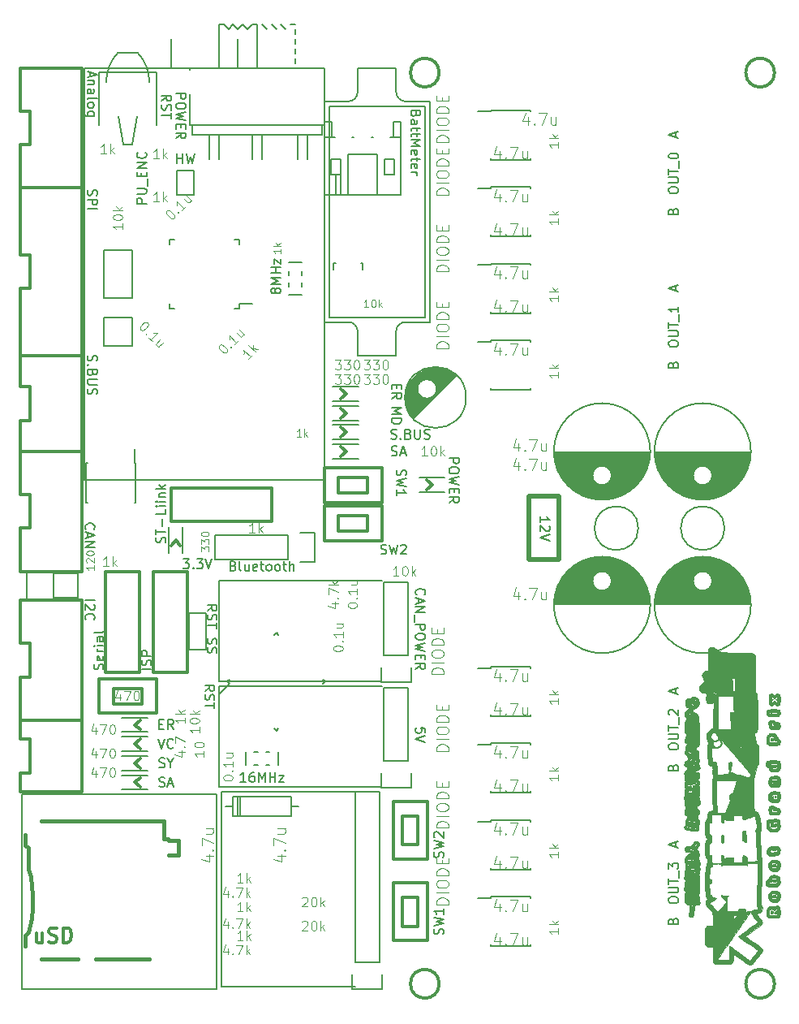
<source format=gbr>
G04 #@! TF.FileFunction,Legend,Top*
%FSLAX46Y46*%
G04 Gerber Fmt 4.6, Leading zero omitted, Abs format (unit mm)*
G04 Created by KiCad (PCBNEW 4.0.7) date 12/18/17 20:41:25*
%MOMM*%
%LPD*%
G01*
G04 APERTURE LIST*
%ADD10C,0.100000*%
%ADD11C,0.200000*%
%ADD12C,0.150000*%
%ADD13C,0.300000*%
%ADD14C,0.500000*%
%ADD15C,0.010000*%
%ADD16C,0.381000*%
%ADD17C,0.101600*%
%ADD18C,0.304800*%
G04 APERTURE END LIST*
D10*
D11*
X68166667Y-7238095D02*
X68166667Y-6761904D01*
X68452381Y-7333333D02*
X67452381Y-7000000D01*
X68452381Y-6666666D01*
X68166667Y-23238095D02*
X68166667Y-22761904D01*
X68452381Y-23333333D02*
X67452381Y-23000000D01*
X68452381Y-22666666D01*
X68166667Y-65238095D02*
X68166667Y-64761904D01*
X68452381Y-65333333D02*
X67452381Y-65000000D01*
X68452381Y-64666666D01*
X67928571Y-14928571D02*
X67976190Y-14785714D01*
X68023810Y-14738095D01*
X68119048Y-14690476D01*
X68261905Y-14690476D01*
X68357143Y-14738095D01*
X68404762Y-14785714D01*
X68452381Y-14880952D01*
X68452381Y-15261905D01*
X67452381Y-15261905D01*
X67452381Y-14928571D01*
X67500000Y-14833333D01*
X67547619Y-14785714D01*
X67642857Y-14738095D01*
X67738095Y-14738095D01*
X67833333Y-14785714D01*
X67880952Y-14833333D01*
X67928571Y-14928571D01*
X67928571Y-15261905D01*
X67928571Y-30928571D02*
X67976190Y-30785714D01*
X68023810Y-30738095D01*
X68119048Y-30690476D01*
X68261905Y-30690476D01*
X68357143Y-30738095D01*
X68404762Y-30785714D01*
X68452381Y-30880952D01*
X68452381Y-31261905D01*
X67452381Y-31261905D01*
X67452381Y-30928571D01*
X67500000Y-30833333D01*
X67547619Y-30785714D01*
X67642857Y-30738095D01*
X67738095Y-30738095D01*
X67833333Y-30785714D01*
X67880952Y-30833333D01*
X67928571Y-30928571D01*
X67928571Y-31261905D01*
X67928571Y-72928571D02*
X67976190Y-72785714D01*
X68023810Y-72738095D01*
X68119048Y-72690476D01*
X68261905Y-72690476D01*
X68357143Y-72738095D01*
X68404762Y-72785714D01*
X68452381Y-72880952D01*
X68452381Y-73261905D01*
X67452381Y-73261905D01*
X67452381Y-72928571D01*
X67500000Y-72833333D01*
X67547619Y-72785714D01*
X67642857Y-72738095D01*
X67738095Y-72738095D01*
X67833333Y-72785714D01*
X67880952Y-72833333D01*
X67928571Y-72928571D01*
X67928571Y-73261905D01*
X67928571Y-88928571D02*
X67976190Y-88785714D01*
X68023810Y-88738095D01*
X68119048Y-88690476D01*
X68261905Y-88690476D01*
X68357143Y-88738095D01*
X68404762Y-88785714D01*
X68452381Y-88880952D01*
X68452381Y-89261905D01*
X67452381Y-89261905D01*
X67452381Y-88928571D01*
X67500000Y-88833333D01*
X67547619Y-88785714D01*
X67642857Y-88738095D01*
X67738095Y-88738095D01*
X67833333Y-88785714D01*
X67880952Y-88833333D01*
X67928571Y-88928571D01*
X67928571Y-89261905D01*
X68166667Y-81238095D02*
X68166667Y-80761904D01*
X68452381Y-81333333D02*
X67452381Y-81000000D01*
X68452381Y-80666666D01*
X67452381Y-86857143D02*
X67452381Y-86666666D01*
X67500000Y-86571428D01*
X67595238Y-86476190D01*
X67785714Y-86428571D01*
X68119048Y-86428571D01*
X68309524Y-86476190D01*
X68404762Y-86571428D01*
X68452381Y-86666666D01*
X68452381Y-86857143D01*
X68404762Y-86952381D01*
X68309524Y-87047619D01*
X68119048Y-87095238D01*
X67785714Y-87095238D01*
X67595238Y-87047619D01*
X67500000Y-86952381D01*
X67452381Y-86857143D01*
X67452381Y-86000000D02*
X68261905Y-86000000D01*
X68357143Y-85952381D01*
X68404762Y-85904762D01*
X68452381Y-85809524D01*
X68452381Y-85619047D01*
X68404762Y-85523809D01*
X68357143Y-85476190D01*
X68261905Y-85428571D01*
X67452381Y-85428571D01*
X67452381Y-85095238D02*
X67452381Y-84523809D01*
X68452381Y-84809524D02*
X67452381Y-84809524D01*
X68547619Y-84428571D02*
X68547619Y-83666666D01*
X67452381Y-83523809D02*
X67452381Y-82904761D01*
X67833333Y-83238095D01*
X67833333Y-83095237D01*
X67880952Y-82999999D01*
X67928571Y-82952380D01*
X68023810Y-82904761D01*
X68261905Y-82904761D01*
X68357143Y-82952380D01*
X68404762Y-82999999D01*
X68452381Y-83095237D01*
X68452381Y-83380952D01*
X68404762Y-83476190D01*
X68357143Y-83523809D01*
X67452381Y-70857143D02*
X67452381Y-70666666D01*
X67500000Y-70571428D01*
X67595238Y-70476190D01*
X67785714Y-70428571D01*
X68119048Y-70428571D01*
X68309524Y-70476190D01*
X68404762Y-70571428D01*
X68452381Y-70666666D01*
X68452381Y-70857143D01*
X68404762Y-70952381D01*
X68309524Y-71047619D01*
X68119048Y-71095238D01*
X67785714Y-71095238D01*
X67595238Y-71047619D01*
X67500000Y-70952381D01*
X67452381Y-70857143D01*
X67452381Y-70000000D02*
X68261905Y-70000000D01*
X68357143Y-69952381D01*
X68404762Y-69904762D01*
X68452381Y-69809524D01*
X68452381Y-69619047D01*
X68404762Y-69523809D01*
X68357143Y-69476190D01*
X68261905Y-69428571D01*
X67452381Y-69428571D01*
X67452381Y-69095238D02*
X67452381Y-68523809D01*
X68452381Y-68809524D02*
X67452381Y-68809524D01*
X68547619Y-68428571D02*
X68547619Y-67666666D01*
X67547619Y-67476190D02*
X67500000Y-67428571D01*
X67452381Y-67333333D01*
X67452381Y-67095237D01*
X67500000Y-66999999D01*
X67547619Y-66952380D01*
X67642857Y-66904761D01*
X67738095Y-66904761D01*
X67880952Y-66952380D01*
X68452381Y-67523809D01*
X68452381Y-66904761D01*
X67452381Y-28857143D02*
X67452381Y-28666666D01*
X67500000Y-28571428D01*
X67595238Y-28476190D01*
X67785714Y-28428571D01*
X68119048Y-28428571D01*
X68309524Y-28476190D01*
X68404762Y-28571428D01*
X68452381Y-28666666D01*
X68452381Y-28857143D01*
X68404762Y-28952381D01*
X68309524Y-29047619D01*
X68119048Y-29095238D01*
X67785714Y-29095238D01*
X67595238Y-29047619D01*
X67500000Y-28952381D01*
X67452381Y-28857143D01*
X67452381Y-28000000D02*
X68261905Y-28000000D01*
X68357143Y-27952381D01*
X68404762Y-27904762D01*
X68452381Y-27809524D01*
X68452381Y-27619047D01*
X68404762Y-27523809D01*
X68357143Y-27476190D01*
X68261905Y-27428571D01*
X67452381Y-27428571D01*
X67452381Y-27095238D02*
X67452381Y-26523809D01*
X68452381Y-26809524D02*
X67452381Y-26809524D01*
X68547619Y-26428571D02*
X68547619Y-25666666D01*
X68452381Y-24904761D02*
X68452381Y-25476190D01*
X68452381Y-25190476D02*
X67452381Y-25190476D01*
X67595238Y-25285714D01*
X67690476Y-25380952D01*
X67738095Y-25476190D01*
X67452381Y-12857143D02*
X67452381Y-12666666D01*
X67500000Y-12571428D01*
X67595238Y-12476190D01*
X67785714Y-12428571D01*
X68119048Y-12428571D01*
X68309524Y-12476190D01*
X68404762Y-12571428D01*
X68452381Y-12666666D01*
X68452381Y-12857143D01*
X68404762Y-12952381D01*
X68309524Y-13047619D01*
X68119048Y-13095238D01*
X67785714Y-13095238D01*
X67595238Y-13047619D01*
X67500000Y-12952381D01*
X67452381Y-12857143D01*
X67452381Y-12000000D02*
X68261905Y-12000000D01*
X68357143Y-11952381D01*
X68404762Y-11904762D01*
X68452381Y-11809524D01*
X68452381Y-11619047D01*
X68404762Y-11523809D01*
X68357143Y-11476190D01*
X68261905Y-11428571D01*
X67452381Y-11428571D01*
X67452381Y-11095238D02*
X67452381Y-10523809D01*
X68452381Y-10809524D02*
X67452381Y-10809524D01*
X68547619Y-10428571D02*
X68547619Y-9666666D01*
X67452381Y-9238095D02*
X67452381Y-9142856D01*
X67500000Y-9047618D01*
X67547619Y-8999999D01*
X67642857Y-8952380D01*
X67833333Y-8904761D01*
X68071429Y-8904761D01*
X68261905Y-8952380D01*
X68357143Y-8999999D01*
X68404762Y-9047618D01*
X68452381Y-9142856D01*
X68452381Y-9238095D01*
X68404762Y-9333333D01*
X68357143Y-9380952D01*
X68261905Y-9428571D01*
X68071429Y-9476190D01*
X67833333Y-9476190D01*
X67642857Y-9428571D01*
X67547619Y-9380952D01*
X67500000Y-9333333D01*
X67452381Y-9238095D01*
X54047619Y-47380953D02*
X54047619Y-46809524D01*
X54047619Y-47095238D02*
X55047619Y-47095238D01*
X54904762Y-47000000D01*
X54809524Y-46904762D01*
X54761905Y-46809524D01*
X54952381Y-47761905D02*
X55000000Y-47809524D01*
X55047619Y-47904762D01*
X55047619Y-48142858D01*
X55000000Y-48238096D01*
X54952381Y-48285715D01*
X54857143Y-48333334D01*
X54761905Y-48333334D01*
X54619048Y-48285715D01*
X54047619Y-47714286D01*
X54047619Y-48333334D01*
X55047619Y-48619048D02*
X54047619Y-48952381D01*
X55047619Y-49285715D01*
X16142857Y-9952381D02*
X16142857Y-8952381D01*
X16142857Y-9428571D02*
X16714286Y-9428571D01*
X16714286Y-9952381D02*
X16714286Y-8952381D01*
X17095238Y-8952381D02*
X17333333Y-9952381D01*
X17523810Y-9238095D01*
X17714286Y-9952381D01*
X17952381Y-8952381D01*
X26380952Y-23345238D02*
X26333333Y-23440476D01*
X26285714Y-23488095D01*
X26190476Y-23535714D01*
X26142857Y-23535714D01*
X26047619Y-23488095D01*
X26000000Y-23440476D01*
X25952381Y-23345238D01*
X25952381Y-23154761D01*
X26000000Y-23059523D01*
X26047619Y-23011904D01*
X26142857Y-22964285D01*
X26190476Y-22964285D01*
X26285714Y-23011904D01*
X26333333Y-23059523D01*
X26380952Y-23154761D01*
X26380952Y-23345238D01*
X26428571Y-23440476D01*
X26476190Y-23488095D01*
X26571429Y-23535714D01*
X26761905Y-23535714D01*
X26857143Y-23488095D01*
X26904762Y-23440476D01*
X26952381Y-23345238D01*
X26952381Y-23154761D01*
X26904762Y-23059523D01*
X26857143Y-23011904D01*
X26761905Y-22964285D01*
X26571429Y-22964285D01*
X26476190Y-23011904D01*
X26428571Y-23059523D01*
X26380952Y-23154761D01*
X26952381Y-22535714D02*
X25952381Y-22535714D01*
X26666667Y-22202380D01*
X25952381Y-21869047D01*
X26952381Y-21869047D01*
X26952381Y-21392857D02*
X25952381Y-21392857D01*
X26428571Y-21392857D02*
X26428571Y-20821428D01*
X26952381Y-20821428D02*
X25952381Y-20821428D01*
X26285714Y-20440476D02*
X26285714Y-19916666D01*
X26952381Y-20440476D01*
X26952381Y-19916666D01*
X23309524Y-74452381D02*
X22738095Y-74452381D01*
X23023809Y-74452381D02*
X23023809Y-73452381D01*
X22928571Y-73595238D01*
X22833333Y-73690476D01*
X22738095Y-73738095D01*
X24166667Y-73452381D02*
X23976190Y-73452381D01*
X23880952Y-73500000D01*
X23833333Y-73547619D01*
X23738095Y-73690476D01*
X23690476Y-73880952D01*
X23690476Y-74261905D01*
X23738095Y-74357143D01*
X23785714Y-74404762D01*
X23880952Y-74452381D01*
X24071429Y-74452381D01*
X24166667Y-74404762D01*
X24214286Y-74357143D01*
X24261905Y-74261905D01*
X24261905Y-74023810D01*
X24214286Y-73928571D01*
X24166667Y-73880952D01*
X24071429Y-73833333D01*
X23880952Y-73833333D01*
X23785714Y-73880952D01*
X23738095Y-73928571D01*
X23690476Y-74023810D01*
X24690476Y-74452381D02*
X24690476Y-73452381D01*
X25023810Y-74166667D01*
X25357143Y-73452381D01*
X25357143Y-74452381D01*
X25833333Y-74452381D02*
X25833333Y-73452381D01*
X25833333Y-73928571D02*
X26404762Y-73928571D01*
X26404762Y-74452381D02*
X26404762Y-73452381D01*
X26785714Y-73785714D02*
X27309524Y-73785714D01*
X26785714Y-74452381D01*
X27309524Y-74452381D01*
X8404762Y-62726191D02*
X8452381Y-62583334D01*
X8452381Y-62345238D01*
X8404762Y-62250000D01*
X8357143Y-62202381D01*
X8261905Y-62154762D01*
X8166667Y-62154762D01*
X8071429Y-62202381D01*
X8023810Y-62250000D01*
X7976190Y-62345238D01*
X7928571Y-62535715D01*
X7880952Y-62630953D01*
X7833333Y-62678572D01*
X7738095Y-62726191D01*
X7642857Y-62726191D01*
X7547619Y-62678572D01*
X7500000Y-62630953D01*
X7452381Y-62535715D01*
X7452381Y-62297619D01*
X7500000Y-62154762D01*
X8404762Y-61345238D02*
X8452381Y-61440476D01*
X8452381Y-61630953D01*
X8404762Y-61726191D01*
X8309524Y-61773810D01*
X7928571Y-61773810D01*
X7833333Y-61726191D01*
X7785714Y-61630953D01*
X7785714Y-61440476D01*
X7833333Y-61345238D01*
X7928571Y-61297619D01*
X8023810Y-61297619D01*
X8119048Y-61773810D01*
X8452381Y-60869048D02*
X7785714Y-60869048D01*
X7976190Y-60869048D02*
X7880952Y-60821429D01*
X7833333Y-60773810D01*
X7785714Y-60678572D01*
X7785714Y-60583333D01*
X8452381Y-60250000D02*
X7785714Y-60250000D01*
X7452381Y-60250000D02*
X7500000Y-60297619D01*
X7547619Y-60250000D01*
X7500000Y-60202381D01*
X7452381Y-60250000D01*
X7547619Y-60250000D01*
X8452381Y-59345238D02*
X7928571Y-59345238D01*
X7833333Y-59392857D01*
X7785714Y-59488095D01*
X7785714Y-59678572D01*
X7833333Y-59773810D01*
X8404762Y-59345238D02*
X8452381Y-59440476D01*
X8452381Y-59678572D01*
X8404762Y-59773810D01*
X8309524Y-59821429D01*
X8214286Y-59821429D01*
X8119048Y-59773810D01*
X8071429Y-59678572D01*
X8071429Y-59440476D01*
X8023810Y-59345238D01*
X8452381Y-58726191D02*
X8404762Y-58821429D01*
X8309524Y-58869048D01*
X7452381Y-58869048D01*
X6547619Y-55523810D02*
X7547619Y-55523810D01*
X7452381Y-55952381D02*
X7500000Y-56000000D01*
X7547619Y-56095238D01*
X7547619Y-56333334D01*
X7500000Y-56428572D01*
X7452381Y-56476191D01*
X7357143Y-56523810D01*
X7261905Y-56523810D01*
X7119048Y-56476191D01*
X6547619Y-55904762D01*
X6547619Y-56523810D01*
X6642857Y-57523810D02*
X6595238Y-57476191D01*
X6547619Y-57333334D01*
X6547619Y-57238096D01*
X6595238Y-57095238D01*
X6690476Y-57000000D01*
X6785714Y-56952381D01*
X6976190Y-56904762D01*
X7119048Y-56904762D01*
X7309524Y-56952381D01*
X7404762Y-57000000D01*
X7500000Y-57095238D01*
X7547619Y-57238096D01*
X7547619Y-57333334D01*
X7500000Y-57476191D01*
X7452381Y-57523810D01*
X6642857Y-48107143D02*
X6595238Y-48059524D01*
X6547619Y-47916667D01*
X6547619Y-47821429D01*
X6595238Y-47678571D01*
X6690476Y-47583333D01*
X6785714Y-47535714D01*
X6976190Y-47488095D01*
X7119048Y-47488095D01*
X7309524Y-47535714D01*
X7404762Y-47583333D01*
X7500000Y-47678571D01*
X7547619Y-47821429D01*
X7547619Y-47916667D01*
X7500000Y-48059524D01*
X7452381Y-48107143D01*
X6833333Y-48488095D02*
X6833333Y-48964286D01*
X6547619Y-48392857D02*
X7547619Y-48726190D01*
X6547619Y-49059524D01*
X6547619Y-49392857D02*
X7547619Y-49392857D01*
X6547619Y-49964286D01*
X7547619Y-49964286D01*
X6845238Y-29976191D02*
X6797619Y-30119048D01*
X6797619Y-30357144D01*
X6845238Y-30452382D01*
X6892857Y-30500001D01*
X6988095Y-30547620D01*
X7083333Y-30547620D01*
X7178571Y-30500001D01*
X7226190Y-30452382D01*
X7273810Y-30357144D01*
X7321429Y-30166667D01*
X7369048Y-30071429D01*
X7416667Y-30023810D01*
X7511905Y-29976191D01*
X7607143Y-29976191D01*
X7702381Y-30023810D01*
X7750000Y-30071429D01*
X7797619Y-30166667D01*
X7797619Y-30404763D01*
X7750000Y-30547620D01*
X6892857Y-30976191D02*
X6845238Y-31023810D01*
X6797619Y-30976191D01*
X6845238Y-30928572D01*
X6892857Y-30976191D01*
X6797619Y-30976191D01*
X7321429Y-31785715D02*
X7273810Y-31928572D01*
X7226190Y-31976191D01*
X7130952Y-32023810D01*
X6988095Y-32023810D01*
X6892857Y-31976191D01*
X6845238Y-31928572D01*
X6797619Y-31833334D01*
X6797619Y-31452381D01*
X7797619Y-31452381D01*
X7797619Y-31785715D01*
X7750000Y-31880953D01*
X7702381Y-31928572D01*
X7607143Y-31976191D01*
X7511905Y-31976191D01*
X7416667Y-31928572D01*
X7369048Y-31880953D01*
X7321429Y-31785715D01*
X7321429Y-31452381D01*
X7797619Y-32452381D02*
X6988095Y-32452381D01*
X6892857Y-32500000D01*
X6845238Y-32547619D01*
X6797619Y-32642857D01*
X6797619Y-32833334D01*
X6845238Y-32928572D01*
X6892857Y-32976191D01*
X6988095Y-33023810D01*
X7797619Y-33023810D01*
X6845238Y-33452381D02*
X6797619Y-33595238D01*
X6797619Y-33833334D01*
X6845238Y-33928572D01*
X6892857Y-33976191D01*
X6988095Y-34023810D01*
X7083333Y-34023810D01*
X7178571Y-33976191D01*
X7226190Y-33928572D01*
X7273810Y-33833334D01*
X7321429Y-33642857D01*
X7369048Y-33547619D01*
X7416667Y-33500000D01*
X7511905Y-33452381D01*
X7607143Y-33452381D01*
X7702381Y-33500000D01*
X7750000Y-33547619D01*
X7797619Y-33642857D01*
X7797619Y-33880953D01*
X7750000Y-34023810D01*
X6845238Y-12726191D02*
X6797619Y-12869048D01*
X6797619Y-13107144D01*
X6845238Y-13202382D01*
X6892857Y-13250001D01*
X6988095Y-13297620D01*
X7083333Y-13297620D01*
X7178571Y-13250001D01*
X7226190Y-13202382D01*
X7273810Y-13107144D01*
X7321429Y-12916667D01*
X7369048Y-12821429D01*
X7416667Y-12773810D01*
X7511905Y-12726191D01*
X7607143Y-12726191D01*
X7702381Y-12773810D01*
X7750000Y-12821429D01*
X7797619Y-12916667D01*
X7797619Y-13154763D01*
X7750000Y-13297620D01*
X6797619Y-13726191D02*
X7797619Y-13726191D01*
X7797619Y-14107144D01*
X7750000Y-14202382D01*
X7702381Y-14250001D01*
X7607143Y-14297620D01*
X7464286Y-14297620D01*
X7369048Y-14250001D01*
X7321429Y-14202382D01*
X7273810Y-14107144D01*
X7273810Y-13726191D01*
X6797619Y-14726191D02*
X7797619Y-14726191D01*
X7083333Y-440476D02*
X7083333Y-916667D01*
X6797619Y-345238D02*
X7797619Y-678571D01*
X6797619Y-1011905D01*
X7464286Y-1345238D02*
X6797619Y-1345238D01*
X7369048Y-1345238D02*
X7416667Y-1392857D01*
X7464286Y-1488095D01*
X7464286Y-1630953D01*
X7416667Y-1726191D01*
X7321429Y-1773810D01*
X6797619Y-1773810D01*
X6797619Y-2678572D02*
X7321429Y-2678572D01*
X7416667Y-2630953D01*
X7464286Y-2535715D01*
X7464286Y-2345238D01*
X7416667Y-2250000D01*
X6845238Y-2678572D02*
X6797619Y-2583334D01*
X6797619Y-2345238D01*
X6845238Y-2250000D01*
X6940476Y-2202381D01*
X7035714Y-2202381D01*
X7130952Y-2250000D01*
X7178571Y-2345238D01*
X7178571Y-2583334D01*
X7226190Y-2678572D01*
X6797619Y-3297619D02*
X6845238Y-3202381D01*
X6940476Y-3154762D01*
X7797619Y-3154762D01*
X6797619Y-3821429D02*
X6845238Y-3726191D01*
X6892857Y-3678572D01*
X6988095Y-3630953D01*
X7273810Y-3630953D01*
X7369048Y-3678572D01*
X7416667Y-3726191D01*
X7464286Y-3821429D01*
X7464286Y-3964287D01*
X7416667Y-4059525D01*
X7369048Y-4107144D01*
X7273810Y-4154763D01*
X6988095Y-4154763D01*
X6892857Y-4107144D01*
X6845238Y-4059525D01*
X6797619Y-3964287D01*
X6797619Y-3821429D01*
X7464286Y-5011906D02*
X6654762Y-5011906D01*
X6559524Y-4964287D01*
X6511905Y-4916668D01*
X6464286Y-4821429D01*
X6464286Y-4678572D01*
X6511905Y-4583334D01*
X6845238Y-5011906D02*
X6797619Y-4916668D01*
X6797619Y-4726191D01*
X6845238Y-4630953D01*
X6892857Y-4583334D01*
X6988095Y-4535715D01*
X7273810Y-4535715D01*
X7369048Y-4583334D01*
X7416667Y-4630953D01*
X7464286Y-4726191D01*
X7464286Y-4916668D01*
X7416667Y-5011906D01*
X37416667Y-50654762D02*
X37559524Y-50702381D01*
X37797620Y-50702381D01*
X37892858Y-50654762D01*
X37940477Y-50607143D01*
X37988096Y-50511905D01*
X37988096Y-50416667D01*
X37940477Y-50321429D01*
X37892858Y-50273810D01*
X37797620Y-50226190D01*
X37607143Y-50178571D01*
X37511905Y-50130952D01*
X37464286Y-50083333D01*
X37416667Y-49988095D01*
X37416667Y-49892857D01*
X37464286Y-49797619D01*
X37511905Y-49750000D01*
X37607143Y-49702381D01*
X37845239Y-49702381D01*
X37988096Y-49750000D01*
X38321429Y-49702381D02*
X38559524Y-50702381D01*
X38750001Y-49988095D01*
X38940477Y-50702381D01*
X39178572Y-49702381D01*
X39511905Y-49797619D02*
X39559524Y-49750000D01*
X39654762Y-49702381D01*
X39892858Y-49702381D01*
X39988096Y-49750000D01*
X40035715Y-49797619D01*
X40083334Y-49892857D01*
X40083334Y-49988095D01*
X40035715Y-50130952D01*
X39464286Y-50702381D01*
X40083334Y-50702381D01*
X39095238Y-41916667D02*
X39047619Y-42059524D01*
X39047619Y-42297620D01*
X39095238Y-42392858D01*
X39142857Y-42440477D01*
X39238095Y-42488096D01*
X39333333Y-42488096D01*
X39428571Y-42440477D01*
X39476190Y-42392858D01*
X39523810Y-42297620D01*
X39571429Y-42107143D01*
X39619048Y-42011905D01*
X39666667Y-41964286D01*
X39761905Y-41916667D01*
X39857143Y-41916667D01*
X39952381Y-41964286D01*
X40000000Y-42011905D01*
X40047619Y-42107143D01*
X40047619Y-42345239D01*
X40000000Y-42488096D01*
X40047619Y-42821429D02*
X39047619Y-43059524D01*
X39761905Y-43250001D01*
X39047619Y-43440477D01*
X40047619Y-43678572D01*
X39047619Y-44583334D02*
X39047619Y-44011905D01*
X39047619Y-44297619D02*
X40047619Y-44297619D01*
X39904762Y-44202381D01*
X39809524Y-44107143D01*
X39761905Y-44011905D01*
X43904762Y-82333333D02*
X43952381Y-82190476D01*
X43952381Y-81952380D01*
X43904762Y-81857142D01*
X43857143Y-81809523D01*
X43761905Y-81761904D01*
X43666667Y-81761904D01*
X43571429Y-81809523D01*
X43523810Y-81857142D01*
X43476190Y-81952380D01*
X43428571Y-82142857D01*
X43380952Y-82238095D01*
X43333333Y-82285714D01*
X43238095Y-82333333D01*
X43142857Y-82333333D01*
X43047619Y-82285714D01*
X43000000Y-82238095D01*
X42952381Y-82142857D01*
X42952381Y-81904761D01*
X43000000Y-81761904D01*
X42952381Y-81428571D02*
X43952381Y-81190476D01*
X43238095Y-80999999D01*
X43952381Y-80809523D01*
X42952381Y-80571428D01*
X43047619Y-80238095D02*
X43000000Y-80190476D01*
X42952381Y-80095238D01*
X42952381Y-79857142D01*
X43000000Y-79761904D01*
X43047619Y-79714285D01*
X43142857Y-79666666D01*
X43238095Y-79666666D01*
X43380952Y-79714285D01*
X43952381Y-80285714D01*
X43952381Y-79666666D01*
X43904762Y-90333333D02*
X43952381Y-90190476D01*
X43952381Y-89952380D01*
X43904762Y-89857142D01*
X43857143Y-89809523D01*
X43761905Y-89761904D01*
X43666667Y-89761904D01*
X43571429Y-89809523D01*
X43523810Y-89857142D01*
X43476190Y-89952380D01*
X43428571Y-90142857D01*
X43380952Y-90238095D01*
X43333333Y-90285714D01*
X43238095Y-90333333D01*
X43142857Y-90333333D01*
X43047619Y-90285714D01*
X43000000Y-90238095D01*
X42952381Y-90142857D01*
X42952381Y-89904761D01*
X43000000Y-89761904D01*
X42952381Y-89428571D02*
X43952381Y-89190476D01*
X43238095Y-88999999D01*
X43952381Y-88809523D01*
X42952381Y-88571428D01*
X43952381Y-87666666D02*
X43952381Y-88238095D01*
X43952381Y-87952381D02*
X42952381Y-87952381D01*
X43095238Y-88047619D01*
X43190476Y-88142857D01*
X43238095Y-88238095D01*
X19047619Y-64952381D02*
X19523810Y-64619047D01*
X19047619Y-64380952D02*
X20047619Y-64380952D01*
X20047619Y-64761905D01*
X20000000Y-64857143D01*
X19952381Y-64904762D01*
X19857143Y-64952381D01*
X19714286Y-64952381D01*
X19619048Y-64904762D01*
X19571429Y-64857143D01*
X19523810Y-64761905D01*
X19523810Y-64380952D01*
X19095238Y-65333333D02*
X19047619Y-65476190D01*
X19047619Y-65714286D01*
X19095238Y-65809524D01*
X19142857Y-65857143D01*
X19238095Y-65904762D01*
X19333333Y-65904762D01*
X19428571Y-65857143D01*
X19476190Y-65809524D01*
X19523810Y-65714286D01*
X19571429Y-65523809D01*
X19619048Y-65428571D01*
X19666667Y-65380952D01*
X19761905Y-65333333D01*
X19857143Y-65333333D01*
X19952381Y-65380952D01*
X20000000Y-65428571D01*
X20047619Y-65523809D01*
X20047619Y-65761905D01*
X20000000Y-65904762D01*
X20047619Y-66190476D02*
X20047619Y-66761905D01*
X19047619Y-66476190D02*
X20047619Y-66476190D01*
X41071429Y-4773809D02*
X41023810Y-4916666D01*
X40976190Y-4964285D01*
X40880952Y-5011904D01*
X40738095Y-5011904D01*
X40642857Y-4964285D01*
X40595238Y-4916666D01*
X40547619Y-4821428D01*
X40547619Y-4440475D01*
X41547619Y-4440475D01*
X41547619Y-4773809D01*
X41500000Y-4869047D01*
X41452381Y-4916666D01*
X41357143Y-4964285D01*
X41261905Y-4964285D01*
X41166667Y-4916666D01*
X41119048Y-4869047D01*
X41071429Y-4773809D01*
X41071429Y-4440475D01*
X40547619Y-5869047D02*
X41071429Y-5869047D01*
X41166667Y-5821428D01*
X41214286Y-5726190D01*
X41214286Y-5535713D01*
X41166667Y-5440475D01*
X40595238Y-5869047D02*
X40547619Y-5773809D01*
X40547619Y-5535713D01*
X40595238Y-5440475D01*
X40690476Y-5392856D01*
X40785714Y-5392856D01*
X40880952Y-5440475D01*
X40928571Y-5535713D01*
X40928571Y-5773809D01*
X40976190Y-5869047D01*
X41214286Y-6202380D02*
X41214286Y-6583332D01*
X41547619Y-6345237D02*
X40690476Y-6345237D01*
X40595238Y-6392856D01*
X40547619Y-6488094D01*
X40547619Y-6583332D01*
X41214286Y-6773809D02*
X41214286Y-7154761D01*
X41547619Y-6916666D02*
X40690476Y-6916666D01*
X40595238Y-6964285D01*
X40547619Y-7059523D01*
X40547619Y-7154761D01*
X40547619Y-7488095D02*
X41547619Y-7488095D01*
X40833333Y-7821429D01*
X41547619Y-8154762D01*
X40547619Y-8154762D01*
X40595238Y-9011905D02*
X40547619Y-8916667D01*
X40547619Y-8726190D01*
X40595238Y-8630952D01*
X40690476Y-8583333D01*
X41071429Y-8583333D01*
X41166667Y-8630952D01*
X41214286Y-8726190D01*
X41214286Y-8916667D01*
X41166667Y-9011905D01*
X41071429Y-9059524D01*
X40976190Y-9059524D01*
X40880952Y-8583333D01*
X41214286Y-9345238D02*
X41214286Y-9726190D01*
X41547619Y-9488095D02*
X40690476Y-9488095D01*
X40595238Y-9535714D01*
X40547619Y-9630952D01*
X40547619Y-9726190D01*
X40595238Y-10440477D02*
X40547619Y-10345239D01*
X40547619Y-10154762D01*
X40595238Y-10059524D01*
X40690476Y-10011905D01*
X41071429Y-10011905D01*
X41166667Y-10059524D01*
X41214286Y-10154762D01*
X41214286Y-10345239D01*
X41166667Y-10440477D01*
X41071429Y-10488096D01*
X40976190Y-10488096D01*
X40880952Y-10011905D01*
X40547619Y-10916667D02*
X41214286Y-10916667D01*
X41023810Y-10916667D02*
X41119048Y-10964286D01*
X41166667Y-11011905D01*
X41214286Y-11107143D01*
X41214286Y-11202382D01*
X14547619Y-3452381D02*
X15023810Y-3119047D01*
X14547619Y-2880952D02*
X15547619Y-2880952D01*
X15547619Y-3261905D01*
X15500000Y-3357143D01*
X15452381Y-3404762D01*
X15357143Y-3452381D01*
X15214286Y-3452381D01*
X15119048Y-3404762D01*
X15071429Y-3357143D01*
X15023810Y-3261905D01*
X15023810Y-2880952D01*
X14595238Y-3833333D02*
X14547619Y-3976190D01*
X14547619Y-4214286D01*
X14595238Y-4309524D01*
X14642857Y-4357143D01*
X14738095Y-4404762D01*
X14833333Y-4404762D01*
X14928571Y-4357143D01*
X14976190Y-4309524D01*
X15023810Y-4214286D01*
X15071429Y-4023809D01*
X15119048Y-3928571D01*
X15166667Y-3880952D01*
X15261905Y-3833333D01*
X15357143Y-3833333D01*
X15452381Y-3880952D01*
X15500000Y-3928571D01*
X15547619Y-4023809D01*
X15547619Y-4261905D01*
X15500000Y-4404762D01*
X15547619Y-4690476D02*
X15547619Y-5261905D01*
X14547619Y-4976190D02*
X15547619Y-4976190D01*
X16047619Y-2690476D02*
X17047619Y-2690476D01*
X17047619Y-3071429D01*
X17000000Y-3166667D01*
X16952381Y-3214286D01*
X16857143Y-3261905D01*
X16714286Y-3261905D01*
X16619048Y-3214286D01*
X16571429Y-3166667D01*
X16523810Y-3071429D01*
X16523810Y-2690476D01*
X17047619Y-3880952D02*
X17047619Y-4071429D01*
X17000000Y-4166667D01*
X16904762Y-4261905D01*
X16714286Y-4309524D01*
X16380952Y-4309524D01*
X16190476Y-4261905D01*
X16095238Y-4166667D01*
X16047619Y-4071429D01*
X16047619Y-3880952D01*
X16095238Y-3785714D01*
X16190476Y-3690476D01*
X16380952Y-3642857D01*
X16714286Y-3642857D01*
X16904762Y-3690476D01*
X17000000Y-3785714D01*
X17047619Y-3880952D01*
X17047619Y-4642857D02*
X16047619Y-4880952D01*
X16761905Y-5071429D01*
X16047619Y-5261905D01*
X17047619Y-5500000D01*
X16571429Y-5880952D02*
X16571429Y-6214286D01*
X16047619Y-6357143D02*
X16047619Y-5880952D01*
X17047619Y-5880952D01*
X17047619Y-6357143D01*
X16047619Y-7357143D02*
X16523810Y-7023809D01*
X16047619Y-6785714D02*
X17047619Y-6785714D01*
X17047619Y-7166667D01*
X17000000Y-7261905D01*
X16952381Y-7309524D01*
X16857143Y-7357143D01*
X16714286Y-7357143D01*
X16619048Y-7309524D01*
X16571429Y-7261905D01*
X16523810Y-7166667D01*
X16523810Y-6785714D01*
X13452381Y-62726190D02*
X12452381Y-62726190D01*
X13404762Y-62297619D02*
X13452381Y-62154762D01*
X13452381Y-61916666D01*
X13404762Y-61821428D01*
X13357143Y-61773809D01*
X13261905Y-61726190D01*
X13166667Y-61726190D01*
X13071429Y-61773809D01*
X13023810Y-61821428D01*
X12976190Y-61916666D01*
X12928571Y-62107143D01*
X12880952Y-62202381D01*
X12833333Y-62250000D01*
X12738095Y-62297619D01*
X12642857Y-62297619D01*
X12547619Y-62250000D01*
X12500000Y-62202381D01*
X12452381Y-62107143D01*
X12452381Y-61869047D01*
X12500000Y-61726190D01*
X13452381Y-61297619D02*
X12452381Y-61297619D01*
X12452381Y-60916666D01*
X12500000Y-60821428D01*
X12547619Y-60773809D01*
X12642857Y-60726190D01*
X12785714Y-60726190D01*
X12880952Y-60773809D01*
X12928571Y-60821428D01*
X12976190Y-60916666D01*
X12976190Y-61297619D01*
X42047619Y-69309524D02*
X42047619Y-68833333D01*
X41571429Y-68785714D01*
X41619048Y-68833333D01*
X41666667Y-68928571D01*
X41666667Y-69166667D01*
X41619048Y-69261905D01*
X41571429Y-69309524D01*
X41476190Y-69357143D01*
X41238095Y-69357143D01*
X41142857Y-69309524D01*
X41095238Y-69261905D01*
X41047619Y-69166667D01*
X41047619Y-68928571D01*
X41095238Y-68833333D01*
X41142857Y-68785714D01*
X42047619Y-69642857D02*
X41047619Y-69976190D01*
X42047619Y-70309524D01*
X41142857Y-54928572D02*
X41095238Y-54880953D01*
X41047619Y-54738096D01*
X41047619Y-54642858D01*
X41095238Y-54500000D01*
X41190476Y-54404762D01*
X41285714Y-54357143D01*
X41476190Y-54309524D01*
X41619048Y-54309524D01*
X41809524Y-54357143D01*
X41904762Y-54404762D01*
X42000000Y-54500000D01*
X42047619Y-54642858D01*
X42047619Y-54738096D01*
X42000000Y-54880953D01*
X41952381Y-54928572D01*
X41333333Y-55309524D02*
X41333333Y-55785715D01*
X41047619Y-55214286D02*
X42047619Y-55547619D01*
X41047619Y-55880953D01*
X41047619Y-56214286D02*
X42047619Y-56214286D01*
X41047619Y-56785715D01*
X42047619Y-56785715D01*
X40952381Y-57023810D02*
X40952381Y-57785715D01*
X41047619Y-58023810D02*
X42047619Y-58023810D01*
X42047619Y-58404763D01*
X42000000Y-58500001D01*
X41952381Y-58547620D01*
X41857143Y-58595239D01*
X41714286Y-58595239D01*
X41619048Y-58547620D01*
X41571429Y-58500001D01*
X41523810Y-58404763D01*
X41523810Y-58023810D01*
X42047619Y-59214286D02*
X42047619Y-59404763D01*
X42000000Y-59500001D01*
X41904762Y-59595239D01*
X41714286Y-59642858D01*
X41380952Y-59642858D01*
X41190476Y-59595239D01*
X41095238Y-59500001D01*
X41047619Y-59404763D01*
X41047619Y-59214286D01*
X41095238Y-59119048D01*
X41190476Y-59023810D01*
X41380952Y-58976191D01*
X41714286Y-58976191D01*
X41904762Y-59023810D01*
X42000000Y-59119048D01*
X42047619Y-59214286D01*
X42047619Y-59976191D02*
X41047619Y-60214286D01*
X41761905Y-60404763D01*
X41047619Y-60595239D01*
X42047619Y-60833334D01*
X41571429Y-61214286D02*
X41571429Y-61547620D01*
X41047619Y-61690477D02*
X41047619Y-61214286D01*
X42047619Y-61214286D01*
X42047619Y-61690477D01*
X41047619Y-62690477D02*
X41523810Y-62357143D01*
X41047619Y-62119048D02*
X42047619Y-62119048D01*
X42047619Y-62500001D01*
X42000000Y-62595239D01*
X41952381Y-62642858D01*
X41857143Y-62690477D01*
X41714286Y-62690477D01*
X41619048Y-62642858D01*
X41571429Y-62595239D01*
X41523810Y-62500001D01*
X41523810Y-62119048D01*
X22000000Y-51928571D02*
X22142857Y-51976190D01*
X22190476Y-52023810D01*
X22238095Y-52119048D01*
X22238095Y-52261905D01*
X22190476Y-52357143D01*
X22142857Y-52404762D01*
X22047619Y-52452381D01*
X21666666Y-52452381D01*
X21666666Y-51452381D01*
X22000000Y-51452381D01*
X22095238Y-51500000D01*
X22142857Y-51547619D01*
X22190476Y-51642857D01*
X22190476Y-51738095D01*
X22142857Y-51833333D01*
X22095238Y-51880952D01*
X22000000Y-51928571D01*
X21666666Y-51928571D01*
X22809523Y-52452381D02*
X22714285Y-52404762D01*
X22666666Y-52309524D01*
X22666666Y-51452381D01*
X23619048Y-51785714D02*
X23619048Y-52452381D01*
X23190476Y-51785714D02*
X23190476Y-52309524D01*
X23238095Y-52404762D01*
X23333333Y-52452381D01*
X23476191Y-52452381D01*
X23571429Y-52404762D01*
X23619048Y-52357143D01*
X24476191Y-52404762D02*
X24380953Y-52452381D01*
X24190476Y-52452381D01*
X24095238Y-52404762D01*
X24047619Y-52309524D01*
X24047619Y-51928571D01*
X24095238Y-51833333D01*
X24190476Y-51785714D01*
X24380953Y-51785714D01*
X24476191Y-51833333D01*
X24523810Y-51928571D01*
X24523810Y-52023810D01*
X24047619Y-52119048D01*
X24809524Y-51785714D02*
X25190476Y-51785714D01*
X24952381Y-51452381D02*
X24952381Y-52309524D01*
X25000000Y-52404762D01*
X25095238Y-52452381D01*
X25190476Y-52452381D01*
X25666667Y-52452381D02*
X25571429Y-52404762D01*
X25523810Y-52357143D01*
X25476191Y-52261905D01*
X25476191Y-51976190D01*
X25523810Y-51880952D01*
X25571429Y-51833333D01*
X25666667Y-51785714D01*
X25809525Y-51785714D01*
X25904763Y-51833333D01*
X25952382Y-51880952D01*
X26000001Y-51976190D01*
X26000001Y-52261905D01*
X25952382Y-52357143D01*
X25904763Y-52404762D01*
X25809525Y-52452381D01*
X25666667Y-52452381D01*
X26571429Y-52452381D02*
X26476191Y-52404762D01*
X26428572Y-52357143D01*
X26380953Y-52261905D01*
X26380953Y-51976190D01*
X26428572Y-51880952D01*
X26476191Y-51833333D01*
X26571429Y-51785714D01*
X26714287Y-51785714D01*
X26809525Y-51833333D01*
X26857144Y-51880952D01*
X26904763Y-51976190D01*
X26904763Y-52261905D01*
X26857144Y-52357143D01*
X26809525Y-52404762D01*
X26714287Y-52452381D01*
X26571429Y-52452381D01*
X27190477Y-51785714D02*
X27571429Y-51785714D01*
X27333334Y-51452381D02*
X27333334Y-52309524D01*
X27380953Y-52404762D01*
X27476191Y-52452381D01*
X27571429Y-52452381D01*
X27904763Y-52452381D02*
X27904763Y-51452381D01*
X28333335Y-52452381D02*
X28333335Y-51928571D01*
X28285716Y-51833333D01*
X28190478Y-51785714D01*
X28047620Y-51785714D01*
X27952382Y-51833333D01*
X27904763Y-51880952D01*
X14904762Y-49523809D02*
X14952381Y-49380952D01*
X14952381Y-49142856D01*
X14904762Y-49047618D01*
X14857143Y-48999999D01*
X14761905Y-48952380D01*
X14666667Y-48952380D01*
X14571429Y-48999999D01*
X14523810Y-49047618D01*
X14476190Y-49142856D01*
X14428571Y-49333333D01*
X14380952Y-49428571D01*
X14333333Y-49476190D01*
X14238095Y-49523809D01*
X14142857Y-49523809D01*
X14047619Y-49476190D01*
X14000000Y-49428571D01*
X13952381Y-49333333D01*
X13952381Y-49095237D01*
X14000000Y-48952380D01*
X13952381Y-48666666D02*
X13952381Y-48095237D01*
X14952381Y-48380952D02*
X13952381Y-48380952D01*
X14571429Y-47761904D02*
X14571429Y-46999999D01*
X14952381Y-46047618D02*
X14952381Y-46523809D01*
X13952381Y-46523809D01*
X14952381Y-45714285D02*
X14285714Y-45714285D01*
X13952381Y-45714285D02*
X14000000Y-45761904D01*
X14047619Y-45714285D01*
X14000000Y-45666666D01*
X13952381Y-45714285D01*
X14047619Y-45714285D01*
X14952381Y-45238095D02*
X14285714Y-45238095D01*
X13952381Y-45238095D02*
X14000000Y-45285714D01*
X14047619Y-45238095D01*
X14000000Y-45190476D01*
X13952381Y-45238095D01*
X14047619Y-45238095D01*
X14285714Y-44761905D02*
X14952381Y-44761905D01*
X14380952Y-44761905D02*
X14333333Y-44714286D01*
X14285714Y-44619048D01*
X14285714Y-44476190D01*
X14333333Y-44380952D01*
X14428571Y-44333333D01*
X14952381Y-44333333D01*
X14952381Y-43857143D02*
X13952381Y-43857143D01*
X14571429Y-43761905D02*
X14952381Y-43476190D01*
X14285714Y-43476190D02*
X14666667Y-43857143D01*
X16773810Y-51202381D02*
X17392858Y-51202381D01*
X17059524Y-51583333D01*
X17202382Y-51583333D01*
X17297620Y-51630952D01*
X17345239Y-51678571D01*
X17392858Y-51773810D01*
X17392858Y-52011905D01*
X17345239Y-52107143D01*
X17297620Y-52154762D01*
X17202382Y-52202381D01*
X16916667Y-52202381D01*
X16821429Y-52154762D01*
X16773810Y-52107143D01*
X17821429Y-52107143D02*
X17869048Y-52154762D01*
X17821429Y-52202381D01*
X17773810Y-52154762D01*
X17821429Y-52107143D01*
X17821429Y-52202381D01*
X18202381Y-51202381D02*
X18821429Y-51202381D01*
X18488095Y-51583333D01*
X18630953Y-51583333D01*
X18726191Y-51630952D01*
X18773810Y-51678571D01*
X18821429Y-51773810D01*
X18821429Y-52011905D01*
X18773810Y-52107143D01*
X18726191Y-52154762D01*
X18630953Y-52202381D01*
X18345238Y-52202381D01*
X18250000Y-52154762D01*
X18202381Y-52107143D01*
X19107143Y-51202381D02*
X19440476Y-52202381D01*
X19773810Y-51202381D01*
X44547619Y-40690476D02*
X45547619Y-40690476D01*
X45547619Y-41071429D01*
X45500000Y-41166667D01*
X45452381Y-41214286D01*
X45357143Y-41261905D01*
X45214286Y-41261905D01*
X45119048Y-41214286D01*
X45071429Y-41166667D01*
X45023810Y-41071429D01*
X45023810Y-40690476D01*
X45547619Y-41880952D02*
X45547619Y-42071429D01*
X45500000Y-42166667D01*
X45404762Y-42261905D01*
X45214286Y-42309524D01*
X44880952Y-42309524D01*
X44690476Y-42261905D01*
X44595238Y-42166667D01*
X44547619Y-42071429D01*
X44547619Y-41880952D01*
X44595238Y-41785714D01*
X44690476Y-41690476D01*
X44880952Y-41642857D01*
X45214286Y-41642857D01*
X45404762Y-41690476D01*
X45500000Y-41785714D01*
X45547619Y-41880952D01*
X45547619Y-42642857D02*
X44547619Y-42880952D01*
X45261905Y-43071429D01*
X44547619Y-43261905D01*
X45547619Y-43500000D01*
X45071429Y-43880952D02*
X45071429Y-44214286D01*
X44547619Y-44357143D02*
X44547619Y-43880952D01*
X45547619Y-43880952D01*
X45547619Y-44357143D01*
X44547619Y-45357143D02*
X45023810Y-45023809D01*
X44547619Y-44785714D02*
X45547619Y-44785714D01*
X45547619Y-45166667D01*
X45500000Y-45261905D01*
X45452381Y-45309524D01*
X45357143Y-45357143D01*
X45214286Y-45357143D01*
X45119048Y-45309524D01*
X45071429Y-45261905D01*
X45023810Y-45166667D01*
X45023810Y-44785714D01*
X14285714Y-68428571D02*
X14619048Y-68428571D01*
X14761905Y-68952381D02*
X14285714Y-68952381D01*
X14285714Y-67952381D01*
X14761905Y-67952381D01*
X15761905Y-68952381D02*
X15428571Y-68476190D01*
X15190476Y-68952381D02*
X15190476Y-67952381D01*
X15571429Y-67952381D01*
X15666667Y-68000000D01*
X15714286Y-68047619D01*
X15761905Y-68142857D01*
X15761905Y-68285714D01*
X15714286Y-68380952D01*
X15666667Y-68428571D01*
X15571429Y-68476190D01*
X15190476Y-68476190D01*
X14166667Y-69952381D02*
X14500000Y-70952381D01*
X14833334Y-69952381D01*
X15738096Y-70857143D02*
X15690477Y-70904762D01*
X15547620Y-70952381D01*
X15452382Y-70952381D01*
X15309524Y-70904762D01*
X15214286Y-70809524D01*
X15166667Y-70714286D01*
X15119048Y-70523810D01*
X15119048Y-70380952D01*
X15166667Y-70190476D01*
X15214286Y-70095238D01*
X15309524Y-70000000D01*
X15452382Y-69952381D01*
X15547620Y-69952381D01*
X15690477Y-70000000D01*
X15738096Y-70047619D01*
X14285714Y-72904762D02*
X14428571Y-72952381D01*
X14666667Y-72952381D01*
X14761905Y-72904762D01*
X14809524Y-72857143D01*
X14857143Y-72761905D01*
X14857143Y-72666667D01*
X14809524Y-72571429D01*
X14761905Y-72523810D01*
X14666667Y-72476190D01*
X14476190Y-72428571D01*
X14380952Y-72380952D01*
X14333333Y-72333333D01*
X14285714Y-72238095D01*
X14285714Y-72142857D01*
X14333333Y-72047619D01*
X14380952Y-72000000D01*
X14476190Y-71952381D01*
X14714286Y-71952381D01*
X14857143Y-72000000D01*
X15476190Y-72476190D02*
X15476190Y-72952381D01*
X15142857Y-71952381D02*
X15476190Y-72476190D01*
X15809524Y-71952381D01*
X14285714Y-74904762D02*
X14428571Y-74952381D01*
X14666667Y-74952381D01*
X14761905Y-74904762D01*
X14809524Y-74857143D01*
X14857143Y-74761905D01*
X14857143Y-74666667D01*
X14809524Y-74571429D01*
X14761905Y-74523810D01*
X14666667Y-74476190D01*
X14476190Y-74428571D01*
X14380952Y-74380952D01*
X14333333Y-74333333D01*
X14285714Y-74238095D01*
X14285714Y-74142857D01*
X14333333Y-74047619D01*
X14380952Y-74000000D01*
X14476190Y-73952381D01*
X14714286Y-73952381D01*
X14857143Y-74000000D01*
X15238095Y-74666667D02*
X15714286Y-74666667D01*
X15142857Y-74952381D02*
X15476190Y-73952381D01*
X15809524Y-74952381D01*
X39071429Y-33035714D02*
X39071429Y-33369048D01*
X38547619Y-33511905D02*
X38547619Y-33035714D01*
X39547619Y-33035714D01*
X39547619Y-33511905D01*
X38547619Y-34511905D02*
X39023810Y-34178571D01*
X38547619Y-33940476D02*
X39547619Y-33940476D01*
X39547619Y-34321429D01*
X39500000Y-34416667D01*
X39452381Y-34464286D01*
X39357143Y-34511905D01*
X39214286Y-34511905D01*
X39119048Y-34464286D01*
X39071429Y-34416667D01*
X39023810Y-34321429D01*
X39023810Y-33940476D01*
X38547619Y-35416667D02*
X39547619Y-35416667D01*
X38833333Y-35750001D01*
X39547619Y-36083334D01*
X38547619Y-36083334D01*
X38547619Y-36559524D02*
X39547619Y-36559524D01*
X39547619Y-36797619D01*
X39500000Y-36940477D01*
X39404762Y-37035715D01*
X39309524Y-37083334D01*
X39119048Y-37130953D01*
X38976190Y-37130953D01*
X38785714Y-37083334D01*
X38690476Y-37035715D01*
X38595238Y-36940477D01*
X38547619Y-36797619D01*
X38547619Y-36559524D01*
X38476191Y-38654762D02*
X38619048Y-38702381D01*
X38857144Y-38702381D01*
X38952382Y-38654762D01*
X39000001Y-38607143D01*
X39047620Y-38511905D01*
X39047620Y-38416667D01*
X39000001Y-38321429D01*
X38952382Y-38273810D01*
X38857144Y-38226190D01*
X38666667Y-38178571D01*
X38571429Y-38130952D01*
X38523810Y-38083333D01*
X38476191Y-37988095D01*
X38476191Y-37892857D01*
X38523810Y-37797619D01*
X38571429Y-37750000D01*
X38666667Y-37702381D01*
X38904763Y-37702381D01*
X39047620Y-37750000D01*
X39476191Y-38607143D02*
X39523810Y-38654762D01*
X39476191Y-38702381D01*
X39428572Y-38654762D01*
X39476191Y-38607143D01*
X39476191Y-38702381D01*
X40285715Y-38178571D02*
X40428572Y-38226190D01*
X40476191Y-38273810D01*
X40523810Y-38369048D01*
X40523810Y-38511905D01*
X40476191Y-38607143D01*
X40428572Y-38654762D01*
X40333334Y-38702381D01*
X39952381Y-38702381D01*
X39952381Y-37702381D01*
X40285715Y-37702381D01*
X40380953Y-37750000D01*
X40428572Y-37797619D01*
X40476191Y-37892857D01*
X40476191Y-37988095D01*
X40428572Y-38083333D01*
X40380953Y-38130952D01*
X40285715Y-38178571D01*
X39952381Y-38178571D01*
X40952381Y-37702381D02*
X40952381Y-38511905D01*
X41000000Y-38607143D01*
X41047619Y-38654762D01*
X41142857Y-38702381D01*
X41333334Y-38702381D01*
X41428572Y-38654762D01*
X41476191Y-38607143D01*
X41523810Y-38511905D01*
X41523810Y-37702381D01*
X41952381Y-38654762D02*
X42095238Y-38702381D01*
X42333334Y-38702381D01*
X42428572Y-38654762D01*
X42476191Y-38607143D01*
X42523810Y-38511905D01*
X42523810Y-38416667D01*
X42476191Y-38321429D01*
X42428572Y-38273810D01*
X42333334Y-38226190D01*
X42142857Y-38178571D01*
X42047619Y-38130952D01*
X42000000Y-38083333D01*
X41952381Y-37988095D01*
X41952381Y-37892857D01*
X42000000Y-37797619D01*
X42047619Y-37750000D01*
X42142857Y-37702381D01*
X42380953Y-37702381D01*
X42523810Y-37750000D01*
X38535714Y-40404762D02*
X38678571Y-40452381D01*
X38916667Y-40452381D01*
X39011905Y-40404762D01*
X39059524Y-40357143D01*
X39107143Y-40261905D01*
X39107143Y-40166667D01*
X39059524Y-40071429D01*
X39011905Y-40023810D01*
X38916667Y-39976190D01*
X38726190Y-39928571D01*
X38630952Y-39880952D01*
X38583333Y-39833333D01*
X38535714Y-39738095D01*
X38535714Y-39642857D01*
X38583333Y-39547619D01*
X38630952Y-39500000D01*
X38726190Y-39452381D01*
X38964286Y-39452381D01*
X39107143Y-39500000D01*
X39488095Y-40166667D02*
X39964286Y-40166667D01*
X39392857Y-40452381D02*
X39726190Y-39452381D01*
X40059524Y-40452381D01*
X12952381Y-14142857D02*
X11952381Y-14142857D01*
X11952381Y-13761904D01*
X12000000Y-13666666D01*
X12047619Y-13619047D01*
X12142857Y-13571428D01*
X12285714Y-13571428D01*
X12380952Y-13619047D01*
X12428571Y-13666666D01*
X12476190Y-13761904D01*
X12476190Y-14142857D01*
X11952381Y-13142857D02*
X12761905Y-13142857D01*
X12857143Y-13095238D01*
X12904762Y-13047619D01*
X12952381Y-12952381D01*
X12952381Y-12761904D01*
X12904762Y-12666666D01*
X12857143Y-12619047D01*
X12761905Y-12571428D01*
X11952381Y-12571428D01*
X13047619Y-12333333D02*
X13047619Y-11571428D01*
X12428571Y-11333333D02*
X12428571Y-10999999D01*
X12952381Y-10857142D02*
X12952381Y-11333333D01*
X11952381Y-11333333D01*
X11952381Y-10857142D01*
X12952381Y-10428571D02*
X11952381Y-10428571D01*
X12952381Y-9857142D01*
X11952381Y-9857142D01*
X12857143Y-8809523D02*
X12904762Y-8857142D01*
X12952381Y-8999999D01*
X12952381Y-9095237D01*
X12904762Y-9238095D01*
X12809524Y-9333333D01*
X12714286Y-9380952D01*
X12523810Y-9428571D01*
X12380952Y-9428571D01*
X12190476Y-9380952D01*
X12095238Y-9333333D01*
X12000000Y-9238095D01*
X11952381Y-9095237D01*
X11952381Y-8999999D01*
X12000000Y-8857142D01*
X12047619Y-8809523D01*
X19297619Y-56619048D02*
X19773810Y-56285714D01*
X19297619Y-56047619D02*
X20297619Y-56047619D01*
X20297619Y-56428572D01*
X20250000Y-56523810D01*
X20202381Y-56571429D01*
X20107143Y-56619048D01*
X19964286Y-56619048D01*
X19869048Y-56571429D01*
X19821429Y-56523810D01*
X19773810Y-56428572D01*
X19773810Y-56047619D01*
X19345238Y-57000000D02*
X19297619Y-57142857D01*
X19297619Y-57380953D01*
X19345238Y-57476191D01*
X19392857Y-57523810D01*
X19488095Y-57571429D01*
X19583333Y-57571429D01*
X19678571Y-57523810D01*
X19726190Y-57476191D01*
X19773810Y-57380953D01*
X19821429Y-57190476D01*
X19869048Y-57095238D01*
X19916667Y-57047619D01*
X20011905Y-57000000D01*
X20107143Y-57000000D01*
X20202381Y-57047619D01*
X20250000Y-57095238D01*
X20297619Y-57190476D01*
X20297619Y-57428572D01*
X20250000Y-57571429D01*
X20297619Y-57857143D02*
X20297619Y-58428572D01*
X19297619Y-58142857D02*
X20297619Y-58142857D01*
X19345238Y-59476191D02*
X19297619Y-59619048D01*
X19297619Y-59857144D01*
X19345238Y-59952382D01*
X19392857Y-60000001D01*
X19488095Y-60047620D01*
X19583333Y-60047620D01*
X19678571Y-60000001D01*
X19726190Y-59952382D01*
X19773810Y-59857144D01*
X19821429Y-59666667D01*
X19869048Y-59571429D01*
X19916667Y-59523810D01*
X20011905Y-59476191D01*
X20107143Y-59476191D01*
X20202381Y-59523810D01*
X20250000Y-59571429D01*
X20297619Y-59666667D01*
X20297619Y-59904763D01*
X20250000Y-60047620D01*
X19345238Y-60428572D02*
X19297619Y-60571429D01*
X19297619Y-60809525D01*
X19345238Y-60904763D01*
X19392857Y-60952382D01*
X19488095Y-61000001D01*
X19583333Y-61000001D01*
X19678571Y-60952382D01*
X19726190Y-60904763D01*
X19773810Y-60809525D01*
X19821429Y-60619048D01*
X19869048Y-60523810D01*
X19916667Y-60476191D01*
X20011905Y-60428572D01*
X20107143Y-60428572D01*
X20202381Y-60476191D01*
X20250000Y-60523810D01*
X20297619Y-60619048D01*
X20297619Y-60857144D01*
X20250000Y-61000001D01*
D12*
X37500000Y-64500000D02*
X20500000Y-64500000D01*
X20500000Y-64500000D02*
X20500000Y-75000000D01*
X37500000Y-75000000D02*
X20500000Y-75000000D01*
X37730000Y-72230000D02*
X37730000Y-64610000D01*
X40270000Y-72230000D02*
X40270000Y-64610000D01*
X40550000Y-75050000D02*
X40550000Y-73500000D01*
X37730000Y-64610000D02*
X40270000Y-64610000D01*
X40270000Y-72230000D02*
X37730000Y-72230000D01*
X37450000Y-73500000D02*
X37450000Y-75050000D01*
X37450000Y-75050000D02*
X40550000Y-75050000D01*
X21373476Y-64000000D02*
X21603286Y-64229810D01*
X26500000Y-58873476D02*
X26729810Y-59103286D01*
X31626524Y-64000000D02*
X31396714Y-63770190D01*
X26500000Y-69126524D02*
X26270190Y-68896714D01*
X21373476Y-64000000D02*
X21603286Y-63770190D01*
X26500000Y-69126524D02*
X26729810Y-68896714D01*
X31626524Y-64000000D02*
X31396714Y-64229810D01*
X26500000Y-58873476D02*
X26270190Y-59103286D01*
X21603286Y-64229810D02*
X20595658Y-65237437D01*
X66001000Y-55925000D02*
X75999000Y-55925000D01*
X66005000Y-55785000D02*
X75995000Y-55785000D01*
X66013000Y-55645000D02*
X75987000Y-55645000D01*
X66025000Y-55505000D02*
X75975000Y-55505000D01*
X66040000Y-55365000D02*
X75960000Y-55365000D01*
X66060000Y-55225000D02*
X75940000Y-55225000D01*
X66084000Y-55085000D02*
X75916000Y-55085000D01*
X66113000Y-54945000D02*
X75887000Y-54945000D01*
X66145000Y-54805000D02*
X75855000Y-54805000D01*
X66182000Y-54665000D02*
X75818000Y-54665000D01*
X66223000Y-54525000D02*
X75777000Y-54525000D01*
X66268000Y-54385000D02*
X70534000Y-54385000D01*
X71466000Y-54385000D02*
X75732000Y-54385000D01*
X66318000Y-54245000D02*
X70333000Y-54245000D01*
X71667000Y-54245000D02*
X75682000Y-54245000D01*
X66373000Y-54105000D02*
X70204000Y-54105000D01*
X71796000Y-54105000D02*
X75627000Y-54105000D01*
X66433000Y-53965000D02*
X70115000Y-53965000D01*
X71885000Y-53965000D02*
X75567000Y-53965000D01*
X66498000Y-53825000D02*
X70054000Y-53825000D01*
X71946000Y-53825000D02*
X75502000Y-53825000D01*
X66568000Y-53685000D02*
X70017000Y-53685000D01*
X71983000Y-53685000D02*
X75432000Y-53685000D01*
X66644000Y-53545000D02*
X70001000Y-53545000D01*
X71999000Y-53545000D02*
X75356000Y-53545000D01*
X66726000Y-53405000D02*
X70005000Y-53405000D01*
X71995000Y-53405000D02*
X75274000Y-53405000D01*
X66814000Y-53265000D02*
X70028000Y-53265000D01*
X71972000Y-53265000D02*
X75186000Y-53265000D01*
X66909000Y-53125000D02*
X70073000Y-53125000D01*
X71927000Y-53125000D02*
X75091000Y-53125000D01*
X67011000Y-52985000D02*
X70143000Y-52985000D01*
X71857000Y-52985000D02*
X74989000Y-52985000D01*
X67121000Y-52845000D02*
X70244000Y-52845000D01*
X71756000Y-52845000D02*
X74879000Y-52845000D01*
X67239000Y-52705000D02*
X70393000Y-52705000D01*
X71607000Y-52705000D02*
X74761000Y-52705000D01*
X67367000Y-52565000D02*
X70645000Y-52565000D01*
X71355000Y-52565000D02*
X74633000Y-52565000D01*
X67504000Y-52425000D02*
X74496000Y-52425000D01*
X67654000Y-52285000D02*
X74346000Y-52285000D01*
X67816000Y-52145000D02*
X74184000Y-52145000D01*
X67993000Y-52005000D02*
X74007000Y-52005000D01*
X68189000Y-51865000D02*
X73811000Y-51865000D01*
X68407000Y-51725000D02*
X73593000Y-51725000D01*
X68653000Y-51585000D02*
X73347000Y-51585000D01*
X68938000Y-51445000D02*
X73062000Y-51445000D01*
X69280000Y-51305000D02*
X72720000Y-51305000D01*
X69726000Y-51165000D02*
X72274000Y-51165000D01*
X70501000Y-51025000D02*
X71499000Y-51025000D01*
X72000000Y-53500000D02*
G75*
G03X72000000Y-53500000I-1000000J0D01*
G01*
X76037500Y-56000000D02*
G75*
G03X76037500Y-56000000I-5037500J0D01*
G01*
D13*
X8700000Y-63000000D02*
X8700000Y-52500000D01*
X8700000Y-52500000D02*
X12200000Y-52500000D01*
X12200000Y-52500000D02*
X12200000Y-63000000D01*
X12200000Y-63000000D02*
X8700000Y-63000000D01*
X16000000Y-49200000D02*
X15500000Y-49800000D01*
X16000000Y-49200000D02*
X16500000Y-49800000D01*
D12*
X15250000Y-47900000D02*
X15250000Y-50600000D01*
X16750000Y-47900000D02*
X16750000Y-50600000D01*
D13*
X33800000Y-40000000D02*
X33200000Y-39500000D01*
X33800000Y-40000000D02*
X33200000Y-40500000D01*
D12*
X35100000Y-39250000D02*
X32400000Y-39250000D01*
X35100000Y-40750000D02*
X32400000Y-40750000D01*
D13*
X26000000Y-47300000D02*
X15500000Y-47300000D01*
X15500000Y-47300000D02*
X15500000Y-43800000D01*
X15500000Y-43800000D02*
X26000000Y-43800000D01*
X26000000Y-43800000D02*
X26000000Y-47300000D01*
D12*
X22625000Y-25125000D02*
X22625000Y-24600000D01*
X15375000Y-25125000D02*
X15375000Y-24600000D01*
X15375000Y-17875000D02*
X15375000Y-18400000D01*
X22625000Y-17875000D02*
X22625000Y-18400000D01*
X22625000Y-25125000D02*
X22100000Y-25125000D01*
X22625000Y-17875000D02*
X22100000Y-17875000D01*
X15375000Y-17875000D02*
X15900000Y-17875000D01*
X15375000Y-25125000D02*
X15900000Y-25125000D01*
X22625000Y-24600000D02*
X24000000Y-24600000D01*
X27730000Y-51270000D02*
X20110000Y-51270000D01*
X27730000Y-48730000D02*
X20110000Y-48730000D01*
X30550000Y-48450000D02*
X29000000Y-48450000D01*
X20110000Y-51270000D02*
X20110000Y-48730000D01*
X27730000Y-48730000D02*
X27730000Y-51270000D01*
X29000000Y-51550000D02*
X30550000Y-51550000D01*
X30550000Y-51550000D02*
X30550000Y-48450000D01*
X75999000Y-40075000D02*
X66001000Y-40075000D01*
X75995000Y-40215000D02*
X66005000Y-40215000D01*
X75987000Y-40355000D02*
X66013000Y-40355000D01*
X75975000Y-40495000D02*
X66025000Y-40495000D01*
X75960000Y-40635000D02*
X66040000Y-40635000D01*
X75940000Y-40775000D02*
X66060000Y-40775000D01*
X75916000Y-40915000D02*
X66084000Y-40915000D01*
X75887000Y-41055000D02*
X66113000Y-41055000D01*
X75855000Y-41195000D02*
X66145000Y-41195000D01*
X75818000Y-41335000D02*
X66182000Y-41335000D01*
X75777000Y-41475000D02*
X66223000Y-41475000D01*
X75732000Y-41615000D02*
X71466000Y-41615000D01*
X70534000Y-41615000D02*
X66268000Y-41615000D01*
X75682000Y-41755000D02*
X71667000Y-41755000D01*
X70333000Y-41755000D02*
X66318000Y-41755000D01*
X75627000Y-41895000D02*
X71796000Y-41895000D01*
X70204000Y-41895000D02*
X66373000Y-41895000D01*
X75567000Y-42035000D02*
X71885000Y-42035000D01*
X70115000Y-42035000D02*
X66433000Y-42035000D01*
X75502000Y-42175000D02*
X71946000Y-42175000D01*
X70054000Y-42175000D02*
X66498000Y-42175000D01*
X75432000Y-42315000D02*
X71983000Y-42315000D01*
X70017000Y-42315000D02*
X66568000Y-42315000D01*
X75356000Y-42455000D02*
X71999000Y-42455000D01*
X70001000Y-42455000D02*
X66644000Y-42455000D01*
X75274000Y-42595000D02*
X71995000Y-42595000D01*
X70005000Y-42595000D02*
X66726000Y-42595000D01*
X75186000Y-42735000D02*
X71972000Y-42735000D01*
X70028000Y-42735000D02*
X66814000Y-42735000D01*
X75091000Y-42875000D02*
X71927000Y-42875000D01*
X70073000Y-42875000D02*
X66909000Y-42875000D01*
X74989000Y-43015000D02*
X71857000Y-43015000D01*
X70143000Y-43015000D02*
X67011000Y-43015000D01*
X74879000Y-43155000D02*
X71756000Y-43155000D01*
X70244000Y-43155000D02*
X67121000Y-43155000D01*
X74761000Y-43295000D02*
X71607000Y-43295000D01*
X70393000Y-43295000D02*
X67239000Y-43295000D01*
X74633000Y-43435000D02*
X71355000Y-43435000D01*
X70645000Y-43435000D02*
X67367000Y-43435000D01*
X74496000Y-43575000D02*
X67504000Y-43575000D01*
X74346000Y-43715000D02*
X67654000Y-43715000D01*
X74184000Y-43855000D02*
X67816000Y-43855000D01*
X74007000Y-43995000D02*
X67993000Y-43995000D01*
X73811000Y-44135000D02*
X68189000Y-44135000D01*
X73593000Y-44275000D02*
X68407000Y-44275000D01*
X73347000Y-44415000D02*
X68653000Y-44415000D01*
X73062000Y-44555000D02*
X68938000Y-44555000D01*
X72720000Y-44695000D02*
X69280000Y-44695000D01*
X72274000Y-44835000D02*
X69726000Y-44835000D01*
X71499000Y-44975000D02*
X70501000Y-44975000D01*
X72000000Y-42500000D02*
G75*
G03X72000000Y-42500000I-1000000J0D01*
G01*
X76037500Y-40000000D02*
G75*
G03X76037500Y-40000000I-5037500J0D01*
G01*
X65499000Y-40075000D02*
X55501000Y-40075000D01*
X65495000Y-40215000D02*
X55505000Y-40215000D01*
X65487000Y-40355000D02*
X55513000Y-40355000D01*
X65475000Y-40495000D02*
X55525000Y-40495000D01*
X65460000Y-40635000D02*
X55540000Y-40635000D01*
X65440000Y-40775000D02*
X55560000Y-40775000D01*
X65416000Y-40915000D02*
X55584000Y-40915000D01*
X65387000Y-41055000D02*
X55613000Y-41055000D01*
X65355000Y-41195000D02*
X55645000Y-41195000D01*
X65318000Y-41335000D02*
X55682000Y-41335000D01*
X65277000Y-41475000D02*
X55723000Y-41475000D01*
X65232000Y-41615000D02*
X60966000Y-41615000D01*
X60034000Y-41615000D02*
X55768000Y-41615000D01*
X65182000Y-41755000D02*
X61167000Y-41755000D01*
X59833000Y-41755000D02*
X55818000Y-41755000D01*
X65127000Y-41895000D02*
X61296000Y-41895000D01*
X59704000Y-41895000D02*
X55873000Y-41895000D01*
X65067000Y-42035000D02*
X61385000Y-42035000D01*
X59615000Y-42035000D02*
X55933000Y-42035000D01*
X65002000Y-42175000D02*
X61446000Y-42175000D01*
X59554000Y-42175000D02*
X55998000Y-42175000D01*
X64932000Y-42315000D02*
X61483000Y-42315000D01*
X59517000Y-42315000D02*
X56068000Y-42315000D01*
X64856000Y-42455000D02*
X61499000Y-42455000D01*
X59501000Y-42455000D02*
X56144000Y-42455000D01*
X64774000Y-42595000D02*
X61495000Y-42595000D01*
X59505000Y-42595000D02*
X56226000Y-42595000D01*
X64686000Y-42735000D02*
X61472000Y-42735000D01*
X59528000Y-42735000D02*
X56314000Y-42735000D01*
X64591000Y-42875000D02*
X61427000Y-42875000D01*
X59573000Y-42875000D02*
X56409000Y-42875000D01*
X64489000Y-43015000D02*
X61357000Y-43015000D01*
X59643000Y-43015000D02*
X56511000Y-43015000D01*
X64379000Y-43155000D02*
X61256000Y-43155000D01*
X59744000Y-43155000D02*
X56621000Y-43155000D01*
X64261000Y-43295000D02*
X61107000Y-43295000D01*
X59893000Y-43295000D02*
X56739000Y-43295000D01*
X64133000Y-43435000D02*
X60855000Y-43435000D01*
X60145000Y-43435000D02*
X56867000Y-43435000D01*
X63996000Y-43575000D02*
X57004000Y-43575000D01*
X63846000Y-43715000D02*
X57154000Y-43715000D01*
X63684000Y-43855000D02*
X57316000Y-43855000D01*
X63507000Y-43995000D02*
X57493000Y-43995000D01*
X63311000Y-44135000D02*
X57689000Y-44135000D01*
X63093000Y-44275000D02*
X57907000Y-44275000D01*
X62847000Y-44415000D02*
X58153000Y-44415000D01*
X62562000Y-44555000D02*
X58438000Y-44555000D01*
X62220000Y-44695000D02*
X58780000Y-44695000D01*
X61774000Y-44835000D02*
X59226000Y-44835000D01*
X60999000Y-44975000D02*
X60001000Y-44975000D01*
X61500000Y-42500000D02*
G75*
G03X61500000Y-42500000I-1000000J0D01*
G01*
X65537500Y-40000000D02*
G75*
G03X65537500Y-40000000I-5037500J0D01*
G01*
X55501000Y-55925000D02*
X65499000Y-55925000D01*
X55505000Y-55785000D02*
X65495000Y-55785000D01*
X55513000Y-55645000D02*
X65487000Y-55645000D01*
X55525000Y-55505000D02*
X65475000Y-55505000D01*
X55540000Y-55365000D02*
X65460000Y-55365000D01*
X55560000Y-55225000D02*
X65440000Y-55225000D01*
X55584000Y-55085000D02*
X65416000Y-55085000D01*
X55613000Y-54945000D02*
X65387000Y-54945000D01*
X55645000Y-54805000D02*
X65355000Y-54805000D01*
X55682000Y-54665000D02*
X65318000Y-54665000D01*
X55723000Y-54525000D02*
X65277000Y-54525000D01*
X55768000Y-54385000D02*
X60034000Y-54385000D01*
X60966000Y-54385000D02*
X65232000Y-54385000D01*
X55818000Y-54245000D02*
X59833000Y-54245000D01*
X61167000Y-54245000D02*
X65182000Y-54245000D01*
X55873000Y-54105000D02*
X59704000Y-54105000D01*
X61296000Y-54105000D02*
X65127000Y-54105000D01*
X55933000Y-53965000D02*
X59615000Y-53965000D01*
X61385000Y-53965000D02*
X65067000Y-53965000D01*
X55998000Y-53825000D02*
X59554000Y-53825000D01*
X61446000Y-53825000D02*
X65002000Y-53825000D01*
X56068000Y-53685000D02*
X59517000Y-53685000D01*
X61483000Y-53685000D02*
X64932000Y-53685000D01*
X56144000Y-53545000D02*
X59501000Y-53545000D01*
X61499000Y-53545000D02*
X64856000Y-53545000D01*
X56226000Y-53405000D02*
X59505000Y-53405000D01*
X61495000Y-53405000D02*
X64774000Y-53405000D01*
X56314000Y-53265000D02*
X59528000Y-53265000D01*
X61472000Y-53265000D02*
X64686000Y-53265000D01*
X56409000Y-53125000D02*
X59573000Y-53125000D01*
X61427000Y-53125000D02*
X64591000Y-53125000D01*
X56511000Y-52985000D02*
X59643000Y-52985000D01*
X61357000Y-52985000D02*
X64489000Y-52985000D01*
X56621000Y-52845000D02*
X59744000Y-52845000D01*
X61256000Y-52845000D02*
X64379000Y-52845000D01*
X56739000Y-52705000D02*
X59893000Y-52705000D01*
X61107000Y-52705000D02*
X64261000Y-52705000D01*
X56867000Y-52565000D02*
X60145000Y-52565000D01*
X60855000Y-52565000D02*
X64133000Y-52565000D01*
X57004000Y-52425000D02*
X63996000Y-52425000D01*
X57154000Y-52285000D02*
X63846000Y-52285000D01*
X57316000Y-52145000D02*
X63684000Y-52145000D01*
X57493000Y-52005000D02*
X63507000Y-52005000D01*
X57689000Y-51865000D02*
X63311000Y-51865000D01*
X57907000Y-51725000D02*
X63093000Y-51725000D01*
X58153000Y-51585000D02*
X62847000Y-51585000D01*
X58438000Y-51445000D02*
X62562000Y-51445000D01*
X58780000Y-51305000D02*
X62220000Y-51305000D01*
X59226000Y-51165000D02*
X61774000Y-51165000D01*
X60001000Y-51025000D02*
X60999000Y-51025000D01*
X61500000Y-53500000D02*
G75*
G03X61500000Y-53500000I-1000000J0D01*
G01*
X65537500Y-56000000D02*
G75*
G03X65537500Y-56000000I-5037500J0D01*
G01*
D13*
X33800000Y-38000000D02*
X33200000Y-37500000D01*
X33800000Y-38000000D02*
X33200000Y-38500000D01*
D12*
X35100000Y-37250000D02*
X32400000Y-37250000D01*
X35100000Y-38750000D02*
X32400000Y-38750000D01*
D13*
X33800000Y-36000000D02*
X33200000Y-35500000D01*
X33800000Y-36000000D02*
X33200000Y-36500000D01*
D12*
X35100000Y-35250000D02*
X32400000Y-35250000D01*
X35100000Y-36750000D02*
X32400000Y-36750000D01*
D14*
X56000000Y-51300000D02*
X52900000Y-51300000D01*
X56000000Y-44700000D02*
X52900000Y-44700000D01*
X52900000Y-44700000D02*
X52900000Y-51300000D01*
X56000000Y-44700000D02*
X56000000Y-51300000D01*
D13*
X-200000Y-55500000D02*
X-200000Y-60000000D01*
X-200000Y-60000000D02*
X800000Y-60000000D01*
X800000Y-60000000D02*
X800000Y-63500000D01*
X800000Y-63500000D02*
X-200000Y-63500000D01*
X-200000Y-63500000D02*
X-200000Y-68000000D01*
X6200000Y-68000000D02*
X6200000Y-55500000D01*
X-200000Y-68000000D02*
X6200000Y-68000000D01*
X6200000Y-55500000D02*
X-200000Y-55500000D01*
X-200000Y-12500000D02*
X-200000Y-19500000D01*
X-200000Y-19500000D02*
X800000Y-19500000D01*
X800000Y-19500000D02*
X800000Y-23000000D01*
X800000Y-23000000D02*
X-200000Y-23000000D01*
X-200000Y-23000000D02*
X-200000Y-30000000D01*
X6200000Y-12500000D02*
X6200000Y-30000000D01*
X6200000Y-30000000D02*
X-200000Y-30000000D01*
X6200000Y-12500000D02*
X-200000Y-12500000D01*
X36000000Y-42700000D02*
X33000000Y-42700000D01*
X33000000Y-42700000D02*
X33000000Y-44300000D01*
X33000000Y-44300000D02*
X36000000Y-44300000D01*
X36000000Y-44300000D02*
X36000000Y-42700000D01*
X37500000Y-41700000D02*
X31500000Y-41700000D01*
X31500000Y-41700000D02*
X31500000Y-45300000D01*
X31500000Y-45300000D02*
X37500000Y-45300000D01*
X37500000Y-45300000D02*
X37500000Y-41700000D01*
X36000000Y-46700000D02*
X33000000Y-46700000D01*
X33000000Y-46700000D02*
X33000000Y-48300000D01*
X33000000Y-48300000D02*
X36000000Y-48300000D01*
X36000000Y-48300000D02*
X36000000Y-46700000D01*
X37500000Y-45700000D02*
X31500000Y-45700000D01*
X31500000Y-45700000D02*
X31500000Y-49300000D01*
X31500000Y-49300000D02*
X37500000Y-49300000D01*
X37500000Y-49300000D02*
X37500000Y-45700000D01*
X9500000Y-66300000D02*
X12500000Y-66300000D01*
X12500000Y-66300000D02*
X12500000Y-64700000D01*
X12500000Y-64700000D02*
X9500000Y-64700000D01*
X9500000Y-64700000D02*
X9500000Y-66300000D01*
X8000000Y-67300000D02*
X14000000Y-67300000D01*
X14000000Y-67300000D02*
X14000000Y-63700000D01*
X14000000Y-63700000D02*
X8000000Y-63700000D01*
X8000000Y-63700000D02*
X8000000Y-67300000D01*
X33800000Y-34000000D02*
X33200000Y-33500000D01*
X33800000Y-34000000D02*
X33200000Y-34500000D01*
D12*
X35100000Y-33250000D02*
X32400000Y-33250000D01*
X35100000Y-34750000D02*
X32400000Y-34750000D01*
X48925000Y-62425000D02*
X48925000Y-62570000D01*
X53075000Y-62425000D02*
X53075000Y-62570000D01*
X53075000Y-67575000D02*
X53075000Y-67430000D01*
X48925000Y-67575000D02*
X48925000Y-67430000D01*
X48925000Y-62425000D02*
X53075000Y-62425000D01*
X48925000Y-67575000D02*
X53075000Y-67575000D01*
X48925000Y-62570000D02*
X47525000Y-62570000D01*
X48925000Y-70425000D02*
X48925000Y-70570000D01*
X53075000Y-70425000D02*
X53075000Y-70570000D01*
X53075000Y-75575000D02*
X53075000Y-75430000D01*
X48925000Y-75575000D02*
X48925000Y-75430000D01*
X48925000Y-70425000D02*
X53075000Y-70425000D01*
X48925000Y-75575000D02*
X53075000Y-75575000D01*
X48925000Y-70570000D02*
X47525000Y-70570000D01*
X48925000Y-4425000D02*
X48925000Y-4570000D01*
X53075000Y-4425000D02*
X53075000Y-4570000D01*
X53075000Y-9575000D02*
X53075000Y-9430000D01*
X48925000Y-9575000D02*
X48925000Y-9430000D01*
X48925000Y-4425000D02*
X53075000Y-4425000D01*
X48925000Y-9575000D02*
X53075000Y-9575000D01*
X48925000Y-4570000D02*
X47525000Y-4570000D01*
X48925000Y-12425000D02*
X48925000Y-12570000D01*
X53075000Y-12425000D02*
X53075000Y-12570000D01*
X53075000Y-17575000D02*
X53075000Y-17430000D01*
X48925000Y-17575000D02*
X48925000Y-17430000D01*
X48925000Y-12425000D02*
X53075000Y-12425000D01*
X48925000Y-17575000D02*
X53075000Y-17575000D01*
X48925000Y-12570000D02*
X47525000Y-12570000D01*
X48925000Y-20425000D02*
X48925000Y-20570000D01*
X53075000Y-20425000D02*
X53075000Y-20570000D01*
X53075000Y-25575000D02*
X53075000Y-25430000D01*
X48925000Y-25575000D02*
X48925000Y-25430000D01*
X48925000Y-20425000D02*
X53075000Y-20425000D01*
X48925000Y-25575000D02*
X53075000Y-25575000D01*
X48925000Y-20570000D02*
X47525000Y-20570000D01*
X48925000Y-28425000D02*
X48925000Y-28570000D01*
X53075000Y-28425000D02*
X53075000Y-28570000D01*
X53075000Y-33575000D02*
X53075000Y-33430000D01*
X48925000Y-33575000D02*
X48925000Y-33430000D01*
X48925000Y-28425000D02*
X53075000Y-28425000D01*
X48925000Y-33575000D02*
X53075000Y-33575000D01*
X48925000Y-28570000D02*
X47525000Y-28570000D01*
D13*
X11700000Y-68500000D02*
X12300000Y-69000000D01*
X11700000Y-68500000D02*
X12300000Y-68000000D01*
D12*
X10400000Y-69250000D02*
X13100000Y-69250000D01*
X10400000Y-67750000D02*
X13100000Y-67750000D01*
D13*
X11700000Y-70500000D02*
X12300000Y-71000000D01*
X11700000Y-70500000D02*
X12300000Y-70000000D01*
D12*
X10400000Y-71250000D02*
X13100000Y-71250000D01*
X10400000Y-69750000D02*
X13100000Y-69750000D01*
D13*
X13700000Y-63000000D02*
X13700000Y-52500000D01*
X13700000Y-52500000D02*
X17200000Y-52500000D01*
X17200000Y-52500000D02*
X17200000Y-63000000D01*
X17200000Y-63000000D02*
X13700000Y-63000000D01*
D12*
X34730000Y-75450000D02*
X20760000Y-75450000D01*
X20760000Y-75450000D02*
X20760000Y-95770000D01*
X34730000Y-95770000D02*
X20760000Y-95770000D01*
X34730000Y-93230000D02*
X34730000Y-75450000D01*
X34730000Y-75450000D02*
X37270000Y-75450000D01*
X37270000Y-75450000D02*
X37270000Y-93230000D01*
X34450000Y-96050000D02*
X34450000Y-94500000D01*
X34730000Y-93230000D02*
X37270000Y-93230000D01*
X37550000Y-94500000D02*
X37550000Y-96050000D01*
X37550000Y-96050000D02*
X34450000Y-96050000D01*
D13*
X11700000Y-72500000D02*
X12300000Y-73000000D01*
X11700000Y-72500000D02*
X12300000Y-72000000D01*
D12*
X10400000Y-73250000D02*
X13100000Y-73250000D01*
X10400000Y-71750000D02*
X13100000Y-71750000D01*
D13*
X11700000Y-74500000D02*
X12300000Y-75000000D01*
X11700000Y-74500000D02*
X12300000Y-74000000D01*
D12*
X10400000Y-75250000D02*
X13100000Y-75250000D01*
X10400000Y-73750000D02*
X13100000Y-73750000D01*
D13*
X-200000Y-68000000D02*
X-200000Y-70000000D01*
X-200000Y-70000000D02*
X800000Y-70000000D01*
X800000Y-70000000D02*
X800000Y-73500000D01*
X800000Y-73500000D02*
X-200000Y-73500000D01*
X-200000Y-73500000D02*
X-200000Y-75500000D01*
X6200000Y-68000000D02*
X-200000Y-68000000D01*
X-200000Y-75500000D02*
X6200000Y-75500000D01*
X6200000Y-75500000D02*
X6200000Y-68000000D01*
D12*
X48925000Y-78425000D02*
X48925000Y-78570000D01*
X53075000Y-78425000D02*
X53075000Y-78570000D01*
X53075000Y-83575000D02*
X53075000Y-83430000D01*
X48925000Y-83575000D02*
X48925000Y-83430000D01*
X48925000Y-78425000D02*
X53075000Y-78425000D01*
X48925000Y-83575000D02*
X53075000Y-83575000D01*
X48925000Y-78570000D02*
X47525000Y-78570000D01*
X48925000Y-86425000D02*
X48925000Y-86570000D01*
X53075000Y-86425000D02*
X53075000Y-86570000D01*
X53075000Y-91575000D02*
X53075000Y-91430000D01*
X48925000Y-91575000D02*
X48925000Y-91430000D01*
X48925000Y-86425000D02*
X53075000Y-86425000D01*
X48925000Y-91575000D02*
X53075000Y-91575000D01*
X48925000Y-86570000D02*
X47525000Y-86570000D01*
D13*
X-200000Y0D02*
X-200000Y-4500000D01*
X-200000Y-4500000D02*
X800000Y-4500000D01*
X800000Y-4500000D02*
X800000Y-8000000D01*
X800000Y-8000000D02*
X-200000Y-8000000D01*
X-200000Y-8000000D02*
X-200000Y-12500000D01*
X6200000Y-12500000D02*
X6200000Y0D01*
X-200000Y-12500000D02*
X6200000Y-12500000D01*
X6200000Y0D02*
X-200000Y0D01*
X-200000Y-40000000D02*
X-200000Y-44500000D01*
X-200000Y-44500000D02*
X800000Y-44500000D01*
X800000Y-44500000D02*
X800000Y-48000000D01*
X800000Y-48000000D02*
X-200000Y-48000000D01*
X-200000Y-48000000D02*
X-200000Y-52500000D01*
X6200000Y-52500000D02*
X6200000Y-40000000D01*
X-200000Y-52500000D02*
X6200000Y-52500000D01*
X6200000Y-40000000D02*
X-200000Y-40000000D01*
D12*
X3270000Y-52730000D02*
X5810000Y-52730000D01*
X450000Y-52450000D02*
X2000000Y-52450000D01*
X3270000Y-52730000D02*
X3270000Y-55270000D01*
X2000000Y-55550000D02*
X450000Y-55550000D01*
X450000Y-55550000D02*
X450000Y-52450000D01*
X3270000Y-55270000D02*
X5810000Y-55270000D01*
X5810000Y-55270000D02*
X5810000Y-52730000D01*
X11825000Y-41175000D02*
X11680000Y-41175000D01*
X11825000Y-45325000D02*
X11680000Y-45325000D01*
X6675000Y-45325000D02*
X6820000Y-45325000D01*
X6675000Y-41175000D02*
X6820000Y-41175000D01*
X11825000Y-41175000D02*
X11825000Y-45325000D01*
X6675000Y-41175000D02*
X6675000Y-45325000D01*
X11680000Y-41175000D02*
X11680000Y-39775000D01*
D13*
X800000Y-33250000D02*
X800000Y-36750000D01*
X800000Y-36750000D02*
X-200000Y-36750000D01*
X-200000Y-36750000D02*
X-200000Y-40000000D01*
X-200000Y-30000000D02*
X-200000Y-33250000D01*
X-200000Y-33250000D02*
X800000Y-33250000D01*
X6200000Y-30000000D02*
X6200000Y-40000000D01*
X6200000Y-40000000D02*
X-200000Y-40000000D01*
X6200000Y-30000000D02*
X-200000Y-30000000D01*
D12*
X32500180Y-21050800D02*
X32500180Y-20349760D01*
X32500180Y-20349760D02*
X32749100Y-20349760D01*
X35299160Y-20349760D02*
X35499820Y-20349760D01*
X35499820Y-20349760D02*
X35499820Y-21050800D01*
X37500000Y-53500000D02*
X20500000Y-53500000D01*
X20500000Y-53500000D02*
X20500000Y-64000000D01*
X37500000Y-64000000D02*
X20500000Y-64000000D01*
X37730000Y-61230000D02*
X37730000Y-53610000D01*
X40270000Y-61230000D02*
X40270000Y-53610000D01*
X40550000Y-64050000D02*
X40550000Y-62500000D01*
X37730000Y-53610000D02*
X40270000Y-53610000D01*
X40270000Y-61230000D02*
X37730000Y-61230000D01*
X37450000Y-62500000D02*
X37450000Y-64050000D01*
X37450000Y-64050000D02*
X40550000Y-64050000D01*
X15500000Y0D02*
X15500000Y3000000D01*
X22500000Y0D02*
X22500000Y3000000D01*
X8500000Y-24000000D02*
X11500000Y-24000000D01*
X11500000Y-24000000D02*
X11500000Y-19000000D01*
X11500000Y-19000000D02*
X8500000Y-19000000D01*
X8500000Y-19000000D02*
X8500000Y-24000000D01*
X8500000Y-29000000D02*
X11500000Y-29000000D01*
X11500000Y-29000000D02*
X11500000Y-26000000D01*
X11500000Y-26000000D02*
X8500000Y-26000000D01*
X8500000Y-26000000D02*
X8500000Y-29000000D01*
X31500000Y-43000000D02*
X31500000Y0D01*
X31500000Y0D02*
X6500000Y0D01*
X6500000Y0D02*
X6500000Y-43000000D01*
X6500000Y-43000000D02*
X31500000Y-43000000D01*
X16111000Y-10730000D02*
X16111000Y-13270000D01*
X17889000Y-13270000D02*
X17889000Y-10730000D01*
X17889000Y-13270000D02*
X16111000Y-13270000D01*
X16111000Y-10730000D02*
X17889000Y-10730000D01*
X24600000Y-72700000D02*
X24200000Y-72700000D01*
X25800000Y-72700000D02*
X25400000Y-72700000D01*
X25400000Y-71300000D02*
X25800000Y-71300000D01*
X24200000Y-71300000D02*
X24600000Y-71300000D01*
X23300000Y-72700000D02*
X23300000Y-71300000D01*
X26700000Y-72700000D02*
X26700000Y-71300000D01*
X27800000Y-21600000D02*
X27800000Y-21200000D01*
X27800000Y-22800000D02*
X27800000Y-22400000D01*
X29200000Y-22400000D02*
X29200000Y-22800000D01*
X29200000Y-21200000D02*
X29200000Y-21600000D01*
X27800000Y-20300000D02*
X29200000Y-20300000D01*
X27800000Y-23700000D02*
X29200000Y-23700000D01*
X73286000Y-48000000D02*
G75*
G03X73286000Y-48000000I-2286000J0D01*
G01*
X64286000Y-48000000D02*
G75*
G03X64286000Y-48000000I-2286000J0D01*
G01*
X19139000Y-60655000D02*
X19139000Y-56845000D01*
X19139000Y-56845000D02*
X17361000Y-56845000D01*
X17361000Y-56845000D02*
X17361000Y-60655000D01*
X19139000Y-60655000D02*
X17361000Y-60655000D01*
D15*
G36*
X77688867Y-88074208D02*
X77689530Y-88055086D01*
X77698443Y-87856305D01*
X77711614Y-87722262D01*
X77733390Y-87633031D01*
X77768117Y-87568684D01*
X77805169Y-87524880D01*
X77936801Y-87437106D01*
X78111860Y-87387262D01*
X78294858Y-87382609D01*
X78393534Y-87404473D01*
X78522840Y-87422911D01*
X78617119Y-87389413D01*
X78759709Y-87336451D01*
X78879337Y-87357878D01*
X78972273Y-87429424D01*
X79016092Y-87479145D01*
X79044914Y-87535547D01*
X79061897Y-87616601D01*
X79070198Y-87740281D01*
X79072977Y-87924558D01*
X79073225Y-88003881D01*
X79071872Y-88216403D01*
X79065237Y-88361471D01*
X79050823Y-88456249D01*
X79026135Y-88517905D01*
X78992376Y-88559957D01*
X78949446Y-88594078D01*
X78890744Y-88617239D01*
X78800544Y-88631494D01*
X78663123Y-88638899D01*
X78462754Y-88641506D01*
X78366894Y-88641666D01*
X78109581Y-88640212D01*
X77937000Y-88629806D01*
X77937000Y-88345333D01*
X78360333Y-88345333D01*
X78553008Y-88344171D01*
X78676351Y-88338642D01*
X78745686Y-88325680D01*
X78776338Y-88302222D01*
X78783632Y-88265201D01*
X78783667Y-88260666D01*
X78769466Y-88205274D01*
X78712072Y-88180793D01*
X78614333Y-88176000D01*
X78491428Y-88163373D01*
X78445522Y-88124591D01*
X78445000Y-88118125D01*
X78477741Y-88062354D01*
X78560824Y-87986580D01*
X78614333Y-87948191D01*
X78727633Y-87854898D01*
X78781369Y-87769564D01*
X78783667Y-87752066D01*
X78771507Y-87684654D01*
X78727144Y-87678586D01*
X78638754Y-87733905D01*
X78614333Y-87752666D01*
X78500096Y-87823763D01*
X78424820Y-87824553D01*
X78387358Y-87773833D01*
X78324137Y-87725710D01*
X78193818Y-87710333D01*
X78071677Y-87724862D01*
X77994164Y-87777644D01*
X77952412Y-87882468D01*
X77937552Y-88053124D01*
X77937000Y-88109717D01*
X77937000Y-88345333D01*
X77937000Y-88629806D01*
X77925240Y-88629096D01*
X77802178Y-88598194D01*
X77728703Y-88537380D01*
X77693122Y-88436528D01*
X77683740Y-88285513D01*
X77688867Y-88074208D01*
X77688867Y-88074208D01*
G37*
X77688867Y-88074208D02*
X77689530Y-88055086D01*
X77698443Y-87856305D01*
X77711614Y-87722262D01*
X77733390Y-87633031D01*
X77768117Y-87568684D01*
X77805169Y-87524880D01*
X77936801Y-87437106D01*
X78111860Y-87387262D01*
X78294858Y-87382609D01*
X78393534Y-87404473D01*
X78522840Y-87422911D01*
X78617119Y-87389413D01*
X78759709Y-87336451D01*
X78879337Y-87357878D01*
X78972273Y-87429424D01*
X79016092Y-87479145D01*
X79044914Y-87535547D01*
X79061897Y-87616601D01*
X79070198Y-87740281D01*
X79072977Y-87924558D01*
X79073225Y-88003881D01*
X79071872Y-88216403D01*
X79065237Y-88361471D01*
X79050823Y-88456249D01*
X79026135Y-88517905D01*
X78992376Y-88559957D01*
X78949446Y-88594078D01*
X78890744Y-88617239D01*
X78800544Y-88631494D01*
X78663123Y-88638899D01*
X78462754Y-88641506D01*
X78366894Y-88641666D01*
X78109581Y-88640212D01*
X77937000Y-88629806D01*
X77937000Y-88345333D01*
X78360333Y-88345333D01*
X78553008Y-88344171D01*
X78676351Y-88338642D01*
X78745686Y-88325680D01*
X78776338Y-88302222D01*
X78783632Y-88265201D01*
X78783667Y-88260666D01*
X78769466Y-88205274D01*
X78712072Y-88180793D01*
X78614333Y-88176000D01*
X78491428Y-88163373D01*
X78445522Y-88124591D01*
X78445000Y-88118125D01*
X78477741Y-88062354D01*
X78560824Y-87986580D01*
X78614333Y-87948191D01*
X78727633Y-87854898D01*
X78781369Y-87769564D01*
X78783667Y-87752066D01*
X78771507Y-87684654D01*
X78727144Y-87678586D01*
X78638754Y-87733905D01*
X78614333Y-87752666D01*
X78500096Y-87823763D01*
X78424820Y-87824553D01*
X78387358Y-87773833D01*
X78324137Y-87725710D01*
X78193818Y-87710333D01*
X78071677Y-87724862D01*
X77994164Y-87777644D01*
X77952412Y-87882468D01*
X77937552Y-88053124D01*
X77937000Y-88109717D01*
X77937000Y-88345333D01*
X77937000Y-88629806D01*
X77925240Y-88629096D01*
X77802178Y-88598194D01*
X77728703Y-88537380D01*
X77693122Y-88436528D01*
X77683740Y-88285513D01*
X77688867Y-88074208D01*
G36*
X77871096Y-86251107D02*
X77934954Y-86041334D01*
X78055637Y-85893535D01*
X78235558Y-85804818D01*
X78245748Y-85801990D01*
X78471969Y-85770253D01*
X78684876Y-85793345D01*
X78865856Y-85865607D01*
X78996298Y-85981382D01*
X79031142Y-86040752D01*
X79070610Y-86192541D01*
X79080169Y-86382407D01*
X79061429Y-86573969D01*
X79016003Y-86730849D01*
X78999161Y-86762886D01*
X78874355Y-86891348D01*
X78687421Y-86966863D01*
X78466167Y-86988582D01*
X78466167Y-86694333D01*
X78616926Y-86663836D01*
X78699000Y-86609666D01*
X78765142Y-86490818D01*
X78781386Y-86340965D01*
X78745594Y-86199016D01*
X78723579Y-86162674D01*
X78653164Y-86106198D01*
X78535931Y-86082540D01*
X78466167Y-86080500D01*
X78299718Y-86103259D01*
X78198016Y-86176817D01*
X78152800Y-86309093D01*
X78148667Y-86384924D01*
X78184610Y-86540692D01*
X78284629Y-86647307D01*
X78437007Y-86693350D01*
X78466167Y-86694333D01*
X78466167Y-86988582D01*
X78444943Y-86990666D01*
X78225760Y-86954288D01*
X78051435Y-86851588D01*
X77929458Y-86692216D01*
X77867315Y-86485823D01*
X77871096Y-86251107D01*
X77871096Y-86251107D01*
G37*
X77871096Y-86251107D02*
X77934954Y-86041334D01*
X78055637Y-85893535D01*
X78235558Y-85804818D01*
X78245748Y-85801990D01*
X78471969Y-85770253D01*
X78684876Y-85793345D01*
X78865856Y-85865607D01*
X78996298Y-85981382D01*
X79031142Y-86040752D01*
X79070610Y-86192541D01*
X79080169Y-86382407D01*
X79061429Y-86573969D01*
X79016003Y-86730849D01*
X78999161Y-86762886D01*
X78874355Y-86891348D01*
X78687421Y-86966863D01*
X78466167Y-86988582D01*
X78466167Y-86694333D01*
X78616926Y-86663836D01*
X78699000Y-86609666D01*
X78765142Y-86490818D01*
X78781386Y-86340965D01*
X78745594Y-86199016D01*
X78723579Y-86162674D01*
X78653164Y-86106198D01*
X78535931Y-86082540D01*
X78466167Y-86080500D01*
X78299718Y-86103259D01*
X78198016Y-86176817D01*
X78152800Y-86309093D01*
X78148667Y-86384924D01*
X78184610Y-86540692D01*
X78284629Y-86647307D01*
X78437007Y-86693350D01*
X78466167Y-86694333D01*
X78466167Y-86988582D01*
X78444943Y-86990666D01*
X78225760Y-86954288D01*
X78051435Y-86851588D01*
X77929458Y-86692216D01*
X77867315Y-86485823D01*
X77871096Y-86251107D01*
G36*
X77613642Y-84858077D02*
X77653005Y-84730098D01*
X77716825Y-84643697D01*
X77781746Y-84620000D01*
X77828668Y-84584802D01*
X77888612Y-84495600D01*
X77916929Y-84440083D01*
X78004070Y-84297641D01*
X78117629Y-84209419D01*
X78276777Y-84165309D01*
X78457685Y-84154957D01*
X78700076Y-84178748D01*
X78877569Y-84253063D01*
X78994862Y-84380208D01*
X79019835Y-84430952D01*
X79066905Y-84621235D01*
X79073921Y-84841524D01*
X79041110Y-85048290D01*
X79016220Y-85119001D01*
X78946692Y-85229530D01*
X78841835Y-85306661D01*
X78689790Y-85354119D01*
X78478696Y-85375630D01*
X78294730Y-85375252D01*
X78294730Y-85043333D01*
X78487662Y-85040983D01*
X78612977Y-85032042D01*
X78687641Y-85013675D01*
X78728619Y-84983046D01*
X78737942Y-84969250D01*
X78778197Y-84830765D01*
X78769235Y-84671660D01*
X78717766Y-84544753D01*
X78656707Y-84484563D01*
X78565703Y-84456584D01*
X78444089Y-84450666D01*
X78280833Y-84471742D01*
X78186043Y-84539790D01*
X78153423Y-84662037D01*
X78162575Y-84773973D01*
X78172539Y-84869744D01*
X78144698Y-84908663D01*
X78057065Y-84916304D01*
X78040172Y-84916333D01*
X77931643Y-84930629D01*
X77894784Y-84975977D01*
X77894667Y-84979833D01*
X77909102Y-85010171D01*
X77961891Y-85029341D01*
X78067251Y-85039601D01*
X78239406Y-85043207D01*
X78294730Y-85043333D01*
X78294730Y-85375252D01*
X78200996Y-85375058D01*
X78000375Y-85367048D01*
X77866251Y-85355848D01*
X77780457Y-85337484D01*
X77724827Y-85307980D01*
X77681193Y-85263363D01*
X77679186Y-85260893D01*
X77623042Y-85146533D01*
X77602424Y-85004575D01*
X77613642Y-84858077D01*
X77613642Y-84858077D01*
G37*
X77613642Y-84858077D02*
X77653005Y-84730098D01*
X77716825Y-84643697D01*
X77781746Y-84620000D01*
X77828668Y-84584802D01*
X77888612Y-84495600D01*
X77916929Y-84440083D01*
X78004070Y-84297641D01*
X78117629Y-84209419D01*
X78276777Y-84165309D01*
X78457685Y-84154957D01*
X78700076Y-84178748D01*
X78877569Y-84253063D01*
X78994862Y-84380208D01*
X79019835Y-84430952D01*
X79066905Y-84621235D01*
X79073921Y-84841524D01*
X79041110Y-85048290D01*
X79016220Y-85119001D01*
X78946692Y-85229530D01*
X78841835Y-85306661D01*
X78689790Y-85354119D01*
X78478696Y-85375630D01*
X78294730Y-85375252D01*
X78294730Y-85043333D01*
X78487662Y-85040983D01*
X78612977Y-85032042D01*
X78687641Y-85013675D01*
X78728619Y-84983046D01*
X78737942Y-84969250D01*
X78778197Y-84830765D01*
X78769235Y-84671660D01*
X78717766Y-84544753D01*
X78656707Y-84484563D01*
X78565703Y-84456584D01*
X78444089Y-84450666D01*
X78280833Y-84471742D01*
X78186043Y-84539790D01*
X78153423Y-84662037D01*
X78162575Y-84773973D01*
X78172539Y-84869744D01*
X78144698Y-84908663D01*
X78057065Y-84916304D01*
X78040172Y-84916333D01*
X77931643Y-84930629D01*
X77894784Y-84975977D01*
X77894667Y-84979833D01*
X77909102Y-85010171D01*
X77961891Y-85029341D01*
X78067251Y-85039601D01*
X78239406Y-85043207D01*
X78294730Y-85043333D01*
X78294730Y-85375252D01*
X78200996Y-85375058D01*
X78000375Y-85367048D01*
X77866251Y-85355848D01*
X77780457Y-85337484D01*
X77724827Y-85307980D01*
X77681193Y-85263363D01*
X77679186Y-85260893D01*
X77623042Y-85146533D01*
X77602424Y-85004575D01*
X77613642Y-84858077D01*
G36*
X77871096Y-83033774D02*
X77934954Y-82824000D01*
X78055637Y-82676201D01*
X78235558Y-82587485D01*
X78245748Y-82584657D01*
X78471969Y-82552920D01*
X78684876Y-82576012D01*
X78865856Y-82648274D01*
X78996298Y-82764048D01*
X79031142Y-82823419D01*
X79070610Y-82975208D01*
X79080169Y-83165073D01*
X79061429Y-83356636D01*
X79016003Y-83513515D01*
X78999161Y-83545553D01*
X78874355Y-83674014D01*
X78687421Y-83749530D01*
X78466167Y-83771249D01*
X78466167Y-83477000D01*
X78616926Y-83446503D01*
X78699000Y-83392333D01*
X78765142Y-83273484D01*
X78781386Y-83123632D01*
X78745594Y-82981683D01*
X78723579Y-82945341D01*
X78653164Y-82888864D01*
X78535931Y-82865207D01*
X78466167Y-82863166D01*
X78299718Y-82885926D01*
X78198016Y-82959484D01*
X78152800Y-83091760D01*
X78148667Y-83167591D01*
X78184610Y-83323359D01*
X78284629Y-83429973D01*
X78437007Y-83476016D01*
X78466167Y-83477000D01*
X78466167Y-83771249D01*
X78444943Y-83773333D01*
X78225760Y-83736955D01*
X78051435Y-83634255D01*
X77929458Y-83474883D01*
X77867315Y-83268490D01*
X77871096Y-83033774D01*
X77871096Y-83033774D01*
G37*
X77871096Y-83033774D02*
X77934954Y-82824000D01*
X78055637Y-82676201D01*
X78235558Y-82587485D01*
X78245748Y-82584657D01*
X78471969Y-82552920D01*
X78684876Y-82576012D01*
X78865856Y-82648274D01*
X78996298Y-82764048D01*
X79031142Y-82823419D01*
X79070610Y-82975208D01*
X79080169Y-83165073D01*
X79061429Y-83356636D01*
X79016003Y-83513515D01*
X78999161Y-83545553D01*
X78874355Y-83674014D01*
X78687421Y-83749530D01*
X78466167Y-83771249D01*
X78466167Y-83477000D01*
X78616926Y-83446503D01*
X78699000Y-83392333D01*
X78765142Y-83273484D01*
X78781386Y-83123632D01*
X78745594Y-82981683D01*
X78723579Y-82945341D01*
X78653164Y-82888864D01*
X78535931Y-82865207D01*
X78466167Y-82863166D01*
X78299718Y-82885926D01*
X78198016Y-82959484D01*
X78152800Y-83091760D01*
X78148667Y-83167591D01*
X78184610Y-83323359D01*
X78284629Y-83429973D01*
X78437007Y-83476016D01*
X78466167Y-83477000D01*
X78466167Y-83771249D01*
X78444943Y-83773333D01*
X78225760Y-83736955D01*
X78051435Y-83634255D01*
X77929458Y-83474883D01*
X77867315Y-83268490D01*
X77871096Y-83033774D01*
G36*
X77702132Y-81630041D02*
X77778143Y-81448462D01*
X77881638Y-81322918D01*
X77977226Y-81240675D01*
X78070955Y-81193554D01*
X78187620Y-81175677D01*
X78352013Y-81181170D01*
X78445000Y-81189393D01*
X78526103Y-81186838D01*
X78647167Y-81172788D01*
X78677833Y-81168069D01*
X78810381Y-81159839D01*
X78910978Y-81195183D01*
X78963583Y-81232375D01*
X79034390Y-81300479D01*
X79068638Y-81379700D01*
X79078316Y-81502527D01*
X79078305Y-81543322D01*
X79065061Y-81695681D01*
X79033430Y-81831457D01*
X79014011Y-81877852D01*
X78903841Y-82011070D01*
X78751476Y-82073412D01*
X78664633Y-82080000D01*
X78556370Y-82100412D01*
X78487333Y-82143500D01*
X78396929Y-82193719D01*
X78259091Y-82207316D01*
X78212167Y-82200912D01*
X78212167Y-81910666D01*
X78268291Y-81876780D01*
X78275667Y-81847166D01*
X78298526Y-81807057D01*
X78377547Y-81787584D01*
X78485230Y-81783666D01*
X78630129Y-81773708D01*
X78712418Y-81739896D01*
X78737942Y-81709583D01*
X78776369Y-81605345D01*
X78777740Y-81509658D01*
X78743995Y-81451380D01*
X78720167Y-81445000D01*
X78668452Y-81480293D01*
X78656667Y-81529666D01*
X78644202Y-81582576D01*
X78592446Y-81607596D01*
X78479852Y-81614301D01*
X78466167Y-81614333D01*
X78347119Y-81608793D01*
X78290825Y-81585791D01*
X78275739Y-81535749D01*
X78275667Y-81529666D01*
X78249197Y-81460714D01*
X78212167Y-81445000D01*
X78160452Y-81480293D01*
X78148667Y-81529666D01*
X78118732Y-81600419D01*
X78064000Y-81614333D01*
X77993248Y-81644267D01*
X77979333Y-81699000D01*
X78009267Y-81769752D01*
X78064000Y-81783666D01*
X78132952Y-81810136D01*
X78148667Y-81847166D01*
X78182553Y-81903291D01*
X78212167Y-81910666D01*
X78212167Y-82200912D01*
X78101945Y-82185866D01*
X77953616Y-82130944D01*
X77920549Y-82111750D01*
X77774027Y-81975714D01*
X77700991Y-81810468D01*
X77702132Y-81630041D01*
X77702132Y-81630041D01*
G37*
X77702132Y-81630041D02*
X77778143Y-81448462D01*
X77881638Y-81322918D01*
X77977226Y-81240675D01*
X78070955Y-81193554D01*
X78187620Y-81175677D01*
X78352013Y-81181170D01*
X78445000Y-81189393D01*
X78526103Y-81186838D01*
X78647167Y-81172788D01*
X78677833Y-81168069D01*
X78810381Y-81159839D01*
X78910978Y-81195183D01*
X78963583Y-81232375D01*
X79034390Y-81300479D01*
X79068638Y-81379700D01*
X79078316Y-81502527D01*
X79078305Y-81543322D01*
X79065061Y-81695681D01*
X79033430Y-81831457D01*
X79014011Y-81877852D01*
X78903841Y-82011070D01*
X78751476Y-82073412D01*
X78664633Y-82080000D01*
X78556370Y-82100412D01*
X78487333Y-82143500D01*
X78396929Y-82193719D01*
X78259091Y-82207316D01*
X78212167Y-82200912D01*
X78212167Y-81910666D01*
X78268291Y-81876780D01*
X78275667Y-81847166D01*
X78298526Y-81807057D01*
X78377547Y-81787584D01*
X78485230Y-81783666D01*
X78630129Y-81773708D01*
X78712418Y-81739896D01*
X78737942Y-81709583D01*
X78776369Y-81605345D01*
X78777740Y-81509658D01*
X78743995Y-81451380D01*
X78720167Y-81445000D01*
X78668452Y-81480293D01*
X78656667Y-81529666D01*
X78644202Y-81582576D01*
X78592446Y-81607596D01*
X78479852Y-81614301D01*
X78466167Y-81614333D01*
X78347119Y-81608793D01*
X78290825Y-81585791D01*
X78275739Y-81535749D01*
X78275667Y-81529666D01*
X78249197Y-81460714D01*
X78212167Y-81445000D01*
X78160452Y-81480293D01*
X78148667Y-81529666D01*
X78118732Y-81600419D01*
X78064000Y-81614333D01*
X77993248Y-81644267D01*
X77979333Y-81699000D01*
X78009267Y-81769752D01*
X78064000Y-81783666D01*
X78132952Y-81810136D01*
X78148667Y-81847166D01*
X78182553Y-81903291D01*
X78212167Y-81910666D01*
X78212167Y-82200912D01*
X78101945Y-82185866D01*
X77953616Y-82130944D01*
X77920549Y-82111750D01*
X77774027Y-81975714D01*
X77700991Y-81810468D01*
X77702132Y-81630041D01*
G36*
X77666472Y-78747828D02*
X77684991Y-78587829D01*
X77712648Y-78475376D01*
X77763088Y-78401619D01*
X77849953Y-78357710D01*
X77986887Y-78334800D01*
X78187531Y-78324042D01*
X78325796Y-78320204D01*
X78544301Y-78315291D01*
X78694870Y-78315377D01*
X78794196Y-78323016D01*
X78858976Y-78340757D01*
X78905902Y-78371152D01*
X78950674Y-78415691D01*
X79003543Y-78483658D01*
X79036796Y-78565372D01*
X79056448Y-78684102D01*
X79068513Y-78863118D01*
X79068998Y-78873486D01*
X79073256Y-79071143D01*
X79062197Y-79210755D01*
X79032687Y-79318063D01*
X79008481Y-79370666D01*
X78881916Y-79526487D01*
X78693799Y-79625117D01*
X78458669Y-79663682D01*
X78458669Y-79364157D01*
X78545387Y-79353315D01*
X78674413Y-79290493D01*
X78754043Y-79163375D01*
X78782241Y-78977842D01*
X78757208Y-78740958D01*
X78735585Y-78661686D01*
X78695653Y-78622734D01*
X78612304Y-78609836D01*
X78524375Y-78608666D01*
X78318000Y-78608666D01*
X78318000Y-78756833D01*
X78331770Y-78866420D01*
X78375717Y-78904732D01*
X78381500Y-78905000D01*
X78437624Y-78871113D01*
X78445000Y-78841500D01*
X78481930Y-78790509D01*
X78553267Y-78778000D01*
X78620666Y-78785040D01*
X78649330Y-78821679D01*
X78651585Y-78911196D01*
X78648517Y-78957916D01*
X78635500Y-79137833D01*
X78085167Y-79137833D01*
X78072563Y-78873250D01*
X78060276Y-78736149D01*
X78040708Y-78640527D01*
X78020453Y-78608666D01*
X77976863Y-78646122D01*
X77950790Y-78742794D01*
X77941877Y-78875138D01*
X77949767Y-79019613D01*
X77974104Y-79152676D01*
X78014532Y-79250784D01*
X78030473Y-79270616D01*
X78132981Y-79327040D01*
X78286316Y-79359923D01*
X78458669Y-79364157D01*
X78458669Y-79663682D01*
X78445686Y-79665812D01*
X78390723Y-79666934D01*
X78124157Y-79639451D01*
X77918853Y-79555652D01*
X77773406Y-79413753D01*
X77686410Y-79211971D01*
X77656460Y-78948523D01*
X77666472Y-78747828D01*
X77666472Y-78747828D01*
G37*
X77666472Y-78747828D02*
X77684991Y-78587829D01*
X77712648Y-78475376D01*
X77763088Y-78401619D01*
X77849953Y-78357710D01*
X77986887Y-78334800D01*
X78187531Y-78324042D01*
X78325796Y-78320204D01*
X78544301Y-78315291D01*
X78694870Y-78315377D01*
X78794196Y-78323016D01*
X78858976Y-78340757D01*
X78905902Y-78371152D01*
X78950674Y-78415691D01*
X79003543Y-78483658D01*
X79036796Y-78565372D01*
X79056448Y-78684102D01*
X79068513Y-78863118D01*
X79068998Y-78873486D01*
X79073256Y-79071143D01*
X79062197Y-79210755D01*
X79032687Y-79318063D01*
X79008481Y-79370666D01*
X78881916Y-79526487D01*
X78693799Y-79625117D01*
X78458669Y-79663682D01*
X78458669Y-79364157D01*
X78545387Y-79353315D01*
X78674413Y-79290493D01*
X78754043Y-79163375D01*
X78782241Y-78977842D01*
X78757208Y-78740958D01*
X78735585Y-78661686D01*
X78695653Y-78622734D01*
X78612304Y-78609836D01*
X78524375Y-78608666D01*
X78318000Y-78608666D01*
X78318000Y-78756833D01*
X78331770Y-78866420D01*
X78375717Y-78904732D01*
X78381500Y-78905000D01*
X78437624Y-78871113D01*
X78445000Y-78841500D01*
X78481930Y-78790509D01*
X78553267Y-78778000D01*
X78620666Y-78785040D01*
X78649330Y-78821679D01*
X78651585Y-78911196D01*
X78648517Y-78957916D01*
X78635500Y-79137833D01*
X78085167Y-79137833D01*
X78072563Y-78873250D01*
X78060276Y-78736149D01*
X78040708Y-78640527D01*
X78020453Y-78608666D01*
X77976863Y-78646122D01*
X77950790Y-78742794D01*
X77941877Y-78875138D01*
X77949767Y-79019613D01*
X77974104Y-79152676D01*
X78014532Y-79250784D01*
X78030473Y-79270616D01*
X78132981Y-79327040D01*
X78286316Y-79359923D01*
X78458669Y-79364157D01*
X78458669Y-79663682D01*
X78445686Y-79665812D01*
X78390723Y-79666934D01*
X78124157Y-79639451D01*
X77918853Y-79555652D01*
X77773406Y-79413753D01*
X77686410Y-79211971D01*
X77656460Y-78948523D01*
X77666472Y-78747828D01*
G36*
X77886797Y-77184113D02*
X77906537Y-77089661D01*
X77943358Y-77025989D01*
X77980731Y-76990356D01*
X78120008Y-76925888D01*
X78283969Y-76917758D01*
X78437064Y-76964302D01*
X78506109Y-77014927D01*
X78616282Y-77089009D01*
X78753231Y-77137792D01*
X78768768Y-77140640D01*
X78897828Y-77181691D01*
X78997504Y-77247990D01*
X79005917Y-77257402D01*
X79060864Y-77378967D01*
X79078364Y-77538073D01*
X79057827Y-77696041D01*
X79014099Y-77794914D01*
X78978924Y-77836527D01*
X78931855Y-77863681D01*
X78855812Y-77879432D01*
X78733714Y-77886835D01*
X78548477Y-77888942D01*
X78487957Y-77889000D01*
X78253834Y-77885623D01*
X78162778Y-77877057D01*
X78162778Y-77592666D01*
X78473222Y-77592666D01*
X78633378Y-77590579D01*
X78726633Y-77581092D01*
X78770713Y-77559371D01*
X78783345Y-77520582D01*
X78783667Y-77508000D01*
X78773560Y-77459071D01*
X78729866Y-77433582D01*
X78632518Y-77424236D01*
X78550833Y-77423333D01*
X78417485Y-77420586D01*
X78348051Y-77406066D01*
X78321814Y-77370355D01*
X78318000Y-77317500D01*
X78296674Y-77232937D01*
X78240389Y-77211666D01*
X78191417Y-77226766D01*
X78168342Y-77285776D01*
X78162778Y-77402166D01*
X78162778Y-77592666D01*
X78162778Y-77877057D01*
X78090974Y-77870302D01*
X77986074Y-77835249D01*
X77925830Y-77772676D01*
X77896941Y-77674795D01*
X77886215Y-77536726D01*
X77881052Y-77327188D01*
X77886797Y-77184113D01*
X77886797Y-77184113D01*
G37*
X77886797Y-77184113D02*
X77906537Y-77089661D01*
X77943358Y-77025989D01*
X77980731Y-76990356D01*
X78120008Y-76925888D01*
X78283969Y-76917758D01*
X78437064Y-76964302D01*
X78506109Y-77014927D01*
X78616282Y-77089009D01*
X78753231Y-77137792D01*
X78768768Y-77140640D01*
X78897828Y-77181691D01*
X78997504Y-77247990D01*
X79005917Y-77257402D01*
X79060864Y-77378967D01*
X79078364Y-77538073D01*
X79057827Y-77696041D01*
X79014099Y-77794914D01*
X78978924Y-77836527D01*
X78931855Y-77863681D01*
X78855812Y-77879432D01*
X78733714Y-77886835D01*
X78548477Y-77888942D01*
X78487957Y-77889000D01*
X78253834Y-77885623D01*
X78162778Y-77877057D01*
X78162778Y-77592666D01*
X78473222Y-77592666D01*
X78633378Y-77590579D01*
X78726633Y-77581092D01*
X78770713Y-77559371D01*
X78783345Y-77520582D01*
X78783667Y-77508000D01*
X78773560Y-77459071D01*
X78729866Y-77433582D01*
X78632518Y-77424236D01*
X78550833Y-77423333D01*
X78417485Y-77420586D01*
X78348051Y-77406066D01*
X78321814Y-77370355D01*
X78318000Y-77317500D01*
X78296674Y-77232937D01*
X78240389Y-77211666D01*
X78191417Y-77226766D01*
X78168342Y-77285776D01*
X78162778Y-77402166D01*
X78162778Y-77592666D01*
X78162778Y-77877057D01*
X78090974Y-77870302D01*
X77986074Y-77835249D01*
X77925830Y-77772676D01*
X77896941Y-77674795D01*
X77886215Y-77536726D01*
X77881052Y-77327188D01*
X77886797Y-77184113D01*
G36*
X77881991Y-75852500D02*
X77937503Y-75681657D01*
X78024639Y-75551181D01*
X78085952Y-75495229D01*
X78147747Y-75460576D01*
X78231690Y-75442149D01*
X78359448Y-75434874D01*
X78526410Y-75433666D01*
X78751855Y-75438794D01*
X78906206Y-75462743D01*
X79002828Y-75518366D01*
X79055082Y-75618515D01*
X79076333Y-75776042D01*
X79080000Y-75966090D01*
X79078317Y-76144224D01*
X79069221Y-76260811D01*
X79046641Y-76338962D01*
X79004506Y-76401786D01*
X78950627Y-76458552D01*
X78821254Y-76587925D01*
X78565023Y-76567423D01*
X78565023Y-76280333D01*
X78677554Y-76262509D01*
X78744145Y-76199826D01*
X78773850Y-76078469D01*
X78777610Y-75956045D01*
X78774910Y-75730000D01*
X78505611Y-75730000D01*
X78330768Y-75739659D01*
X78223637Y-75778501D01*
X78168495Y-75861321D01*
X78149617Y-76002914D01*
X78148667Y-76065883D01*
X78158815Y-76184671D01*
X78192588Y-76234396D01*
X78212167Y-76238000D01*
X78256320Y-76210038D01*
X78274514Y-76117349D01*
X78275667Y-76068666D01*
X78285056Y-75962630D01*
X78308510Y-75903651D01*
X78318000Y-75899333D01*
X78349523Y-75935644D01*
X78360333Y-76007950D01*
X78387254Y-76162332D01*
X78464708Y-76255006D01*
X78565023Y-76280333D01*
X78565023Y-76567423D01*
X78453210Y-76558476D01*
X78274151Y-76538328D01*
X78118864Y-76510407D01*
X78013421Y-76479745D01*
X77993915Y-76469824D01*
X77914275Y-76372165D01*
X77869595Y-76221137D01*
X77859095Y-76040121D01*
X77881991Y-75852500D01*
X77881991Y-75852500D01*
G37*
X77881991Y-75852500D02*
X77937503Y-75681657D01*
X78024639Y-75551181D01*
X78085952Y-75495229D01*
X78147747Y-75460576D01*
X78231690Y-75442149D01*
X78359448Y-75434874D01*
X78526410Y-75433666D01*
X78751855Y-75438794D01*
X78906206Y-75462743D01*
X79002828Y-75518366D01*
X79055082Y-75618515D01*
X79076333Y-75776042D01*
X79080000Y-75966090D01*
X79078317Y-76144224D01*
X79069221Y-76260811D01*
X79046641Y-76338962D01*
X79004506Y-76401786D01*
X78950627Y-76458552D01*
X78821254Y-76587925D01*
X78565023Y-76567423D01*
X78565023Y-76280333D01*
X78677554Y-76262509D01*
X78744145Y-76199826D01*
X78773850Y-76078469D01*
X78777610Y-75956045D01*
X78774910Y-75730000D01*
X78505611Y-75730000D01*
X78330768Y-75739659D01*
X78223637Y-75778501D01*
X78168495Y-75861321D01*
X78149617Y-76002914D01*
X78148667Y-76065883D01*
X78158815Y-76184671D01*
X78192588Y-76234396D01*
X78212167Y-76238000D01*
X78256320Y-76210038D01*
X78274514Y-76117349D01*
X78275667Y-76068666D01*
X78285056Y-75962630D01*
X78308510Y-75903651D01*
X78318000Y-75899333D01*
X78349523Y-75935644D01*
X78360333Y-76007950D01*
X78387254Y-76162332D01*
X78464708Y-76255006D01*
X78565023Y-76280333D01*
X78565023Y-76567423D01*
X78453210Y-76558476D01*
X78274151Y-76538328D01*
X78118864Y-76510407D01*
X78013421Y-76479745D01*
X77993915Y-76469824D01*
X77914275Y-76372165D01*
X77869595Y-76221137D01*
X77859095Y-76040121D01*
X77881991Y-75852500D01*
G36*
X77891361Y-74169237D02*
X77910948Y-74105329D01*
X77977113Y-73981416D01*
X78063887Y-73899102D01*
X78188262Y-73850766D01*
X78367234Y-73828786D01*
X78536013Y-73825000D01*
X78715530Y-73826679D01*
X78831256Y-73835115D01*
X78904051Y-73855408D01*
X78954774Y-73892658D01*
X78992261Y-73936542D01*
X79044420Y-74051442D01*
X79076446Y-74220020D01*
X79088146Y-74415163D01*
X79079325Y-74609763D01*
X79049789Y-74776709D01*
X78999345Y-74888890D01*
X78999077Y-74889223D01*
X78949808Y-74938848D01*
X78886077Y-74970392D01*
X78787160Y-74989195D01*
X78632333Y-75000592D01*
X78552837Y-75004161D01*
X78284267Y-75003001D01*
X78164836Y-74984667D01*
X78164836Y-74671666D01*
X78474251Y-74671666D01*
X78640570Y-74667953D01*
X78737193Y-74654864D01*
X78778844Y-74629479D01*
X78783667Y-74610279D01*
X78757518Y-74571523D01*
X78670575Y-74547645D01*
X78540250Y-74536196D01*
X78402620Y-74526198D01*
X78328141Y-74507399D01*
X78295318Y-74468992D01*
X78283438Y-74407083D01*
X78279632Y-74342913D01*
X78299585Y-74308120D01*
X78362098Y-74293711D01*
X78485970Y-74290694D01*
X78526855Y-74290666D01*
X78669670Y-74287644D01*
X78747183Y-74274340D01*
X78778665Y-74244400D01*
X78783667Y-74206000D01*
X78774932Y-74159834D01*
X78736154Y-74134282D01*
X78648467Y-74123426D01*
X78513683Y-74121333D01*
X78346346Y-74129886D01*
X78234255Y-74153535D01*
X78200494Y-74174250D01*
X78176482Y-74244643D01*
X78162585Y-74366406D01*
X78161062Y-74449416D01*
X78164836Y-74671666D01*
X78164836Y-74984667D01*
X78091693Y-74973438D01*
X77970942Y-74914297D01*
X77917971Y-74825058D01*
X77881071Y-74575098D01*
X77872128Y-74349000D01*
X77891361Y-74169237D01*
X77891361Y-74169237D01*
G37*
X77891361Y-74169237D02*
X77910948Y-74105329D01*
X77977113Y-73981416D01*
X78063887Y-73899102D01*
X78188262Y-73850766D01*
X78367234Y-73828786D01*
X78536013Y-73825000D01*
X78715530Y-73826679D01*
X78831256Y-73835115D01*
X78904051Y-73855408D01*
X78954774Y-73892658D01*
X78992261Y-73936542D01*
X79044420Y-74051442D01*
X79076446Y-74220020D01*
X79088146Y-74415163D01*
X79079325Y-74609763D01*
X79049789Y-74776709D01*
X78999345Y-74888890D01*
X78999077Y-74889223D01*
X78949808Y-74938848D01*
X78886077Y-74970392D01*
X78787160Y-74989195D01*
X78632333Y-75000592D01*
X78552837Y-75004161D01*
X78284267Y-75003001D01*
X78164836Y-74984667D01*
X78164836Y-74671666D01*
X78474251Y-74671666D01*
X78640570Y-74667953D01*
X78737193Y-74654864D01*
X78778844Y-74629479D01*
X78783667Y-74610279D01*
X78757518Y-74571523D01*
X78670575Y-74547645D01*
X78540250Y-74536196D01*
X78402620Y-74526198D01*
X78328141Y-74507399D01*
X78295318Y-74468992D01*
X78283438Y-74407083D01*
X78279632Y-74342913D01*
X78299585Y-74308120D01*
X78362098Y-74293711D01*
X78485970Y-74290694D01*
X78526855Y-74290666D01*
X78669670Y-74287644D01*
X78747183Y-74274340D01*
X78778665Y-74244400D01*
X78783667Y-74206000D01*
X78774932Y-74159834D01*
X78736154Y-74134282D01*
X78648467Y-74123426D01*
X78513683Y-74121333D01*
X78346346Y-74129886D01*
X78234255Y-74153535D01*
X78200494Y-74174250D01*
X78176482Y-74244643D01*
X78162585Y-74366406D01*
X78161062Y-74449416D01*
X78164836Y-74671666D01*
X78164836Y-74984667D01*
X78091693Y-74973438D01*
X77970942Y-74914297D01*
X77917971Y-74825058D01*
X77881071Y-74575098D01*
X77872128Y-74349000D01*
X77891361Y-74169237D01*
G36*
X77634419Y-72369452D02*
X77664234Y-72310419D01*
X77694355Y-72273532D01*
X77733864Y-72247795D01*
X77797107Y-72231210D01*
X77898430Y-72221775D01*
X78052179Y-72217491D01*
X78272699Y-72216358D01*
X78339167Y-72216333D01*
X78578406Y-72216995D01*
X78747327Y-72220314D01*
X78860276Y-72228289D01*
X78931598Y-72242921D01*
X78975640Y-72266209D01*
X79006747Y-72300154D01*
X79014099Y-72310419D01*
X79049884Y-72408477D01*
X79071854Y-72562651D01*
X79079795Y-72745489D01*
X79073493Y-72929540D01*
X79052735Y-73087353D01*
X79020923Y-73185340D01*
X78936477Y-73290741D01*
X78813117Y-73357739D01*
X78635387Y-73392172D01*
X78459189Y-73399866D01*
X78459189Y-73105333D01*
X78627725Y-73093007D01*
X78728398Y-73049291D01*
X78775293Y-72964078D01*
X78783667Y-72872500D01*
X78768177Y-72762885D01*
X78732867Y-72690466D01*
X78703414Y-72648519D01*
X78732867Y-72639666D01*
X78777875Y-72605521D01*
X78783667Y-72576166D01*
X78770039Y-72547169D01*
X78720045Y-72528305D01*
X78620017Y-72517623D01*
X78456288Y-72513169D01*
X78339167Y-72512666D01*
X78136183Y-72514613D01*
X78004137Y-72521755D01*
X77929360Y-72536045D01*
X77898185Y-72559435D01*
X77894667Y-72576166D01*
X77926359Y-72622852D01*
X78027931Y-72639493D01*
X78044751Y-72639666D01*
X78143823Y-72644449D01*
X78179431Y-72675287D01*
X78172767Y-72756914D01*
X78167876Y-72783376D01*
X78158687Y-72941002D01*
X78206695Y-73041802D01*
X78319069Y-73093699D01*
X78459189Y-73105333D01*
X78459189Y-73399866D01*
X78452327Y-73400166D01*
X78287698Y-73398189D01*
X78181353Y-73385357D01*
X78106979Y-73354256D01*
X78038263Y-73297474D01*
X78018410Y-73277923D01*
X77939379Y-73178250D01*
X77896961Y-73084549D01*
X77894667Y-73065208D01*
X77855910Y-72977117D01*
X77791407Y-72936978D01*
X77693813Y-72874655D01*
X77643240Y-72813809D01*
X77605483Y-72680435D01*
X77603134Y-72518138D01*
X77634419Y-72369452D01*
X77634419Y-72369452D01*
G37*
X77634419Y-72369452D02*
X77664234Y-72310419D01*
X77694355Y-72273532D01*
X77733864Y-72247795D01*
X77797107Y-72231210D01*
X77898430Y-72221775D01*
X78052179Y-72217491D01*
X78272699Y-72216358D01*
X78339167Y-72216333D01*
X78578406Y-72216995D01*
X78747327Y-72220314D01*
X78860276Y-72228289D01*
X78931598Y-72242921D01*
X78975640Y-72266209D01*
X79006747Y-72300154D01*
X79014099Y-72310419D01*
X79049884Y-72408477D01*
X79071854Y-72562651D01*
X79079795Y-72745489D01*
X79073493Y-72929540D01*
X79052735Y-73087353D01*
X79020923Y-73185340D01*
X78936477Y-73290741D01*
X78813117Y-73357739D01*
X78635387Y-73392172D01*
X78459189Y-73399866D01*
X78459189Y-73105333D01*
X78627725Y-73093007D01*
X78728398Y-73049291D01*
X78775293Y-72964078D01*
X78783667Y-72872500D01*
X78768177Y-72762885D01*
X78732867Y-72690466D01*
X78703414Y-72648519D01*
X78732867Y-72639666D01*
X78777875Y-72605521D01*
X78783667Y-72576166D01*
X78770039Y-72547169D01*
X78720045Y-72528305D01*
X78620017Y-72517623D01*
X78456288Y-72513169D01*
X78339167Y-72512666D01*
X78136183Y-72514613D01*
X78004137Y-72521755D01*
X77929360Y-72536045D01*
X77898185Y-72559435D01*
X77894667Y-72576166D01*
X77926359Y-72622852D01*
X78027931Y-72639493D01*
X78044751Y-72639666D01*
X78143823Y-72644449D01*
X78179431Y-72675287D01*
X78172767Y-72756914D01*
X78167876Y-72783376D01*
X78158687Y-72941002D01*
X78206695Y-73041802D01*
X78319069Y-73093699D01*
X78459189Y-73105333D01*
X78459189Y-73399866D01*
X78452327Y-73400166D01*
X78287698Y-73398189D01*
X78181353Y-73385357D01*
X78106979Y-73354256D01*
X78038263Y-73297474D01*
X78018410Y-73277923D01*
X77939379Y-73178250D01*
X77896961Y-73084549D01*
X77894667Y-73065208D01*
X77855910Y-72977117D01*
X77791407Y-72936978D01*
X77693813Y-72874655D01*
X77643240Y-72813809D01*
X77605483Y-72680435D01*
X77603134Y-72518138D01*
X77634419Y-72369452D01*
G36*
X77687382Y-70046434D02*
X77689205Y-69995619D01*
X77699153Y-69815247D01*
X77715067Y-69696437D01*
X77743361Y-69616088D01*
X77790450Y-69551097D01*
X77821654Y-69518530D01*
X77893853Y-69455248D01*
X77968910Y-69419875D01*
X78074355Y-69404532D01*
X78231172Y-69401334D01*
X78396644Y-69405849D01*
X78504563Y-69423674D01*
X78581792Y-69461582D01*
X78630072Y-69501900D01*
X78713591Y-69608870D01*
X78763667Y-69723983D01*
X78794924Y-69810582D01*
X78831288Y-69845666D01*
X78886347Y-69873109D01*
X78966472Y-69940126D01*
X78976091Y-69949576D01*
X79055573Y-70082831D01*
X79083381Y-70250222D01*
X79058164Y-70417799D01*
X78999136Y-70528893D01*
X78955208Y-70574582D01*
X78899834Y-70604832D01*
X78814689Y-70623716D01*
X78681448Y-70635307D01*
X78482872Y-70643642D01*
X78355402Y-70644232D01*
X78355402Y-70311333D01*
X78549398Y-70310196D01*
X78673977Y-70304775D01*
X78744378Y-70292059D01*
X78775840Y-70269034D01*
X78783603Y-70232687D01*
X78783667Y-70226666D01*
X78766741Y-70167908D01*
X78700998Y-70144520D01*
X78638094Y-70142000D01*
X78548169Y-70136548D01*
X78500967Y-70105077D01*
X78475864Y-70024910D01*
X78463777Y-69950322D01*
X78419008Y-69793906D01*
X78335499Y-69706538D01*
X78201886Y-69677147D01*
X78183200Y-69676981D01*
X78074639Y-69691465D01*
X78005691Y-69743382D01*
X77966114Y-69848043D01*
X77945663Y-70020758D01*
X77944842Y-70033268D01*
X77927137Y-70311333D01*
X78355402Y-70311333D01*
X78355402Y-70644232D01*
X78186874Y-70645014D01*
X77966657Y-70625231D01*
X77815637Y-70582739D01*
X77727228Y-70515982D01*
X77700199Y-70458763D01*
X77689852Y-70369081D01*
X77685362Y-70222451D01*
X77687382Y-70046434D01*
X77687382Y-70046434D01*
G37*
X77687382Y-70046434D02*
X77689205Y-69995619D01*
X77699153Y-69815247D01*
X77715067Y-69696437D01*
X77743361Y-69616088D01*
X77790450Y-69551097D01*
X77821654Y-69518530D01*
X77893853Y-69455248D01*
X77968910Y-69419875D01*
X78074355Y-69404532D01*
X78231172Y-69401334D01*
X78396644Y-69405849D01*
X78504563Y-69423674D01*
X78581792Y-69461582D01*
X78630072Y-69501900D01*
X78713591Y-69608870D01*
X78763667Y-69723983D01*
X78794924Y-69810582D01*
X78831288Y-69845666D01*
X78886347Y-69873109D01*
X78966472Y-69940126D01*
X78976091Y-69949576D01*
X79055573Y-70082831D01*
X79083381Y-70250222D01*
X79058164Y-70417799D01*
X78999136Y-70528893D01*
X78955208Y-70574582D01*
X78899834Y-70604832D01*
X78814689Y-70623716D01*
X78681448Y-70635307D01*
X78482872Y-70643642D01*
X78355402Y-70644232D01*
X78355402Y-70311333D01*
X78549398Y-70310196D01*
X78673977Y-70304775D01*
X78744378Y-70292059D01*
X78775840Y-70269034D01*
X78783603Y-70232687D01*
X78783667Y-70226666D01*
X78766741Y-70167908D01*
X78700998Y-70144520D01*
X78638094Y-70142000D01*
X78548169Y-70136548D01*
X78500967Y-70105077D01*
X78475864Y-70024910D01*
X78463777Y-69950322D01*
X78419008Y-69793906D01*
X78335499Y-69706538D01*
X78201886Y-69677147D01*
X78183200Y-69676981D01*
X78074639Y-69691465D01*
X78005691Y-69743382D01*
X77966114Y-69848043D01*
X77945663Y-70020758D01*
X77944842Y-70033268D01*
X77927137Y-70311333D01*
X78355402Y-70311333D01*
X78355402Y-70644232D01*
X78186874Y-70645014D01*
X77966657Y-70625231D01*
X77815637Y-70582739D01*
X77727228Y-70515982D01*
X77700199Y-70458763D01*
X77689852Y-70369081D01*
X77685362Y-70222451D01*
X77687382Y-70046434D01*
G36*
X77882726Y-68244364D02*
X77906361Y-68154992D01*
X77992958Y-68064290D01*
X78124348Y-68012846D01*
X78273892Y-68001124D01*
X78414953Y-68029586D01*
X78520893Y-68098696D01*
X78550288Y-68143798D01*
X78596881Y-68206042D01*
X78680058Y-68232903D01*
X78770138Y-68237000D01*
X78904330Y-68250518D01*
X78987817Y-68298981D01*
X79014099Y-68331086D01*
X79067412Y-68467262D01*
X79077411Y-68634530D01*
X79045176Y-68793637D01*
X78999077Y-68877889D01*
X78949808Y-68927514D01*
X78886077Y-68959059D01*
X78787160Y-68977861D01*
X78632333Y-68989259D01*
X78552837Y-68992828D01*
X78466167Y-68992454D01*
X78466167Y-68660333D01*
X78633639Y-68657007D01*
X78731944Y-68644986D01*
X78776392Y-68621209D01*
X78783667Y-68596833D01*
X78755113Y-68552259D01*
X78660948Y-68534274D01*
X78617796Y-68533333D01*
X78454688Y-68523146D01*
X78360479Y-68487888D01*
X78321342Y-68420517D01*
X78318000Y-68380637D01*
X78296256Y-68299976D01*
X78233333Y-68279333D01*
X78162693Y-68300434D01*
X78156592Y-68368065D01*
X78192489Y-68451450D01*
X78214689Y-68518845D01*
X78192489Y-68533333D01*
X78153619Y-68567598D01*
X78148667Y-68596833D01*
X78165298Y-68630328D01*
X78225401Y-68649989D01*
X78344286Y-68658878D01*
X78466167Y-68660333D01*
X78466167Y-68992454D01*
X78284267Y-68991667D01*
X78091693Y-68962105D01*
X77970942Y-68902964D01*
X77917971Y-68813724D01*
X77886080Y-68603011D01*
X77874189Y-68405140D01*
X77882726Y-68244364D01*
X77882726Y-68244364D01*
G37*
X77882726Y-68244364D02*
X77906361Y-68154992D01*
X77992958Y-68064290D01*
X78124348Y-68012846D01*
X78273892Y-68001124D01*
X78414953Y-68029586D01*
X78520893Y-68098696D01*
X78550288Y-68143798D01*
X78596881Y-68206042D01*
X78680058Y-68232903D01*
X78770138Y-68237000D01*
X78904330Y-68250518D01*
X78987817Y-68298981D01*
X79014099Y-68331086D01*
X79067412Y-68467262D01*
X79077411Y-68634530D01*
X79045176Y-68793637D01*
X78999077Y-68877889D01*
X78949808Y-68927514D01*
X78886077Y-68959059D01*
X78787160Y-68977861D01*
X78632333Y-68989259D01*
X78552837Y-68992828D01*
X78466167Y-68992454D01*
X78466167Y-68660333D01*
X78633639Y-68657007D01*
X78731944Y-68644986D01*
X78776392Y-68621209D01*
X78783667Y-68596833D01*
X78755113Y-68552259D01*
X78660948Y-68534274D01*
X78617796Y-68533333D01*
X78454688Y-68523146D01*
X78360479Y-68487888D01*
X78321342Y-68420517D01*
X78318000Y-68380637D01*
X78296256Y-68299976D01*
X78233333Y-68279333D01*
X78162693Y-68300434D01*
X78156592Y-68368065D01*
X78192489Y-68451450D01*
X78214689Y-68518845D01*
X78192489Y-68533333D01*
X78153619Y-68567598D01*
X78148667Y-68596833D01*
X78165298Y-68630328D01*
X78225401Y-68649989D01*
X78344286Y-68658878D01*
X78466167Y-68660333D01*
X78466167Y-68992454D01*
X78284267Y-68991667D01*
X78091693Y-68962105D01*
X77970942Y-68902964D01*
X77917971Y-68813724D01*
X77886080Y-68603011D01*
X77874189Y-68405140D01*
X77882726Y-68244364D01*
G36*
X77705277Y-67005238D02*
X77749587Y-66948793D01*
X77794225Y-66920249D01*
X77870267Y-66900865D01*
X77991802Y-66889115D01*
X78172921Y-66883474D01*
X78363357Y-66882333D01*
X78591751Y-66883554D01*
X78751295Y-66888628D01*
X78857790Y-66899672D01*
X78927036Y-66918802D01*
X78974831Y-66948135D01*
X78995333Y-66967000D01*
X79064903Y-67090215D01*
X79084590Y-67248259D01*
X79055493Y-67408365D01*
X78978711Y-67537766D01*
X78976091Y-67540424D01*
X78926922Y-67584758D01*
X78873275Y-67614295D01*
X78797759Y-67632026D01*
X78682981Y-67640942D01*
X78511547Y-67644032D01*
X78466167Y-67644129D01*
X78466167Y-67348000D01*
X78628500Y-67346000D01*
X78723748Y-67336882D01*
X78769456Y-67315966D01*
X78783169Y-67278574D01*
X78783667Y-67263333D01*
X78776168Y-67220044D01*
X78741974Y-67194645D01*
X78663539Y-67182456D01*
X78523319Y-67178799D01*
X78466167Y-67178666D01*
X78303833Y-67180666D01*
X78208585Y-67189785D01*
X78162877Y-67210700D01*
X78149164Y-67248093D01*
X78148667Y-67263333D01*
X78156165Y-67306622D01*
X78190359Y-67332022D01*
X78268794Y-67344210D01*
X78409014Y-67347867D01*
X78466167Y-67348000D01*
X78466167Y-67644129D01*
X78371677Y-67644333D01*
X78116525Y-67640117D01*
X78021667Y-67631862D01*
X78021667Y-67348000D01*
X78092419Y-67318066D01*
X78106333Y-67263333D01*
X78076399Y-67192581D01*
X78021667Y-67178666D01*
X77950914Y-67208601D01*
X77937000Y-67263333D01*
X77966934Y-67334085D01*
X78021667Y-67348000D01*
X78021667Y-67631862D01*
X77932844Y-67624132D01*
X77807710Y-67591371D01*
X77728196Y-67536827D01*
X77681378Y-67455495D01*
X77658864Y-67368228D01*
X77650911Y-67167381D01*
X77705277Y-67005238D01*
X77705277Y-67005238D01*
G37*
X77705277Y-67005238D02*
X77749587Y-66948793D01*
X77794225Y-66920249D01*
X77870267Y-66900865D01*
X77991802Y-66889115D01*
X78172921Y-66883474D01*
X78363357Y-66882333D01*
X78591751Y-66883554D01*
X78751295Y-66888628D01*
X78857790Y-66899672D01*
X78927036Y-66918802D01*
X78974831Y-66948135D01*
X78995333Y-66967000D01*
X79064903Y-67090215D01*
X79084590Y-67248259D01*
X79055493Y-67408365D01*
X78978711Y-67537766D01*
X78976091Y-67540424D01*
X78926922Y-67584758D01*
X78873275Y-67614295D01*
X78797759Y-67632026D01*
X78682981Y-67640942D01*
X78511547Y-67644032D01*
X78466167Y-67644129D01*
X78466167Y-67348000D01*
X78628500Y-67346000D01*
X78723748Y-67336882D01*
X78769456Y-67315966D01*
X78783169Y-67278574D01*
X78783667Y-67263333D01*
X78776168Y-67220044D01*
X78741974Y-67194645D01*
X78663539Y-67182456D01*
X78523319Y-67178799D01*
X78466167Y-67178666D01*
X78303833Y-67180666D01*
X78208585Y-67189785D01*
X78162877Y-67210700D01*
X78149164Y-67248093D01*
X78148667Y-67263333D01*
X78156165Y-67306622D01*
X78190359Y-67332022D01*
X78268794Y-67344210D01*
X78409014Y-67347867D01*
X78466167Y-67348000D01*
X78466167Y-67644129D01*
X78371677Y-67644333D01*
X78116525Y-67640117D01*
X78021667Y-67631862D01*
X78021667Y-67348000D01*
X78092419Y-67318066D01*
X78106333Y-67263333D01*
X78076399Y-67192581D01*
X78021667Y-67178666D01*
X77950914Y-67208601D01*
X77937000Y-67263333D01*
X77966934Y-67334085D01*
X78021667Y-67348000D01*
X78021667Y-67631862D01*
X77932844Y-67624132D01*
X77807710Y-67591371D01*
X77728196Y-67536827D01*
X77681378Y-67455495D01*
X77658864Y-67368228D01*
X77650911Y-67167381D01*
X77705277Y-67005238D01*
G36*
X77896541Y-65642515D02*
X77904080Y-65503664D01*
X77920154Y-65413360D01*
X77947632Y-65353566D01*
X77979333Y-65316000D01*
X78105439Y-65242400D01*
X78247529Y-65247520D01*
X78366155Y-65311493D01*
X78441713Y-65364212D01*
X78495237Y-65363349D01*
X78567054Y-65311493D01*
X78705369Y-65244144D01*
X78853697Y-65241206D01*
X78981120Y-65302536D01*
X78992793Y-65313460D01*
X79029691Y-65360680D01*
X79053721Y-65425558D01*
X79067511Y-65525550D01*
X79073689Y-65678107D01*
X79074920Y-65858800D01*
X79073552Y-66065209D01*
X79067388Y-66204868D01*
X79053338Y-66295677D01*
X79028312Y-66355534D01*
X78989221Y-66402340D01*
X78979481Y-66411673D01*
X78842797Y-66488578D01*
X78783667Y-66488051D01*
X78783667Y-66212114D01*
X78783667Y-66107887D01*
X78748879Y-66000983D01*
X78688417Y-65934997D01*
X78593167Y-65866333D01*
X78688417Y-65797670D01*
X78763195Y-65705697D01*
X78783667Y-65624779D01*
X78783667Y-65520552D01*
X78622230Y-65648412D01*
X78460793Y-65776273D01*
X78336480Y-65674659D01*
X78248049Y-65608271D01*
X78187204Y-65573112D01*
X78180417Y-65571522D01*
X78147013Y-65598544D01*
X78154029Y-65665489D01*
X78193122Y-65743064D01*
X78243917Y-65794513D01*
X78339167Y-65860020D01*
X78243917Y-65929077D01*
X78185040Y-65995385D01*
X78150775Y-66075482D01*
X78149114Y-66140156D01*
X78180417Y-66161144D01*
X78231049Y-66135630D01*
X78315917Y-66074493D01*
X78336480Y-66058008D01*
X78460793Y-65956393D01*
X78622230Y-66084254D01*
X78783667Y-66212114D01*
X78783667Y-66488051D01*
X78693058Y-66487241D01*
X78567925Y-66421879D01*
X78496721Y-66370929D01*
X78442830Y-66369785D01*
X78365849Y-66419293D01*
X78356363Y-66426296D01*
X78228827Y-66480684D01*
X78092892Y-66479315D01*
X77979502Y-66426071D01*
X77936648Y-66373675D01*
X77919149Y-66300022D01*
X77905223Y-66163467D01*
X77896608Y-65985757D01*
X77894667Y-65847950D01*
X77896541Y-65642515D01*
X77896541Y-65642515D01*
G37*
X77896541Y-65642515D02*
X77904080Y-65503664D01*
X77920154Y-65413360D01*
X77947632Y-65353566D01*
X77979333Y-65316000D01*
X78105439Y-65242400D01*
X78247529Y-65247520D01*
X78366155Y-65311493D01*
X78441713Y-65364212D01*
X78495237Y-65363349D01*
X78567054Y-65311493D01*
X78705369Y-65244144D01*
X78853697Y-65241206D01*
X78981120Y-65302536D01*
X78992793Y-65313460D01*
X79029691Y-65360680D01*
X79053721Y-65425558D01*
X79067511Y-65525550D01*
X79073689Y-65678107D01*
X79074920Y-65858800D01*
X79073552Y-66065209D01*
X79067388Y-66204868D01*
X79053338Y-66295677D01*
X79028312Y-66355534D01*
X78989221Y-66402340D01*
X78979481Y-66411673D01*
X78842797Y-66488578D01*
X78783667Y-66488051D01*
X78783667Y-66212114D01*
X78783667Y-66107887D01*
X78748879Y-66000983D01*
X78688417Y-65934997D01*
X78593167Y-65866333D01*
X78688417Y-65797670D01*
X78763195Y-65705697D01*
X78783667Y-65624779D01*
X78783667Y-65520552D01*
X78622230Y-65648412D01*
X78460793Y-65776273D01*
X78336480Y-65674659D01*
X78248049Y-65608271D01*
X78187204Y-65573112D01*
X78180417Y-65571522D01*
X78147013Y-65598544D01*
X78154029Y-65665489D01*
X78193122Y-65743064D01*
X78243917Y-65794513D01*
X78339167Y-65860020D01*
X78243917Y-65929077D01*
X78185040Y-65995385D01*
X78150775Y-66075482D01*
X78149114Y-66140156D01*
X78180417Y-66161144D01*
X78231049Y-66135630D01*
X78315917Y-66074493D01*
X78336480Y-66058008D01*
X78460793Y-65956393D01*
X78622230Y-66084254D01*
X78783667Y-66212114D01*
X78783667Y-66488051D01*
X78693058Y-66487241D01*
X78567925Y-66421879D01*
X78496721Y-66370929D01*
X78442830Y-66369785D01*
X78365849Y-66419293D01*
X78356363Y-66426296D01*
X78228827Y-66480684D01*
X78092892Y-66479315D01*
X77979502Y-66426071D01*
X77936648Y-66373675D01*
X77919149Y-66300022D01*
X77905223Y-66163467D01*
X77896608Y-65985757D01*
X77894667Y-65847950D01*
X77896541Y-65642515D01*
G36*
X70625500Y-64610426D02*
X70681884Y-64474969D01*
X70746912Y-64397945D01*
X70851006Y-64289678D01*
X70970819Y-64172852D01*
X71083002Y-64070151D01*
X71164206Y-64004258D01*
X71171076Y-63999700D01*
X71171467Y-63953369D01*
X71137314Y-63852595D01*
X71075574Y-63716735D01*
X71054607Y-63675648D01*
X70963658Y-63480788D01*
X70926031Y-63332278D01*
X70942443Y-63210128D01*
X71013609Y-63094348D01*
X71077911Y-63024575D01*
X71194405Y-62935592D01*
X71327404Y-62904213D01*
X71372077Y-62903000D01*
X71544667Y-62903000D01*
X71544667Y-61777910D01*
X71544666Y-60652820D01*
X71668410Y-60529077D01*
X71792752Y-60435742D01*
X71930481Y-60405552D01*
X71946360Y-60405333D01*
X72037756Y-60409760D01*
X72121058Y-60428630D01*
X72212896Y-60470329D01*
X72329901Y-60543242D01*
X72488704Y-60655754D01*
X72588350Y-60729016D01*
X72894827Y-60955666D01*
X74177663Y-60959643D01*
X74521955Y-60961614D01*
X74859077Y-60965210D01*
X75174047Y-60970148D01*
X75451886Y-60976143D01*
X75677614Y-60982912D01*
X75836250Y-60990171D01*
X75855803Y-60991457D01*
X76044496Y-61006660D01*
X76169195Y-61024265D01*
X76250495Y-61050341D01*
X76308989Y-61090954D01*
X76353220Y-61138007D01*
X76455333Y-61256721D01*
X76455333Y-63160689D01*
X76455673Y-63620513D01*
X76456836Y-64002581D01*
X76459039Y-64313800D01*
X76462496Y-64561078D01*
X76467425Y-64751323D01*
X76474041Y-64891444D01*
X76482560Y-64988347D01*
X76493198Y-65048941D01*
X76506171Y-65080134D01*
X76515563Y-65087770D01*
X76573511Y-65139436D01*
X76634149Y-65234436D01*
X76639397Y-65245191D01*
X76655199Y-65290359D01*
X76668441Y-65358322D01*
X76679404Y-65456572D01*
X76688369Y-65592602D01*
X76695619Y-65773906D01*
X76701435Y-66007976D01*
X76706098Y-66302306D01*
X76709890Y-66664389D01*
X76713091Y-67101718D01*
X76713854Y-67227282D01*
X76716258Y-67674192D01*
X76717572Y-68044246D01*
X76717547Y-68345251D01*
X76715934Y-68585011D01*
X76712484Y-68771334D01*
X76706947Y-68912026D01*
X76699075Y-69014893D01*
X76688618Y-69087741D01*
X76675328Y-69138377D01*
X76658954Y-69174607D01*
X76651306Y-69187088D01*
X76567024Y-69280349D01*
X76480210Y-69336256D01*
X76382516Y-69373399D01*
X76505414Y-69937202D01*
X76563022Y-70187845D01*
X76612523Y-70368871D01*
X76658665Y-70494351D01*
X76706194Y-70578351D01*
X76732322Y-70609569D01*
X76836333Y-70718133D01*
X76836333Y-71651960D01*
X76836099Y-71956149D01*
X76834655Y-72187223D01*
X76830887Y-72356734D01*
X76823683Y-72476234D01*
X76811928Y-72557274D01*
X76794510Y-72611407D01*
X76770315Y-72650185D01*
X76738231Y-72685159D01*
X76736601Y-72686810D01*
X76690888Y-72749614D01*
X76645451Y-72850347D01*
X76596368Y-73000806D01*
X76539715Y-73212788D01*
X76482601Y-73450481D01*
X76328333Y-74113128D01*
X76328474Y-75143814D01*
X76329770Y-75481083D01*
X76333312Y-75836179D01*
X76338710Y-76185306D01*
X76345577Y-76504671D01*
X76353524Y-76770480D01*
X76356124Y-76837755D01*
X76383633Y-77501010D01*
X76522765Y-77527111D01*
X76626210Y-77556953D01*
X76710338Y-77610418D01*
X76780350Y-77698049D01*
X76841448Y-77830386D01*
X76898833Y-78017973D01*
X76957706Y-78271349D01*
X77004536Y-78503519D01*
X77061005Y-78808634D01*
X77096905Y-79043741D01*
X77112429Y-79220914D01*
X77107768Y-79352229D01*
X77083116Y-79449760D01*
X77038663Y-79525580D01*
X77021136Y-79546295D01*
X77003678Y-79571303D01*
X76990529Y-79608655D01*
X76981807Y-79666724D01*
X76977632Y-79753885D01*
X76978121Y-79878513D01*
X76983393Y-80048982D01*
X76993566Y-80273665D01*
X77008759Y-80560938D01*
X77029090Y-80919175D01*
X77044229Y-81178906D01*
X77065630Y-81537176D01*
X77086367Y-81871568D01*
X77105757Y-82171980D01*
X77123115Y-82428309D01*
X77137758Y-82630454D01*
X77149001Y-82768314D01*
X77156160Y-82831787D01*
X77156181Y-82831885D01*
X77159360Y-82891937D01*
X77160695Y-83028222D01*
X77160274Y-83232328D01*
X77158183Y-83495844D01*
X77154512Y-83810358D01*
X77149347Y-84167458D01*
X77142776Y-84558733D01*
X77134887Y-84975771D01*
X77132674Y-85085301D01*
X77122885Y-85575272D01*
X77115307Y-85987816D01*
X77110002Y-86330145D01*
X77107033Y-86609471D01*
X77106465Y-86833006D01*
X77108359Y-87007962D01*
X77112779Y-87141552D01*
X77119789Y-87240987D01*
X77129450Y-87313479D01*
X77141828Y-87366241D01*
X77152917Y-87397169D01*
X77215900Y-87624202D01*
X77203386Y-87819826D01*
X77115804Y-87980112D01*
X77085856Y-88010849D01*
X76982019Y-88089255D01*
X76885223Y-88133368D01*
X76863606Y-88136642D01*
X76746053Y-88146680D01*
X76685602Y-88174490D01*
X76682217Y-88230980D01*
X76735868Y-88327062D01*
X76846520Y-88473645D01*
X76862523Y-88493762D01*
X77015385Y-88689504D01*
X77128186Y-88852321D01*
X77197314Y-88991238D01*
X77219158Y-89115282D01*
X77190109Y-89233480D01*
X77106554Y-89354859D01*
X76964884Y-89488446D01*
X76761488Y-89643267D01*
X76492755Y-89828348D01*
X76269126Y-89977238D01*
X76035564Y-90132786D01*
X75827524Y-90272989D01*
X75654802Y-90391110D01*
X75527194Y-90480413D01*
X75454493Y-90534158D01*
X75441290Y-90546666D01*
X75475044Y-90574993D01*
X75569778Y-90643053D01*
X75715695Y-90744107D01*
X75903000Y-90871419D01*
X76121899Y-91018251D01*
X76269126Y-91116095D01*
X76573289Y-91321068D01*
X76818155Y-91493626D01*
X77000088Y-91631045D01*
X77115448Y-91730602D01*
X77157148Y-91780743D01*
X77210329Y-91961539D01*
X77191765Y-92140025D01*
X77186280Y-92155333D01*
X77148025Y-92218669D01*
X77066137Y-92332936D01*
X76951609Y-92484380D01*
X76815438Y-92659246D01*
X76668615Y-92843781D01*
X76522137Y-93024230D01*
X76386998Y-93186838D01*
X76274191Y-93317850D01*
X76194711Y-93403513D01*
X76172110Y-93424107D01*
X76030663Y-93491984D01*
X75909530Y-93509043D01*
X75909530Y-93092326D01*
X75987536Y-92994246D01*
X76043624Y-92924083D01*
X76139598Y-92804388D01*
X76262272Y-92651595D01*
X76398458Y-92482138D01*
X76405939Y-92472833D01*
X76534380Y-92310202D01*
X76641074Y-92169597D01*
X76715815Y-92064877D01*
X76748393Y-92009901D01*
X76749002Y-92007088D01*
X76715910Y-91973451D01*
X76621091Y-91899313D01*
X76473360Y-91790998D01*
X76281527Y-91654830D01*
X76054406Y-91497135D01*
X75800810Y-91324238D01*
X75746250Y-91287421D01*
X75480537Y-91106287D01*
X75242997Y-90940186D01*
X75041965Y-90795259D01*
X74885778Y-90677647D01*
X74782772Y-90593494D01*
X74741284Y-90548940D01*
X74740833Y-90546666D01*
X74774842Y-90506976D01*
X74871311Y-90426992D01*
X75021903Y-90312855D01*
X75218283Y-90170708D01*
X75452114Y-90006692D01*
X75715060Y-89826950D01*
X75746250Y-89805912D01*
X76004209Y-89631055D01*
X76237683Y-89470695D01*
X76437844Y-89331064D01*
X76595864Y-89218394D01*
X76702914Y-89138920D01*
X76750167Y-89098872D01*
X76751667Y-89096079D01*
X76726764Y-89053155D01*
X76658119Y-88956363D01*
X76554821Y-88817990D01*
X76425963Y-88650327D01*
X76351854Y-88555621D01*
X75952041Y-88047743D01*
X75659874Y-88461121D01*
X75561911Y-88600162D01*
X75527078Y-88649769D01*
X75527078Y-87981585D01*
X75572549Y-87979488D01*
X75681959Y-87960461D01*
X75838004Y-87928543D01*
X76023380Y-87887771D01*
X76220784Y-87842186D01*
X76412911Y-87795824D01*
X76582460Y-87752725D01*
X76712125Y-87716927D01*
X76784603Y-87692469D01*
X76794000Y-87685900D01*
X76779716Y-87640309D01*
X76743798Y-87544816D01*
X76725920Y-87499564D01*
X76710701Y-87454898D01*
X76698285Y-87399232D01*
X76688589Y-87325252D01*
X76681532Y-87225645D01*
X76677033Y-87093097D01*
X76675011Y-86920295D01*
X76675384Y-86699925D01*
X76678072Y-86424675D01*
X76682992Y-86087230D01*
X76690064Y-85680277D01*
X76699206Y-85196504D01*
X76699917Y-85159791D01*
X76707688Y-84739343D01*
X76714239Y-84344936D01*
X76719486Y-83984587D01*
X76723350Y-83666314D01*
X76725748Y-83398135D01*
X76726598Y-83188065D01*
X76725820Y-83044124D01*
X76723331Y-82974328D01*
X76722200Y-82969000D01*
X76674620Y-82960844D01*
X76559479Y-82954146D01*
X76393877Y-82949584D01*
X76194917Y-82947835D01*
X76187948Y-82947833D01*
X75673491Y-82947833D01*
X75646087Y-83074833D01*
X75626292Y-83146541D01*
X75614267Y-83153328D01*
X75613675Y-83148916D01*
X75593810Y-83133248D01*
X75532748Y-83120769D01*
X75423361Y-83111187D01*
X75258521Y-83104211D01*
X75031099Y-83099550D01*
X74733967Y-83096913D01*
X74359995Y-83096006D01*
X74319603Y-83096000D01*
X73953508Y-83096324D01*
X73663004Y-83097634D01*
X73439017Y-83100434D01*
X73272472Y-83105228D01*
X73154295Y-83112521D01*
X73075412Y-83122818D01*
X73026748Y-83136624D01*
X72999230Y-83154442D01*
X72987391Y-83170083D01*
X72956317Y-83212107D01*
X72944597Y-83181972D01*
X72942954Y-83132687D01*
X72915566Y-83035797D01*
X72846417Y-82995682D01*
X72725250Y-82978210D01*
X72552787Y-82971129D01*
X72488033Y-82972242D01*
X72488033Y-82924996D01*
X72823427Y-82899797D01*
X72826339Y-82899318D01*
X72986179Y-82872902D01*
X72957536Y-82493479D01*
X72945968Y-82302923D01*
X72946748Y-82180350D01*
X72961049Y-82109816D01*
X72988197Y-82076510D01*
X73079568Y-82040956D01*
X73139642Y-82076969D01*
X73176513Y-82190163D01*
X73179804Y-82209465D01*
X73207276Y-82381263D01*
X73688388Y-82368215D01*
X74169500Y-82355166D01*
X74169416Y-82598583D01*
X74169333Y-82842000D01*
X75143000Y-82842000D01*
X75143578Y-82556250D01*
X75151971Y-82316587D01*
X75176030Y-82159985D01*
X75215785Y-82086297D01*
X75235560Y-82080000D01*
X75290709Y-82102368D01*
X75388785Y-82159773D01*
X75463456Y-82209034D01*
X75573508Y-82290851D01*
X75629264Y-82359549D01*
X75648935Y-82445719D01*
X75651000Y-82524035D01*
X75660037Y-82643165D01*
X75682768Y-82723023D01*
X75694157Y-82736676D01*
X75750127Y-82744919D01*
X75866049Y-82746495D01*
X76022015Y-82742567D01*
X76198117Y-82734294D01*
X76374447Y-82722839D01*
X76531096Y-82709363D01*
X76648158Y-82695028D01*
X76705723Y-82680995D01*
X76708487Y-82677495D01*
X76705752Y-82630868D01*
X76698311Y-82508979D01*
X76686736Y-82321068D01*
X76671600Y-82076375D01*
X76653474Y-81784139D01*
X76632930Y-81453601D01*
X76610539Y-81094000D01*
X76604711Y-81000500D01*
X76578814Y-80581163D01*
X76558401Y-80238346D01*
X76543306Y-79964093D01*
X76533362Y-79750445D01*
X76528405Y-79589447D01*
X76528268Y-79473139D01*
X76532785Y-79393565D01*
X76541791Y-79342768D01*
X76555119Y-79312791D01*
X76569227Y-79298110D01*
X76641656Y-79249420D01*
X76671175Y-79234610D01*
X76676719Y-79191006D01*
X76666670Y-79080927D01*
X76643088Y-78920704D01*
X76608030Y-78726670D01*
X76605644Y-78714500D01*
X76552798Y-78448779D01*
X76512462Y-78255052D01*
X76481491Y-78122105D01*
X76456741Y-78038726D01*
X76435066Y-77993701D01*
X76413324Y-77975817D01*
X76397827Y-77973436D01*
X76342766Y-77988021D01*
X76260534Y-78015999D01*
X76260534Y-66631927D01*
X76265390Y-66612179D01*
X76268757Y-66521489D01*
X76270153Y-66366718D01*
X76270164Y-66353166D01*
X76269038Y-66191471D01*
X76265841Y-66090836D01*
X76261056Y-66058997D01*
X76255168Y-66103689D01*
X76254844Y-66108204D01*
X76248679Y-66285338D01*
X76250609Y-66484561D01*
X76254670Y-66573871D01*
X76260534Y-66631927D01*
X76260534Y-78015999D01*
X76224543Y-78028245D01*
X76180167Y-78044380D01*
X76180167Y-72809000D01*
X76201333Y-72787833D01*
X76180167Y-72766666D01*
X76159000Y-72787833D01*
X76180167Y-72809000D01*
X76180167Y-78044380D01*
X76130778Y-78062339D01*
X76130778Y-73006555D01*
X76155945Y-73000744D01*
X76159000Y-72978333D01*
X76143511Y-72943488D01*
X76137833Y-72946441D01*
X76137833Y-70523000D01*
X76159000Y-70501833D01*
X76137833Y-70480666D01*
X76130778Y-70487721D01*
X76130778Y-70381889D01*
X76155945Y-70376078D01*
X76159000Y-70353666D01*
X76143511Y-70318821D01*
X76130778Y-70325444D01*
X76125711Y-70375684D01*
X76130778Y-70381889D01*
X76130778Y-70487721D01*
X76116667Y-70501833D01*
X76137833Y-70523000D01*
X76137833Y-72946441D01*
X76130778Y-72950111D01*
X76125711Y-73000351D01*
X76130778Y-73006555D01*
X76130778Y-78062339D01*
X76088444Y-78077733D01*
X76088444Y-73175889D01*
X76113611Y-73170078D01*
X76116667Y-73147666D01*
X76106545Y-73124897D01*
X76106545Y-70208306D01*
X76113324Y-70166694D01*
X76105541Y-70111787D01*
X76091090Y-70111132D01*
X76080984Y-70167790D01*
X76087748Y-70192271D01*
X76106545Y-70208306D01*
X76106545Y-73124897D01*
X76101177Y-73112821D01*
X76088444Y-73119444D01*
X76083378Y-73169684D01*
X76088444Y-73175889D01*
X76088444Y-78077733D01*
X76058704Y-78088547D01*
X76046111Y-78093307D01*
X76046111Y-73345222D01*
X76071278Y-73339411D01*
X76074333Y-73317000D01*
X76058844Y-73282155D01*
X76046111Y-73288778D01*
X76041044Y-73339017D01*
X76046111Y-73345222D01*
X76046111Y-78093307D01*
X75890717Y-78152052D01*
X75890717Y-73980384D01*
X75890870Y-73980241D01*
X75915096Y-73927154D01*
X75948845Y-73821476D01*
X75983903Y-73693401D01*
X76012056Y-73573126D01*
X76025089Y-73490846D01*
X76025239Y-73486333D01*
X76018803Y-73454026D01*
X76007305Y-73476250D01*
X76007305Y-72763324D01*
X76062212Y-72755541D01*
X76062868Y-72741090D01*
X76007305Y-72731180D01*
X76007305Y-70561991D01*
X76062212Y-70554208D01*
X76062868Y-70539757D01*
X76046111Y-70536769D01*
X76046111Y-70000889D01*
X76071278Y-69995078D01*
X76074333Y-69972666D01*
X76058844Y-69937821D01*
X76046111Y-69944444D01*
X76041044Y-69994684D01*
X76046111Y-70000889D01*
X76046111Y-70536769D01*
X76006209Y-70529651D01*
X76003778Y-70530322D01*
X76003778Y-69789222D01*
X76028945Y-69783411D01*
X76032000Y-69761000D01*
X76016511Y-69726155D01*
X76003778Y-69732778D01*
X75998711Y-69783017D01*
X76003778Y-69789222D01*
X76003778Y-70530322D01*
X75981729Y-70536415D01*
X75979545Y-70538975D01*
X75979545Y-69615639D01*
X75986324Y-69574028D01*
X75978541Y-69519121D01*
X75964090Y-69518465D01*
X75953984Y-69575124D01*
X75960748Y-69599604D01*
X75979545Y-69615639D01*
X75979545Y-70538975D01*
X75965694Y-70555212D01*
X76007305Y-70561991D01*
X76007305Y-72731180D01*
X76006209Y-72730984D01*
X75981729Y-72737748D01*
X75965694Y-72756545D01*
X76007305Y-72763324D01*
X76007305Y-73476250D01*
X75996945Y-73496276D01*
X75974828Y-73512518D01*
X75930014Y-73490608D01*
X75919111Y-73480873D01*
X75919111Y-69408222D01*
X75944278Y-69402411D01*
X75947333Y-69380000D01*
X75931844Y-69345155D01*
X75919111Y-69351778D01*
X75914044Y-69402017D01*
X75919111Y-69408222D01*
X75919111Y-73480873D01*
X75855418Y-73424000D01*
X75837972Y-73405555D01*
X75837972Y-72720991D01*
X75892879Y-72713208D01*
X75893535Y-72698757D01*
X75836876Y-72688651D01*
X75820333Y-72693221D01*
X75820333Y-70600982D01*
X75880431Y-70594330D01*
X75873250Y-70579630D01*
X75862667Y-70578948D01*
X75862667Y-69253000D01*
X75897512Y-69237511D01*
X75890889Y-69224778D01*
X75840649Y-69219711D01*
X75834444Y-69224778D01*
X75840255Y-69249945D01*
X75862667Y-69253000D01*
X75862667Y-70578948D01*
X75786579Y-70574039D01*
X75767417Y-70579630D01*
X75762098Y-70595081D01*
X75820333Y-70600982D01*
X75820333Y-72693221D01*
X75812396Y-72695415D01*
X75796361Y-72714212D01*
X75837972Y-72720991D01*
X75837972Y-73405555D01*
X75743956Y-73306151D01*
X75710972Y-73268876D01*
X75710972Y-69291991D01*
X75765879Y-69284208D01*
X75766535Y-69269757D01*
X75709876Y-69259651D01*
X75685396Y-69266415D01*
X75669361Y-69285212D01*
X75710972Y-69291991D01*
X75710972Y-73268876D01*
X75588542Y-73130514D01*
X75538650Y-73072943D01*
X75392049Y-72902153D01*
X75268028Y-72755556D01*
X75175828Y-72644246D01*
X75124687Y-72579314D01*
X75117464Y-72567293D01*
X75159334Y-72571595D01*
X75261124Y-72591473D01*
X75395328Y-72621373D01*
X75540191Y-72651771D01*
X75653246Y-72669278D01*
X75706939Y-72670409D01*
X75688443Y-72655647D01*
X75603333Y-72628124D01*
X75467793Y-72592778D01*
X75401439Y-72577180D01*
X75195938Y-72525239D01*
X75072922Y-72481648D01*
X75032766Y-72445781D01*
X75075847Y-72417010D01*
X75202541Y-72394708D01*
X75413227Y-72378247D01*
X75524000Y-72373040D01*
X75640188Y-72367445D01*
X75681633Y-72362811D01*
X75645740Y-72358774D01*
X75626305Y-72358136D01*
X75626305Y-70646658D01*
X75681212Y-70638874D01*
X75681868Y-70624423D01*
X75651000Y-70618918D01*
X75651000Y-68940353D01*
X75823981Y-68939336D01*
X75935086Y-68936543D01*
X75977473Y-68932363D01*
X75944296Y-68927185D01*
X75915583Y-68925323D01*
X75714290Y-68919426D01*
X75502833Y-68920993D01*
X75502833Y-65468197D01*
X75703427Y-65467459D01*
X75843896Y-65465350D01*
X75917931Y-65462127D01*
X75919223Y-65458047D01*
X75854093Y-65453903D01*
X75640498Y-65448599D01*
X75395900Y-65448604D01*
X75176760Y-65453805D01*
X75100041Y-65458396D01*
X75102197Y-65462385D01*
X75177436Y-65465518D01*
X75319966Y-65467540D01*
X75502833Y-65468197D01*
X75502833Y-68920993D01*
X75494375Y-68921056D01*
X75386417Y-68925323D01*
X75326790Y-68930745D01*
X75344985Y-68935297D01*
X75434158Y-68938591D01*
X75587467Y-68940237D01*
X75651000Y-68940353D01*
X75651000Y-70618918D01*
X75625209Y-70614318D01*
X75600729Y-70621081D01*
X75584694Y-70639879D01*
X75626305Y-70646658D01*
X75626305Y-72358136D01*
X75529914Y-72354967D01*
X75372421Y-72351745D01*
X74945737Y-72344094D01*
X74945737Y-70939991D01*
X75068917Y-70939217D01*
X75276103Y-70936001D01*
X75434694Y-70931675D01*
X75534853Y-70926677D01*
X75566749Y-70921445D01*
X75545167Y-70918037D01*
X75541639Y-70917694D01*
X75541639Y-69334324D01*
X75596546Y-69326541D01*
X75597201Y-69312090D01*
X75540543Y-69301984D01*
X75516062Y-69308748D01*
X75500027Y-69327545D01*
X75541639Y-69334324D01*
X75541639Y-70917694D01*
X75385533Y-70902498D01*
X75216349Y-70882858D01*
X75195097Y-70880103D01*
X75077575Y-70855573D01*
X75043958Y-70824620D01*
X75093786Y-70787953D01*
X75226597Y-70746281D01*
X75292149Y-70730746D01*
X75414813Y-70699944D01*
X75492098Y-70673976D01*
X75507318Y-70661540D01*
X75460401Y-70661969D01*
X75351426Y-70679607D01*
X75249190Y-70700063D01*
X75249190Y-69412499D01*
X75330476Y-69398143D01*
X75406094Y-69372182D01*
X75425133Y-69351689D01*
X75375477Y-69347501D01*
X75294190Y-69361857D01*
X75218572Y-69387818D01*
X75199533Y-69408311D01*
X75249190Y-69412499D01*
X75249190Y-70700063D01*
X75199147Y-70710076D01*
X75075972Y-70737188D01*
X75075972Y-69461324D01*
X75130879Y-69453541D01*
X75131535Y-69439090D01*
X75074876Y-69428984D01*
X75050396Y-69435748D01*
X75034361Y-69454545D01*
X75075972Y-69461324D01*
X75075972Y-70737188D01*
X75022320Y-70748998D01*
X74906639Y-70776233D01*
X74906639Y-69503658D01*
X74961546Y-69495874D01*
X74962201Y-69481423D01*
X74905543Y-69471318D01*
X74881062Y-69478081D01*
X74870211Y-69490801D01*
X74870211Y-67889552D01*
X74877226Y-67838670D01*
X74878324Y-67792500D01*
X74874917Y-67705374D01*
X74865323Y-67682887D01*
X74859913Y-67696756D01*
X74852028Y-67798417D01*
X74859059Y-67866090D01*
X74870211Y-67889552D01*
X74870211Y-69490801D01*
X74865027Y-69496879D01*
X74906639Y-69503658D01*
X74906639Y-70776233D01*
X74839700Y-70791993D01*
X74670043Y-70834683D01*
X74614190Y-70850072D01*
X74614190Y-69581832D01*
X74695476Y-69567476D01*
X74771094Y-69541515D01*
X74790133Y-69521022D01*
X74740477Y-69516834D01*
X74659190Y-69531190D01*
X74583572Y-69557151D01*
X74564533Y-69577644D01*
X74614190Y-69581832D01*
X74614190Y-70850072D01*
X74532103Y-70872690D01*
X74444637Y-70901634D01*
X74440972Y-70903872D01*
X74440972Y-69630658D01*
X74495879Y-69622874D01*
X74496535Y-69608423D01*
X74439876Y-69598318D01*
X74436046Y-69599376D01*
X74436046Y-69144512D01*
X74437101Y-69144161D01*
X74460773Y-69105939D01*
X74470193Y-69008469D01*
X74465888Y-68841913D01*
X74459060Y-68733961D01*
X74445044Y-68493902D01*
X74433831Y-68223459D01*
X74427616Y-67976740D01*
X74427310Y-67951250D01*
X74420209Y-67742334D01*
X74404194Y-67610904D01*
X74379683Y-67560181D01*
X74376471Y-67559666D01*
X74348269Y-67590500D01*
X74354166Y-67623663D01*
X74362444Y-67685446D01*
X74370041Y-67816706D01*
X74376412Y-68002250D01*
X74381009Y-68226889D01*
X74383046Y-68425445D01*
X74386316Y-68708914D01*
X74392695Y-68915154D01*
X74402738Y-69051567D01*
X74417003Y-69125553D01*
X74436046Y-69144512D01*
X74436046Y-69599376D01*
X74415396Y-69605081D01*
X74399361Y-69623879D01*
X74440972Y-69630658D01*
X74440972Y-70903872D01*
X74423435Y-70914583D01*
X74463303Y-70925106D01*
X74573313Y-70933217D01*
X74738960Y-70938363D01*
X74945737Y-70939991D01*
X74945737Y-72344094D01*
X74903343Y-72343333D01*
X74271639Y-71617652D01*
X74271639Y-69672991D01*
X74326546Y-69665208D01*
X74327201Y-69650757D01*
X74270543Y-69640651D01*
X74246062Y-69647415D01*
X74230027Y-69666212D01*
X74271639Y-69672991D01*
X74271639Y-71617652D01*
X73975421Y-71277365D01*
X73894167Y-71183649D01*
X73894167Y-70946333D01*
X74011062Y-70943151D01*
X74065548Y-70922520D01*
X74079879Y-70867814D01*
X74078324Y-70808750D01*
X74073124Y-70722209D01*
X74066522Y-70716546D01*
X74054345Y-70787583D01*
X74032212Y-70859838D01*
X74032212Y-70589306D01*
X74038991Y-70547694D01*
X74031208Y-70492787D01*
X74016757Y-70492132D01*
X74006651Y-70548790D01*
X74013415Y-70573271D01*
X74032212Y-70589306D01*
X74032212Y-70859838D01*
X74029646Y-70868215D01*
X73989879Y-70889315D01*
X73989879Y-70377639D01*
X73996658Y-70336028D01*
X73988874Y-70281121D01*
X73979190Y-70280682D01*
X73979190Y-69751165D01*
X74060476Y-69736809D01*
X74136094Y-69710849D01*
X74155133Y-69690355D01*
X74105477Y-69686168D01*
X74024190Y-69700524D01*
X73948572Y-69726484D01*
X73929533Y-69746978D01*
X73979190Y-69751165D01*
X73979190Y-70280682D01*
X73974423Y-70280465D01*
X73964318Y-70337124D01*
X73971081Y-70361604D01*
X73989879Y-70377639D01*
X73989879Y-70889315D01*
X73970190Y-70899763D01*
X73947545Y-70901037D01*
X73947545Y-70165972D01*
X73954324Y-70124361D01*
X73946541Y-70069454D01*
X73932090Y-70068798D01*
X73921984Y-70125457D01*
X73928748Y-70149937D01*
X73947545Y-70165972D01*
X73947545Y-70901037D01*
X73905212Y-70903418D01*
X73905212Y-69954306D01*
X73911991Y-69912694D01*
X73904208Y-69857787D01*
X73889757Y-69857132D01*
X73879651Y-69913790D01*
X73886415Y-69938271D01*
X73905212Y-69954306D01*
X73905212Y-70903418D01*
X73894882Y-70904000D01*
X73792504Y-70889733D01*
X73733668Y-70854994D01*
X73731703Y-70851083D01*
X73722156Y-70843477D01*
X73722156Y-70281044D01*
X73727792Y-70249175D01*
X73731029Y-70148405D01*
X73731488Y-70078500D01*
X73729879Y-69944553D01*
X73725339Y-69872610D01*
X73718698Y-69871909D01*
X73715228Y-69897464D01*
X73708376Y-70047753D01*
X73713035Y-70212116D01*
X73714948Y-70236131D01*
X73722156Y-70281044D01*
X73722156Y-70843477D01*
X73713066Y-70836234D01*
X73707009Y-70872250D01*
X73720939Y-70919106D01*
X73781388Y-70941200D01*
X73894167Y-70946333D01*
X73894167Y-71183649D01*
X73746441Y-71013266D01*
X73576667Y-70815895D01*
X73576667Y-69666512D01*
X73653684Y-69662098D01*
X73662761Y-69651109D01*
X73650750Y-69647152D01*
X73543383Y-69640568D01*
X73502583Y-69647152D01*
X73489408Y-69659422D01*
X73547944Y-69666102D01*
X73576667Y-69666512D01*
X73576667Y-70815895D01*
X73529558Y-70761128D01*
X73332599Y-70530203D01*
X73216833Y-70393055D01*
X73216833Y-69623324D01*
X73303959Y-69619917D01*
X73326446Y-69610323D01*
X73312577Y-69604913D01*
X73210916Y-69597028D01*
X73143243Y-69604059D01*
X73119781Y-69615211D01*
X73170663Y-69622226D01*
X73216833Y-69623324D01*
X73216833Y-70393055D01*
X73163390Y-70329740D01*
X73029760Y-70168991D01*
X72939535Y-70057205D01*
X72909917Y-70018084D01*
X72874639Y-69971480D01*
X72874639Y-69588324D01*
X72929546Y-69580541D01*
X72930201Y-69566090D01*
X72873543Y-69555984D01*
X72849062Y-69562748D01*
X72833027Y-69581545D01*
X72874639Y-69588324D01*
X72874639Y-69971480D01*
X72846879Y-69934807D01*
X72846879Y-69742639D01*
X72853658Y-69701028D01*
X72845874Y-69646121D01*
X72831423Y-69645465D01*
X72821318Y-69702124D01*
X72828081Y-69726604D01*
X72846879Y-69742639D01*
X72846879Y-69934807D01*
X72822331Y-69902377D01*
X72778760Y-69858607D01*
X72782503Y-69884476D01*
X72836858Y-69977688D01*
X72878167Y-70040194D01*
X72962548Y-70224911D01*
X72982365Y-70417884D01*
X72941828Y-70599298D01*
X72845149Y-70749337D01*
X72707381Y-70843835D01*
X72587597Y-70875176D01*
X72476931Y-70889172D01*
X72476931Y-70816915D01*
X72638156Y-70773025D01*
X72706651Y-70728820D01*
X72838246Y-70584570D01*
X72892517Y-70426641D01*
X72867573Y-70266985D01*
X72797506Y-70155340D01*
X72727846Y-70079874D01*
X72681756Y-70062905D01*
X72628092Y-70098319D01*
X72606350Y-70117801D01*
X72487410Y-70180048D01*
X72305754Y-70215981D01*
X72284844Y-70217897D01*
X72185690Y-70226119D01*
X72185690Y-70121259D01*
X72330418Y-70117563D01*
X72475175Y-70050604D01*
X72590939Y-69936644D01*
X72625705Y-69874677D01*
X72674627Y-69749095D01*
X72681546Y-69691414D01*
X72648234Y-69695707D01*
X72624167Y-69685895D01*
X72624167Y-69549333D01*
X72645333Y-69528166D01*
X72624167Y-69507000D01*
X72624167Y-69469692D01*
X72615936Y-69462512D01*
X72615936Y-68999000D01*
X73191551Y-68998422D01*
X73412175Y-68996309D01*
X73609263Y-68990934D01*
X73763725Y-68983062D01*
X73856470Y-68973459D01*
X73866010Y-68971378D01*
X73964853Y-68944912D01*
X73903913Y-67183146D01*
X74010162Y-67156479D01*
X74100917Y-67145730D01*
X74248731Y-67140619D01*
X74426137Y-67141893D01*
X74481638Y-67143656D01*
X74645457Y-67146471D01*
X74771230Y-67142170D01*
X74839713Y-67131696D01*
X74846765Y-67125750D01*
X74807999Y-67109953D01*
X74719667Y-67100084D01*
X74719667Y-63220500D01*
X74758676Y-63217143D01*
X74762000Y-63201832D01*
X74731270Y-63158723D01*
X74719667Y-63157000D01*
X74678434Y-63171443D01*
X74677333Y-63175668D01*
X74706998Y-63211811D01*
X74719667Y-63220500D01*
X74719667Y-67100084D01*
X74706241Y-67098583D01*
X74563142Y-67094008D01*
X74556545Y-67094000D01*
X74266423Y-67094000D01*
X74239045Y-66770113D01*
X74226378Y-66573039D01*
X74216818Y-66334387D01*
X74211965Y-66097231D01*
X74211667Y-66032742D01*
X74209136Y-65847750D01*
X74202339Y-65690311D01*
X74192465Y-65582684D01*
X74191548Y-65578393D01*
X74191548Y-65019666D01*
X74338667Y-65019666D01*
X74338667Y-63622666D01*
X74164804Y-63622666D01*
X74056310Y-63627578D01*
X74014560Y-63648456D01*
X74021902Y-63694512D01*
X74022856Y-63696750D01*
X74093809Y-63922506D01*
X74136549Y-64187501D01*
X74149622Y-64462295D01*
X74131574Y-64717446D01*
X74083166Y-64917781D01*
X74064448Y-64985894D01*
X74092135Y-65014021D01*
X74184840Y-65019661D01*
X74191548Y-65019666D01*
X74191548Y-65578393D01*
X74185971Y-65552296D01*
X74167046Y-65528604D01*
X74123640Y-65511138D01*
X74044601Y-65498995D01*
X73918779Y-65491268D01*
X73735020Y-65487054D01*
X73482174Y-65485448D01*
X73360471Y-65485333D01*
X72560667Y-65485333D01*
X72560859Y-66765916D01*
X72561856Y-67115358D01*
X72564575Y-67462524D01*
X72568762Y-67791325D01*
X72574165Y-68085671D01*
X72580530Y-68329473D01*
X72587604Y-68506642D01*
X72588494Y-68522750D01*
X72615936Y-68999000D01*
X72615936Y-69462512D01*
X72524227Y-69382512D01*
X72440474Y-69320918D01*
X72379588Y-69295333D01*
X72370111Y-69296126D01*
X72370111Y-65299477D01*
X72391044Y-65295012D01*
X72428885Y-65254992D01*
X72405901Y-65209071D01*
X72314454Y-65146631D01*
X72263984Y-65118434D01*
X72155381Y-65066502D01*
X72103629Y-65062085D01*
X72095000Y-65083801D01*
X72126888Y-65145371D01*
X72202960Y-65215818D01*
X72293830Y-65274175D01*
X72370111Y-65299477D01*
X72370111Y-69296126D01*
X72351423Y-69297691D01*
X72360824Y-69312319D01*
X72421113Y-69350544D01*
X72497167Y-69395325D01*
X72624167Y-69469692D01*
X72624167Y-69507000D01*
X72603000Y-69528166D01*
X72624167Y-69549333D01*
X72624167Y-69685895D01*
X72604053Y-69677693D01*
X72525422Y-69607230D01*
X72429014Y-69499353D01*
X72424931Y-69494358D01*
X72324169Y-69375249D01*
X72254311Y-69311321D01*
X72195341Y-69290111D01*
X72127247Y-69299155D01*
X72116127Y-69302051D01*
X71973045Y-69378961D01*
X71878584Y-69506117D01*
X71837978Y-69661056D01*
X71856464Y-69821318D01*
X71939278Y-69964440D01*
X71957417Y-69982894D01*
X72066276Y-70065406D01*
X72176147Y-70118627D01*
X72185690Y-70121259D01*
X72185690Y-70226119D01*
X72052667Y-70237151D01*
X72052667Y-70404498D01*
X72088474Y-70577370D01*
X72183508Y-70709873D01*
X72319188Y-70792793D01*
X72476931Y-70816915D01*
X72476931Y-70889172D01*
X72417459Y-70896694D01*
X72244526Y-70904000D01*
X71925667Y-70904000D01*
X71929868Y-71274416D01*
X71935631Y-71506617D01*
X71946786Y-71765313D01*
X71960969Y-71996107D01*
X71961618Y-72004666D01*
X71989167Y-72364500D01*
X72222000Y-72385666D01*
X72454833Y-72406833D01*
X72466545Y-73057284D01*
X72478258Y-73707736D01*
X72805212Y-73681014D01*
X73016124Y-73663572D01*
X73242461Y-73644541D01*
X73416783Y-73629630D01*
X73701399Y-73604968D01*
X73728939Y-73458166D01*
X73738274Y-73348190D01*
X73739014Y-73183954D01*
X73731274Y-72995416D01*
X73726959Y-72934005D01*
X73712690Y-72708754D01*
X73714026Y-72554419D01*
X73734984Y-72458045D01*
X73779583Y-72406676D01*
X73851841Y-72387358D01*
X73897019Y-72385666D01*
X73967339Y-72388374D01*
X74012951Y-72405082D01*
X74035224Y-72448666D01*
X74035523Y-72532005D01*
X74015214Y-72667974D01*
X73975666Y-72869450D01*
X73957667Y-72957167D01*
X73921546Y-73137783D01*
X73893104Y-73289654D01*
X73876120Y-73392057D01*
X73873000Y-73421376D01*
X73911816Y-73444381D01*
X74019243Y-73484163D01*
X74181754Y-73536975D01*
X74385817Y-73599070D01*
X74617904Y-73666702D01*
X74864486Y-73736123D01*
X75112033Y-73803585D01*
X75347016Y-73865343D01*
X75555905Y-73917649D01*
X75725171Y-73956756D01*
X75841285Y-73978916D01*
X75890717Y-73980384D01*
X75890717Y-78152052D01*
X75860795Y-78163364D01*
X75785137Y-78192607D01*
X75547675Y-78283589D01*
X75377604Y-78341827D01*
X75263652Y-78365892D01*
X75194546Y-78354355D01*
X75159015Y-78305785D01*
X75145786Y-78218754D01*
X75143648Y-78111250D01*
X75143000Y-77931333D01*
X74804333Y-77931333D01*
X74804333Y-77701460D01*
X75052459Y-77700969D01*
X75240560Y-77699586D01*
X75363645Y-77697445D01*
X75416724Y-77694680D01*
X75394806Y-77691427D01*
X75301750Y-77688053D01*
X75033920Y-77683550D01*
X74729643Y-77682629D01*
X74437064Y-77685291D01*
X74306917Y-77688053D01*
X74210181Y-77691643D01*
X74193121Y-77694869D01*
X74250744Y-77697599D01*
X74378061Y-77699697D01*
X74570080Y-77701028D01*
X74804333Y-77701460D01*
X74804333Y-77931333D01*
X74169333Y-77931333D01*
X74169389Y-78174750D01*
X74169444Y-78418166D01*
X73683634Y-78403967D01*
X73197824Y-78389767D01*
X73169818Y-78564906D01*
X73144994Y-78676518D01*
X73108957Y-78723667D01*
X73052323Y-78727273D01*
X73010934Y-78715278D01*
X72983911Y-78682831D01*
X72967424Y-78613890D01*
X72957642Y-78492413D01*
X72950735Y-78302359D01*
X72950717Y-78301750D01*
X72938601Y-77889000D01*
X72524425Y-77889000D01*
X72524425Y-77719666D01*
X73393674Y-77719666D01*
X73843256Y-76410446D01*
X74203962Y-76398306D01*
X74403518Y-76386405D01*
X74524856Y-76366177D01*
X74574114Y-76336529D01*
X74575492Y-76332191D01*
X74573627Y-76307594D01*
X74564797Y-76321608D01*
X74525639Y-76337595D01*
X74525639Y-75684324D01*
X74580546Y-75676541D01*
X74581201Y-75662090D01*
X74524543Y-75651984D01*
X74500062Y-75658748D01*
X74484027Y-75677545D01*
X74525639Y-75684324D01*
X74525639Y-76337595D01*
X74514691Y-76342066D01*
X74399755Y-76357160D01*
X74239770Y-76364600D01*
X74190018Y-76365000D01*
X73836759Y-76365000D01*
X73808612Y-76139720D01*
X73789896Y-75945533D01*
X73795562Y-75817413D01*
X73831110Y-75738895D01*
X73902037Y-75693512D01*
X73963651Y-75675386D01*
X74117803Y-75639098D01*
X74346516Y-74975465D01*
X74575230Y-74311833D01*
X74848531Y-74295170D01*
X74975378Y-74284537D01*
X75048715Y-74272454D01*
X75053284Y-74261472D01*
X75051958Y-74261126D01*
X74993327Y-74258067D01*
X74861155Y-74257801D01*
X74666516Y-74260138D01*
X74420485Y-74264885D01*
X74134134Y-74271853D01*
X73818538Y-74280848D01*
X73704802Y-74284390D01*
X73384723Y-74295129D01*
X73092823Y-74305985D01*
X72839608Y-74316482D01*
X72635584Y-74326146D01*
X72491256Y-74334501D01*
X72417130Y-74341073D01*
X72409582Y-74342973D01*
X72406445Y-74388038D01*
X72406130Y-74506322D01*
X72408304Y-74686436D01*
X72412633Y-74916990D01*
X72418786Y-75186595D01*
X72426429Y-75483863D01*
X72435228Y-75797404D01*
X72444851Y-76115829D01*
X72454964Y-76427749D01*
X72465235Y-76721775D01*
X72475329Y-76986518D01*
X72484916Y-77210588D01*
X72493660Y-77382597D01*
X72501229Y-77491155D01*
X72501840Y-77497416D01*
X72524425Y-77719666D01*
X72524425Y-77889000D01*
X71925667Y-77889000D01*
X71920364Y-78005416D01*
X71916889Y-78107445D01*
X71913007Y-78259918D01*
X71909781Y-78418166D01*
X71905458Y-78573182D01*
X71894347Y-78662859D01*
X71868855Y-78706523D01*
X71821388Y-78723497D01*
X71788083Y-78727895D01*
X71671667Y-78741290D01*
X71672132Y-79193562D01*
X71675267Y-79473814D01*
X71685284Y-79679998D01*
X71704095Y-79822569D01*
X71733612Y-79911978D01*
X71775746Y-79958679D01*
X71814421Y-79971650D01*
X71856286Y-79983157D01*
X71882687Y-80014062D01*
X71897163Y-80080671D01*
X71903254Y-80199293D01*
X71904500Y-80386233D01*
X71904500Y-80386666D01*
X71903270Y-80573730D01*
X71897211Y-80692449D01*
X71882770Y-80759136D01*
X71856392Y-80790104D01*
X71814525Y-80801664D01*
X71814079Y-80801728D01*
X71761174Y-80822212D01*
X71722750Y-80873718D01*
X71696700Y-80967364D01*
X71680919Y-81114264D01*
X71673301Y-81325535D01*
X71671666Y-81553313D01*
X71671667Y-82032043D01*
X71788083Y-82045438D01*
X71904500Y-82058833D01*
X71928598Y-82873227D01*
X72123541Y-82899947D01*
X72488033Y-82924996D01*
X72488033Y-82972242D01*
X72361753Y-82974415D01*
X72184876Y-82988047D01*
X72126750Y-82996171D01*
X72022592Y-83020450D01*
X71977964Y-83063883D01*
X71968039Y-83152880D01*
X71968000Y-83165039D01*
X71959011Y-83263174D01*
X71920494Y-83302237D01*
X71867998Y-83307666D01*
X71828362Y-83310758D01*
X71799388Y-83328661D01*
X71777759Y-83374319D01*
X71760158Y-83460676D01*
X71743269Y-83600676D01*
X71723773Y-83807261D01*
X71715151Y-83904119D01*
X71698262Y-84124892D01*
X71688981Y-84312764D01*
X71687714Y-84452201D01*
X71694864Y-84527667D01*
X71698736Y-84535535D01*
X71765971Y-84567826D01*
X71841000Y-84584665D01*
X71907056Y-84602905D01*
X71937964Y-84650501D01*
X71946629Y-84752082D01*
X71946833Y-84786642D01*
X71941918Y-84904551D01*
X71915248Y-84965982D01*
X71848931Y-84999036D01*
X71803644Y-85011555D01*
X71660455Y-85048659D01*
X71688315Y-85416413D01*
X71710802Y-85706373D01*
X71729605Y-85922426D01*
X71746833Y-86075131D01*
X71764596Y-86175048D01*
X71785002Y-86232738D01*
X71810162Y-86258761D01*
X71842184Y-86263677D01*
X71857244Y-86262119D01*
X71927110Y-86272745D01*
X71957349Y-86343902D01*
X71959878Y-86362616D01*
X71977253Y-86431728D01*
X72024142Y-86471149D01*
X72123511Y-86495504D01*
X72182128Y-86504172D01*
X72301799Y-86529519D01*
X72377247Y-86562602D01*
X72390786Y-86581889D01*
X72357207Y-86625362D01*
X72267862Y-86700167D01*
X72139056Y-86793198D01*
X72073286Y-86837047D01*
X71932473Y-86932527D01*
X71823794Y-87013573D01*
X71763427Y-87067777D01*
X71756333Y-87080146D01*
X71784249Y-87122341D01*
X71860909Y-87212931D01*
X71975681Y-87339951D01*
X72117934Y-87491440D01*
X72171239Y-87546984D01*
X72586145Y-87976939D01*
X73017906Y-87480978D01*
X73166263Y-87308711D01*
X73292617Y-87158461D01*
X73387418Y-87041870D01*
X73441113Y-86970580D01*
X73449667Y-86954767D01*
X73421532Y-86913130D01*
X73346559Y-86828441D01*
X73238891Y-86716381D01*
X73195667Y-86673166D01*
X73045745Y-86512280D01*
X72962748Y-86391398D01*
X72941667Y-86316775D01*
X72949955Y-86247334D01*
X72980877Y-86251765D01*
X72992467Y-86262533D01*
X73063023Y-86290191D01*
X73198255Y-86308006D01*
X73352300Y-86313333D01*
X73509122Y-86318717D01*
X73618056Y-86333236D01*
X73661222Y-86354441D01*
X73661333Y-86355666D01*
X73627322Y-86393847D01*
X73601593Y-86398000D01*
X73566353Y-86429748D01*
X73541210Y-86527669D01*
X73525885Y-86695778D01*
X73520099Y-86938089D01*
X73523571Y-87258620D01*
X73528576Y-87445750D01*
X73544554Y-87964333D01*
X74719667Y-87964333D01*
X74719667Y-87818085D01*
X74728905Y-87716752D01*
X74773134Y-87668509D01*
X74857363Y-87646004D01*
X74985277Y-87633035D01*
X75144590Y-87630892D01*
X75205465Y-87633503D01*
X75331862Y-87645465D01*
X75400350Y-87672366D01*
X75437640Y-87731946D01*
X75459352Y-87802118D01*
X75493483Y-87908924D01*
X75522613Y-87975675D01*
X75527078Y-87981585D01*
X75527078Y-88649769D01*
X75427790Y-88791169D01*
X75262630Y-89026810D01*
X75071549Y-89299752D01*
X74859664Y-89602660D01*
X74632095Y-89928202D01*
X74393959Y-90269043D01*
X74169333Y-90590702D01*
X74169333Y-88729931D01*
X74400560Y-88569382D01*
X74517683Y-88486752D01*
X74601408Y-88425192D01*
X74633394Y-88398250D01*
X74596025Y-88392456D01*
X74497937Y-88388612D01*
X74402167Y-88387666D01*
X74169333Y-88387666D01*
X74169333Y-88729931D01*
X74169333Y-90590702D01*
X74150374Y-90617851D01*
X73906459Y-90967293D01*
X73760111Y-91177053D01*
X73760111Y-89558889D01*
X73785278Y-89553078D01*
X73788333Y-89530666D01*
X73772844Y-89495821D01*
X73760111Y-89502444D01*
X73755044Y-89552684D01*
X73760111Y-89558889D01*
X73760111Y-91177053D01*
X73667332Y-91310034D01*
X73438112Y-91638741D01*
X73223915Y-91946081D01*
X73029861Y-92224721D01*
X72861067Y-92467327D01*
X72722653Y-92666565D01*
X72619735Y-92815103D01*
X72557433Y-92905607D01*
X72542380Y-92927916D01*
X72466262Y-93044333D01*
X73746000Y-93044333D01*
X73746000Y-92327165D01*
X73748111Y-92089329D01*
X73753960Y-91882051D01*
X73762817Y-91719701D01*
X73773954Y-91616648D01*
X73783561Y-91586782D01*
X73825770Y-91605074D01*
X73927338Y-91667960D01*
X74079659Y-91769545D01*
X74274128Y-91903932D01*
X74502139Y-92065226D01*
X74755086Y-92247531D01*
X74865326Y-92327947D01*
X75909530Y-93092326D01*
X75909530Y-93509043D01*
X75902737Y-93510000D01*
X75842224Y-93504316D01*
X75773439Y-93483267D01*
X75686473Y-93440857D01*
X75571419Y-93371090D01*
X75418371Y-93267971D01*
X75217419Y-93125505D01*
X74966530Y-92943443D01*
X74190500Y-92376887D01*
X74179595Y-92763527D01*
X74169100Y-92981960D01*
X74144836Y-93149962D01*
X74096837Y-93274116D01*
X74015137Y-93361008D01*
X73889770Y-93417222D01*
X73710767Y-93449343D01*
X73468165Y-93463956D01*
X73151995Y-93467645D01*
X73113826Y-93467666D01*
X72799576Y-93464200D01*
X72558617Y-93452239D01*
X72454833Y-93439009D01*
X72454833Y-91266333D01*
X72476000Y-91245166D01*
X72454833Y-91224000D01*
X72454833Y-89869333D01*
X72476000Y-89848166D01*
X72454833Y-89827000D01*
X72433667Y-89848166D01*
X72454833Y-89869333D01*
X72454833Y-91224000D01*
X72433667Y-91245166D01*
X72454833Y-91266333D01*
X72454833Y-93439009D01*
X72379796Y-93429443D01*
X72251960Y-93393470D01*
X72163959Y-93341978D01*
X72104638Y-93272627D01*
X72093656Y-93253489D01*
X72072369Y-93171239D01*
X72057986Y-93014966D01*
X72050336Y-92781385D01*
X72049251Y-92467213D01*
X72049700Y-92406377D01*
X72056235Y-91653609D01*
X71772997Y-91657905D01*
X71618156Y-91657359D01*
X71520024Y-91643869D01*
X71450733Y-91608409D01*
X71382416Y-91541958D01*
X71369046Y-91527099D01*
X71248333Y-91391997D01*
X71248333Y-89701336D01*
X71370757Y-89564320D01*
X71442271Y-89490635D01*
X71508588Y-89450458D01*
X71597834Y-89434786D01*
X71738136Y-89434616D01*
X71772923Y-89435595D01*
X72052667Y-89443885D01*
X72052667Y-88812698D01*
X72050130Y-88582379D01*
X72043153Y-88375802D01*
X72032689Y-88210837D01*
X72019686Y-88105358D01*
X72013863Y-88083506D01*
X71970047Y-88012917D01*
X71881732Y-87898280D01*
X71762778Y-87756886D01*
X71657888Y-87639418D01*
X71525890Y-87490148D01*
X71415053Y-87355026D01*
X71338741Y-87250945D01*
X71311671Y-87201821D01*
X71298244Y-87055907D01*
X71331637Y-86899309D01*
X71401810Y-86773936D01*
X71418108Y-86757433D01*
X71470737Y-86703352D01*
X71477297Y-86655361D01*
X71438246Y-86579006D01*
X71420852Y-86550538D01*
X71386137Y-86474835D01*
X71356324Y-86362753D01*
X71329271Y-86201871D01*
X71302839Y-85979767D01*
X71278339Y-85723186D01*
X71258831Y-85473587D01*
X71246351Y-85249980D01*
X71241464Y-85068731D01*
X71244733Y-84946207D01*
X71250281Y-84909543D01*
X71265501Y-84780024D01*
X71254411Y-84681146D01*
X71245510Y-84588263D01*
X71246764Y-84430738D01*
X71256493Y-84227169D01*
X71273015Y-83996151D01*
X71294648Y-83756279D01*
X71319712Y-83526149D01*
X71346524Y-83324358D01*
X71373404Y-83169500D01*
X71398670Y-83080173D01*
X71399280Y-83078912D01*
X71432818Y-82968241D01*
X71454871Y-82813453D01*
X71460000Y-82700641D01*
X71453179Y-82540728D01*
X71427493Y-82435415D01*
X71375102Y-82355356D01*
X71364750Y-82344025D01*
X71328946Y-82300965D01*
X71302996Y-82250384D01*
X71284946Y-82178187D01*
X71272837Y-82070280D01*
X71264714Y-81912568D01*
X71258619Y-81690958D01*
X71255881Y-81559783D01*
X71251410Y-81250504D01*
X71253091Y-81013444D01*
X71262652Y-80836272D01*
X71281825Y-80706654D01*
X71312339Y-80612259D01*
X71355924Y-80540754D01*
X71406365Y-80487064D01*
X71516502Y-80384993D01*
X71422158Y-80297098D01*
X71361878Y-80232461D01*
X71317189Y-80158032D01*
X71285829Y-80060663D01*
X71265536Y-79927208D01*
X71254050Y-79744520D01*
X71249109Y-79499452D01*
X71248333Y-79286492D01*
X71248759Y-79024811D01*
X71251220Y-78833725D01*
X71257490Y-78699162D01*
X71269344Y-78607050D01*
X71288554Y-78543318D01*
X71316896Y-78493893D01*
X71354167Y-78447053D01*
X71421552Y-78345952D01*
X71453157Y-78229537D01*
X71460000Y-78090289D01*
X71482003Y-77832784D01*
X71549258Y-77645353D01*
X71663631Y-77525365D01*
X71826988Y-77470188D01*
X71903010Y-77465666D01*
X71942490Y-77468551D01*
X71975017Y-77472245D01*
X72001021Y-77469305D01*
X72020926Y-77452290D01*
X72035162Y-77413759D01*
X72044154Y-77346269D01*
X72048330Y-77242378D01*
X72048116Y-77094646D01*
X72043941Y-76895630D01*
X72036231Y-76637888D01*
X72025413Y-76313979D01*
X72011915Y-75916461D01*
X72004568Y-75696103D01*
X71991638Y-75301304D01*
X71981744Y-74982241D01*
X71975099Y-74730035D01*
X71971917Y-74535802D01*
X71972412Y-74390660D01*
X71976797Y-74285729D01*
X71985288Y-74212124D01*
X71998097Y-74160966D01*
X72015438Y-74123370D01*
X72037526Y-74090457D01*
X72043422Y-74082450D01*
X72098669Y-73990484D01*
X72096110Y-73931225D01*
X72081546Y-73912809D01*
X72057694Y-73847902D01*
X72043684Y-73708720D01*
X72039245Y-73491389D01*
X72040808Y-73335712D01*
X72043873Y-73116608D01*
X72042654Y-72968382D01*
X72035268Y-72877280D01*
X72019833Y-72829547D01*
X71994466Y-72811429D01*
X71968717Y-72809000D01*
X71803506Y-72769492D01*
X71665749Y-72662258D01*
X71611941Y-72581770D01*
X71584330Y-72503260D01*
X71561062Y-72379282D01*
X71541028Y-72199976D01*
X71523121Y-71955480D01*
X71506648Y-71644833D01*
X71494053Y-71355275D01*
X71487344Y-71136933D01*
X71486912Y-70976534D01*
X71493148Y-70860805D01*
X71506446Y-70776474D01*
X71527195Y-70710269D01*
X71534765Y-70692333D01*
X71594477Y-70477498D01*
X71572968Y-70277992D01*
X71510148Y-70143379D01*
X71410586Y-69904950D01*
X71388469Y-69653761D01*
X71441955Y-69406742D01*
X71569199Y-69180822D01*
X71621664Y-69119494D01*
X71747143Y-69009638D01*
X71887023Y-68921324D01*
X71946833Y-68895375D01*
X72116167Y-68837567D01*
X72127338Y-67505151D01*
X72138509Y-66172736D01*
X71956691Y-66238117D01*
X71920481Y-66245611D01*
X71920481Y-64756883D01*
X71952085Y-64746739D01*
X71953980Y-64676114D01*
X71943969Y-64611362D01*
X71923790Y-64505802D01*
X71910086Y-64444873D01*
X71908241Y-64439885D01*
X71873125Y-64450961D01*
X71845197Y-64466739D01*
X71816185Y-64527264D01*
X71826246Y-64620475D01*
X71865868Y-64709718D01*
X71920481Y-64756883D01*
X71920481Y-66245611D01*
X71754453Y-66279975D01*
X71583424Y-66245517D01*
X71435225Y-66133606D01*
X71366002Y-66027365D01*
X71337010Y-65891672D01*
X71347228Y-65710777D01*
X71392890Y-65480341D01*
X71449763Y-65242515D01*
X71211465Y-65189648D01*
X70973065Y-65123564D01*
X70804991Y-65044117D01*
X70693141Y-64944314D01*
X70679403Y-64925822D01*
X70621958Y-64777532D01*
X70625500Y-64610426D01*
X70625500Y-64610426D01*
G37*
X70625500Y-64610426D02*
X70681884Y-64474969D01*
X70746912Y-64397945D01*
X70851006Y-64289678D01*
X70970819Y-64172852D01*
X71083002Y-64070151D01*
X71164206Y-64004258D01*
X71171076Y-63999700D01*
X71171467Y-63953369D01*
X71137314Y-63852595D01*
X71075574Y-63716735D01*
X71054607Y-63675648D01*
X70963658Y-63480788D01*
X70926031Y-63332278D01*
X70942443Y-63210128D01*
X71013609Y-63094348D01*
X71077911Y-63024575D01*
X71194405Y-62935592D01*
X71327404Y-62904213D01*
X71372077Y-62903000D01*
X71544667Y-62903000D01*
X71544667Y-61777910D01*
X71544666Y-60652820D01*
X71668410Y-60529077D01*
X71792752Y-60435742D01*
X71930481Y-60405552D01*
X71946360Y-60405333D01*
X72037756Y-60409760D01*
X72121058Y-60428630D01*
X72212896Y-60470329D01*
X72329901Y-60543242D01*
X72488704Y-60655754D01*
X72588350Y-60729016D01*
X72894827Y-60955666D01*
X74177663Y-60959643D01*
X74521955Y-60961614D01*
X74859077Y-60965210D01*
X75174047Y-60970148D01*
X75451886Y-60976143D01*
X75677614Y-60982912D01*
X75836250Y-60990171D01*
X75855803Y-60991457D01*
X76044496Y-61006660D01*
X76169195Y-61024265D01*
X76250495Y-61050341D01*
X76308989Y-61090954D01*
X76353220Y-61138007D01*
X76455333Y-61256721D01*
X76455333Y-63160689D01*
X76455673Y-63620513D01*
X76456836Y-64002581D01*
X76459039Y-64313800D01*
X76462496Y-64561078D01*
X76467425Y-64751323D01*
X76474041Y-64891444D01*
X76482560Y-64988347D01*
X76493198Y-65048941D01*
X76506171Y-65080134D01*
X76515563Y-65087770D01*
X76573511Y-65139436D01*
X76634149Y-65234436D01*
X76639397Y-65245191D01*
X76655199Y-65290359D01*
X76668441Y-65358322D01*
X76679404Y-65456572D01*
X76688369Y-65592602D01*
X76695619Y-65773906D01*
X76701435Y-66007976D01*
X76706098Y-66302306D01*
X76709890Y-66664389D01*
X76713091Y-67101718D01*
X76713854Y-67227282D01*
X76716258Y-67674192D01*
X76717572Y-68044246D01*
X76717547Y-68345251D01*
X76715934Y-68585011D01*
X76712484Y-68771334D01*
X76706947Y-68912026D01*
X76699075Y-69014893D01*
X76688618Y-69087741D01*
X76675328Y-69138377D01*
X76658954Y-69174607D01*
X76651306Y-69187088D01*
X76567024Y-69280349D01*
X76480210Y-69336256D01*
X76382516Y-69373399D01*
X76505414Y-69937202D01*
X76563022Y-70187845D01*
X76612523Y-70368871D01*
X76658665Y-70494351D01*
X76706194Y-70578351D01*
X76732322Y-70609569D01*
X76836333Y-70718133D01*
X76836333Y-71651960D01*
X76836099Y-71956149D01*
X76834655Y-72187223D01*
X76830887Y-72356734D01*
X76823683Y-72476234D01*
X76811928Y-72557274D01*
X76794510Y-72611407D01*
X76770315Y-72650185D01*
X76738231Y-72685159D01*
X76736601Y-72686810D01*
X76690888Y-72749614D01*
X76645451Y-72850347D01*
X76596368Y-73000806D01*
X76539715Y-73212788D01*
X76482601Y-73450481D01*
X76328333Y-74113128D01*
X76328474Y-75143814D01*
X76329770Y-75481083D01*
X76333312Y-75836179D01*
X76338710Y-76185306D01*
X76345577Y-76504671D01*
X76353524Y-76770480D01*
X76356124Y-76837755D01*
X76383633Y-77501010D01*
X76522765Y-77527111D01*
X76626210Y-77556953D01*
X76710338Y-77610418D01*
X76780350Y-77698049D01*
X76841448Y-77830386D01*
X76898833Y-78017973D01*
X76957706Y-78271349D01*
X77004536Y-78503519D01*
X77061005Y-78808634D01*
X77096905Y-79043741D01*
X77112429Y-79220914D01*
X77107768Y-79352229D01*
X77083116Y-79449760D01*
X77038663Y-79525580D01*
X77021136Y-79546295D01*
X77003678Y-79571303D01*
X76990529Y-79608655D01*
X76981807Y-79666724D01*
X76977632Y-79753885D01*
X76978121Y-79878513D01*
X76983393Y-80048982D01*
X76993566Y-80273665D01*
X77008759Y-80560938D01*
X77029090Y-80919175D01*
X77044229Y-81178906D01*
X77065630Y-81537176D01*
X77086367Y-81871568D01*
X77105757Y-82171980D01*
X77123115Y-82428309D01*
X77137758Y-82630454D01*
X77149001Y-82768314D01*
X77156160Y-82831787D01*
X77156181Y-82831885D01*
X77159360Y-82891937D01*
X77160695Y-83028222D01*
X77160274Y-83232328D01*
X77158183Y-83495844D01*
X77154512Y-83810358D01*
X77149347Y-84167458D01*
X77142776Y-84558733D01*
X77134887Y-84975771D01*
X77132674Y-85085301D01*
X77122885Y-85575272D01*
X77115307Y-85987816D01*
X77110002Y-86330145D01*
X77107033Y-86609471D01*
X77106465Y-86833006D01*
X77108359Y-87007962D01*
X77112779Y-87141552D01*
X77119789Y-87240987D01*
X77129450Y-87313479D01*
X77141828Y-87366241D01*
X77152917Y-87397169D01*
X77215900Y-87624202D01*
X77203386Y-87819826D01*
X77115804Y-87980112D01*
X77085856Y-88010849D01*
X76982019Y-88089255D01*
X76885223Y-88133368D01*
X76863606Y-88136642D01*
X76746053Y-88146680D01*
X76685602Y-88174490D01*
X76682217Y-88230980D01*
X76735868Y-88327062D01*
X76846520Y-88473645D01*
X76862523Y-88493762D01*
X77015385Y-88689504D01*
X77128186Y-88852321D01*
X77197314Y-88991238D01*
X77219158Y-89115282D01*
X77190109Y-89233480D01*
X77106554Y-89354859D01*
X76964884Y-89488446D01*
X76761488Y-89643267D01*
X76492755Y-89828348D01*
X76269126Y-89977238D01*
X76035564Y-90132786D01*
X75827524Y-90272989D01*
X75654802Y-90391110D01*
X75527194Y-90480413D01*
X75454493Y-90534158D01*
X75441290Y-90546666D01*
X75475044Y-90574993D01*
X75569778Y-90643053D01*
X75715695Y-90744107D01*
X75903000Y-90871419D01*
X76121899Y-91018251D01*
X76269126Y-91116095D01*
X76573289Y-91321068D01*
X76818155Y-91493626D01*
X77000088Y-91631045D01*
X77115448Y-91730602D01*
X77157148Y-91780743D01*
X77210329Y-91961539D01*
X77191765Y-92140025D01*
X77186280Y-92155333D01*
X77148025Y-92218669D01*
X77066137Y-92332936D01*
X76951609Y-92484380D01*
X76815438Y-92659246D01*
X76668615Y-92843781D01*
X76522137Y-93024230D01*
X76386998Y-93186838D01*
X76274191Y-93317850D01*
X76194711Y-93403513D01*
X76172110Y-93424107D01*
X76030663Y-93491984D01*
X75909530Y-93509043D01*
X75909530Y-93092326D01*
X75987536Y-92994246D01*
X76043624Y-92924083D01*
X76139598Y-92804388D01*
X76262272Y-92651595D01*
X76398458Y-92482138D01*
X76405939Y-92472833D01*
X76534380Y-92310202D01*
X76641074Y-92169597D01*
X76715815Y-92064877D01*
X76748393Y-92009901D01*
X76749002Y-92007088D01*
X76715910Y-91973451D01*
X76621091Y-91899313D01*
X76473360Y-91790998D01*
X76281527Y-91654830D01*
X76054406Y-91497135D01*
X75800810Y-91324238D01*
X75746250Y-91287421D01*
X75480537Y-91106287D01*
X75242997Y-90940186D01*
X75041965Y-90795259D01*
X74885778Y-90677647D01*
X74782772Y-90593494D01*
X74741284Y-90548940D01*
X74740833Y-90546666D01*
X74774842Y-90506976D01*
X74871311Y-90426992D01*
X75021903Y-90312855D01*
X75218283Y-90170708D01*
X75452114Y-90006692D01*
X75715060Y-89826950D01*
X75746250Y-89805912D01*
X76004209Y-89631055D01*
X76237683Y-89470695D01*
X76437844Y-89331064D01*
X76595864Y-89218394D01*
X76702914Y-89138920D01*
X76750167Y-89098872D01*
X76751667Y-89096079D01*
X76726764Y-89053155D01*
X76658119Y-88956363D01*
X76554821Y-88817990D01*
X76425963Y-88650327D01*
X76351854Y-88555621D01*
X75952041Y-88047743D01*
X75659874Y-88461121D01*
X75561911Y-88600162D01*
X75527078Y-88649769D01*
X75527078Y-87981585D01*
X75572549Y-87979488D01*
X75681959Y-87960461D01*
X75838004Y-87928543D01*
X76023380Y-87887771D01*
X76220784Y-87842186D01*
X76412911Y-87795824D01*
X76582460Y-87752725D01*
X76712125Y-87716927D01*
X76784603Y-87692469D01*
X76794000Y-87685900D01*
X76779716Y-87640309D01*
X76743798Y-87544816D01*
X76725920Y-87499564D01*
X76710701Y-87454898D01*
X76698285Y-87399232D01*
X76688589Y-87325252D01*
X76681532Y-87225645D01*
X76677033Y-87093097D01*
X76675011Y-86920295D01*
X76675384Y-86699925D01*
X76678072Y-86424675D01*
X76682992Y-86087230D01*
X76690064Y-85680277D01*
X76699206Y-85196504D01*
X76699917Y-85159791D01*
X76707688Y-84739343D01*
X76714239Y-84344936D01*
X76719486Y-83984587D01*
X76723350Y-83666314D01*
X76725748Y-83398135D01*
X76726598Y-83188065D01*
X76725820Y-83044124D01*
X76723331Y-82974328D01*
X76722200Y-82969000D01*
X76674620Y-82960844D01*
X76559479Y-82954146D01*
X76393877Y-82949584D01*
X76194917Y-82947835D01*
X76187948Y-82947833D01*
X75673491Y-82947833D01*
X75646087Y-83074833D01*
X75626292Y-83146541D01*
X75614267Y-83153328D01*
X75613675Y-83148916D01*
X75593810Y-83133248D01*
X75532748Y-83120769D01*
X75423361Y-83111187D01*
X75258521Y-83104211D01*
X75031099Y-83099550D01*
X74733967Y-83096913D01*
X74359995Y-83096006D01*
X74319603Y-83096000D01*
X73953508Y-83096324D01*
X73663004Y-83097634D01*
X73439017Y-83100434D01*
X73272472Y-83105228D01*
X73154295Y-83112521D01*
X73075412Y-83122818D01*
X73026748Y-83136624D01*
X72999230Y-83154442D01*
X72987391Y-83170083D01*
X72956317Y-83212107D01*
X72944597Y-83181972D01*
X72942954Y-83132687D01*
X72915566Y-83035797D01*
X72846417Y-82995682D01*
X72725250Y-82978210D01*
X72552787Y-82971129D01*
X72488033Y-82972242D01*
X72488033Y-82924996D01*
X72823427Y-82899797D01*
X72826339Y-82899318D01*
X72986179Y-82872902D01*
X72957536Y-82493479D01*
X72945968Y-82302923D01*
X72946748Y-82180350D01*
X72961049Y-82109816D01*
X72988197Y-82076510D01*
X73079568Y-82040956D01*
X73139642Y-82076969D01*
X73176513Y-82190163D01*
X73179804Y-82209465D01*
X73207276Y-82381263D01*
X73688388Y-82368215D01*
X74169500Y-82355166D01*
X74169416Y-82598583D01*
X74169333Y-82842000D01*
X75143000Y-82842000D01*
X75143578Y-82556250D01*
X75151971Y-82316587D01*
X75176030Y-82159985D01*
X75215785Y-82086297D01*
X75235560Y-82080000D01*
X75290709Y-82102368D01*
X75388785Y-82159773D01*
X75463456Y-82209034D01*
X75573508Y-82290851D01*
X75629264Y-82359549D01*
X75648935Y-82445719D01*
X75651000Y-82524035D01*
X75660037Y-82643165D01*
X75682768Y-82723023D01*
X75694157Y-82736676D01*
X75750127Y-82744919D01*
X75866049Y-82746495D01*
X76022015Y-82742567D01*
X76198117Y-82734294D01*
X76374447Y-82722839D01*
X76531096Y-82709363D01*
X76648158Y-82695028D01*
X76705723Y-82680995D01*
X76708487Y-82677495D01*
X76705752Y-82630868D01*
X76698311Y-82508979D01*
X76686736Y-82321068D01*
X76671600Y-82076375D01*
X76653474Y-81784139D01*
X76632930Y-81453601D01*
X76610539Y-81094000D01*
X76604711Y-81000500D01*
X76578814Y-80581163D01*
X76558401Y-80238346D01*
X76543306Y-79964093D01*
X76533362Y-79750445D01*
X76528405Y-79589447D01*
X76528268Y-79473139D01*
X76532785Y-79393565D01*
X76541791Y-79342768D01*
X76555119Y-79312791D01*
X76569227Y-79298110D01*
X76641656Y-79249420D01*
X76671175Y-79234610D01*
X76676719Y-79191006D01*
X76666670Y-79080927D01*
X76643088Y-78920704D01*
X76608030Y-78726670D01*
X76605644Y-78714500D01*
X76552798Y-78448779D01*
X76512462Y-78255052D01*
X76481491Y-78122105D01*
X76456741Y-78038726D01*
X76435066Y-77993701D01*
X76413324Y-77975817D01*
X76397827Y-77973436D01*
X76342766Y-77988021D01*
X76260534Y-78015999D01*
X76260534Y-66631927D01*
X76265390Y-66612179D01*
X76268757Y-66521489D01*
X76270153Y-66366718D01*
X76270164Y-66353166D01*
X76269038Y-66191471D01*
X76265841Y-66090836D01*
X76261056Y-66058997D01*
X76255168Y-66103689D01*
X76254844Y-66108204D01*
X76248679Y-66285338D01*
X76250609Y-66484561D01*
X76254670Y-66573871D01*
X76260534Y-66631927D01*
X76260534Y-78015999D01*
X76224543Y-78028245D01*
X76180167Y-78044380D01*
X76180167Y-72809000D01*
X76201333Y-72787833D01*
X76180167Y-72766666D01*
X76159000Y-72787833D01*
X76180167Y-72809000D01*
X76180167Y-78044380D01*
X76130778Y-78062339D01*
X76130778Y-73006555D01*
X76155945Y-73000744D01*
X76159000Y-72978333D01*
X76143511Y-72943488D01*
X76137833Y-72946441D01*
X76137833Y-70523000D01*
X76159000Y-70501833D01*
X76137833Y-70480666D01*
X76130778Y-70487721D01*
X76130778Y-70381889D01*
X76155945Y-70376078D01*
X76159000Y-70353666D01*
X76143511Y-70318821D01*
X76130778Y-70325444D01*
X76125711Y-70375684D01*
X76130778Y-70381889D01*
X76130778Y-70487721D01*
X76116667Y-70501833D01*
X76137833Y-70523000D01*
X76137833Y-72946441D01*
X76130778Y-72950111D01*
X76125711Y-73000351D01*
X76130778Y-73006555D01*
X76130778Y-78062339D01*
X76088444Y-78077733D01*
X76088444Y-73175889D01*
X76113611Y-73170078D01*
X76116667Y-73147666D01*
X76106545Y-73124897D01*
X76106545Y-70208306D01*
X76113324Y-70166694D01*
X76105541Y-70111787D01*
X76091090Y-70111132D01*
X76080984Y-70167790D01*
X76087748Y-70192271D01*
X76106545Y-70208306D01*
X76106545Y-73124897D01*
X76101177Y-73112821D01*
X76088444Y-73119444D01*
X76083378Y-73169684D01*
X76088444Y-73175889D01*
X76088444Y-78077733D01*
X76058704Y-78088547D01*
X76046111Y-78093307D01*
X76046111Y-73345222D01*
X76071278Y-73339411D01*
X76074333Y-73317000D01*
X76058844Y-73282155D01*
X76046111Y-73288778D01*
X76041044Y-73339017D01*
X76046111Y-73345222D01*
X76046111Y-78093307D01*
X75890717Y-78152052D01*
X75890717Y-73980384D01*
X75890870Y-73980241D01*
X75915096Y-73927154D01*
X75948845Y-73821476D01*
X75983903Y-73693401D01*
X76012056Y-73573126D01*
X76025089Y-73490846D01*
X76025239Y-73486333D01*
X76018803Y-73454026D01*
X76007305Y-73476250D01*
X76007305Y-72763324D01*
X76062212Y-72755541D01*
X76062868Y-72741090D01*
X76007305Y-72731180D01*
X76007305Y-70561991D01*
X76062212Y-70554208D01*
X76062868Y-70539757D01*
X76046111Y-70536769D01*
X76046111Y-70000889D01*
X76071278Y-69995078D01*
X76074333Y-69972666D01*
X76058844Y-69937821D01*
X76046111Y-69944444D01*
X76041044Y-69994684D01*
X76046111Y-70000889D01*
X76046111Y-70536769D01*
X76006209Y-70529651D01*
X76003778Y-70530322D01*
X76003778Y-69789222D01*
X76028945Y-69783411D01*
X76032000Y-69761000D01*
X76016511Y-69726155D01*
X76003778Y-69732778D01*
X75998711Y-69783017D01*
X76003778Y-69789222D01*
X76003778Y-70530322D01*
X75981729Y-70536415D01*
X75979545Y-70538975D01*
X75979545Y-69615639D01*
X75986324Y-69574028D01*
X75978541Y-69519121D01*
X75964090Y-69518465D01*
X75953984Y-69575124D01*
X75960748Y-69599604D01*
X75979545Y-69615639D01*
X75979545Y-70538975D01*
X75965694Y-70555212D01*
X76007305Y-70561991D01*
X76007305Y-72731180D01*
X76006209Y-72730984D01*
X75981729Y-72737748D01*
X75965694Y-72756545D01*
X76007305Y-72763324D01*
X76007305Y-73476250D01*
X75996945Y-73496276D01*
X75974828Y-73512518D01*
X75930014Y-73490608D01*
X75919111Y-73480873D01*
X75919111Y-69408222D01*
X75944278Y-69402411D01*
X75947333Y-69380000D01*
X75931844Y-69345155D01*
X75919111Y-69351778D01*
X75914044Y-69402017D01*
X75919111Y-69408222D01*
X75919111Y-73480873D01*
X75855418Y-73424000D01*
X75837972Y-73405555D01*
X75837972Y-72720991D01*
X75892879Y-72713208D01*
X75893535Y-72698757D01*
X75836876Y-72688651D01*
X75820333Y-72693221D01*
X75820333Y-70600982D01*
X75880431Y-70594330D01*
X75873250Y-70579630D01*
X75862667Y-70578948D01*
X75862667Y-69253000D01*
X75897512Y-69237511D01*
X75890889Y-69224778D01*
X75840649Y-69219711D01*
X75834444Y-69224778D01*
X75840255Y-69249945D01*
X75862667Y-69253000D01*
X75862667Y-70578948D01*
X75786579Y-70574039D01*
X75767417Y-70579630D01*
X75762098Y-70595081D01*
X75820333Y-70600982D01*
X75820333Y-72693221D01*
X75812396Y-72695415D01*
X75796361Y-72714212D01*
X75837972Y-72720991D01*
X75837972Y-73405555D01*
X75743956Y-73306151D01*
X75710972Y-73268876D01*
X75710972Y-69291991D01*
X75765879Y-69284208D01*
X75766535Y-69269757D01*
X75709876Y-69259651D01*
X75685396Y-69266415D01*
X75669361Y-69285212D01*
X75710972Y-69291991D01*
X75710972Y-73268876D01*
X75588542Y-73130514D01*
X75538650Y-73072943D01*
X75392049Y-72902153D01*
X75268028Y-72755556D01*
X75175828Y-72644246D01*
X75124687Y-72579314D01*
X75117464Y-72567293D01*
X75159334Y-72571595D01*
X75261124Y-72591473D01*
X75395328Y-72621373D01*
X75540191Y-72651771D01*
X75653246Y-72669278D01*
X75706939Y-72670409D01*
X75688443Y-72655647D01*
X75603333Y-72628124D01*
X75467793Y-72592778D01*
X75401439Y-72577180D01*
X75195938Y-72525239D01*
X75072922Y-72481648D01*
X75032766Y-72445781D01*
X75075847Y-72417010D01*
X75202541Y-72394708D01*
X75413227Y-72378247D01*
X75524000Y-72373040D01*
X75640188Y-72367445D01*
X75681633Y-72362811D01*
X75645740Y-72358774D01*
X75626305Y-72358136D01*
X75626305Y-70646658D01*
X75681212Y-70638874D01*
X75681868Y-70624423D01*
X75651000Y-70618918D01*
X75651000Y-68940353D01*
X75823981Y-68939336D01*
X75935086Y-68936543D01*
X75977473Y-68932363D01*
X75944296Y-68927185D01*
X75915583Y-68925323D01*
X75714290Y-68919426D01*
X75502833Y-68920993D01*
X75502833Y-65468197D01*
X75703427Y-65467459D01*
X75843896Y-65465350D01*
X75917931Y-65462127D01*
X75919223Y-65458047D01*
X75854093Y-65453903D01*
X75640498Y-65448599D01*
X75395900Y-65448604D01*
X75176760Y-65453805D01*
X75100041Y-65458396D01*
X75102197Y-65462385D01*
X75177436Y-65465518D01*
X75319966Y-65467540D01*
X75502833Y-65468197D01*
X75502833Y-68920993D01*
X75494375Y-68921056D01*
X75386417Y-68925323D01*
X75326790Y-68930745D01*
X75344985Y-68935297D01*
X75434158Y-68938591D01*
X75587467Y-68940237D01*
X75651000Y-68940353D01*
X75651000Y-70618918D01*
X75625209Y-70614318D01*
X75600729Y-70621081D01*
X75584694Y-70639879D01*
X75626305Y-70646658D01*
X75626305Y-72358136D01*
X75529914Y-72354967D01*
X75372421Y-72351745D01*
X74945737Y-72344094D01*
X74945737Y-70939991D01*
X75068917Y-70939217D01*
X75276103Y-70936001D01*
X75434694Y-70931675D01*
X75534853Y-70926677D01*
X75566749Y-70921445D01*
X75545167Y-70918037D01*
X75541639Y-70917694D01*
X75541639Y-69334324D01*
X75596546Y-69326541D01*
X75597201Y-69312090D01*
X75540543Y-69301984D01*
X75516062Y-69308748D01*
X75500027Y-69327545D01*
X75541639Y-69334324D01*
X75541639Y-70917694D01*
X75385533Y-70902498D01*
X75216349Y-70882858D01*
X75195097Y-70880103D01*
X75077575Y-70855573D01*
X75043958Y-70824620D01*
X75093786Y-70787953D01*
X75226597Y-70746281D01*
X75292149Y-70730746D01*
X75414813Y-70699944D01*
X75492098Y-70673976D01*
X75507318Y-70661540D01*
X75460401Y-70661969D01*
X75351426Y-70679607D01*
X75249190Y-70700063D01*
X75249190Y-69412499D01*
X75330476Y-69398143D01*
X75406094Y-69372182D01*
X75425133Y-69351689D01*
X75375477Y-69347501D01*
X75294190Y-69361857D01*
X75218572Y-69387818D01*
X75199533Y-69408311D01*
X75249190Y-69412499D01*
X75249190Y-70700063D01*
X75199147Y-70710076D01*
X75075972Y-70737188D01*
X75075972Y-69461324D01*
X75130879Y-69453541D01*
X75131535Y-69439090D01*
X75074876Y-69428984D01*
X75050396Y-69435748D01*
X75034361Y-69454545D01*
X75075972Y-69461324D01*
X75075972Y-70737188D01*
X75022320Y-70748998D01*
X74906639Y-70776233D01*
X74906639Y-69503658D01*
X74961546Y-69495874D01*
X74962201Y-69481423D01*
X74905543Y-69471318D01*
X74881062Y-69478081D01*
X74870211Y-69490801D01*
X74870211Y-67889552D01*
X74877226Y-67838670D01*
X74878324Y-67792500D01*
X74874917Y-67705374D01*
X74865323Y-67682887D01*
X74859913Y-67696756D01*
X74852028Y-67798417D01*
X74859059Y-67866090D01*
X74870211Y-67889552D01*
X74870211Y-69490801D01*
X74865027Y-69496879D01*
X74906639Y-69503658D01*
X74906639Y-70776233D01*
X74839700Y-70791993D01*
X74670043Y-70834683D01*
X74614190Y-70850072D01*
X74614190Y-69581832D01*
X74695476Y-69567476D01*
X74771094Y-69541515D01*
X74790133Y-69521022D01*
X74740477Y-69516834D01*
X74659190Y-69531190D01*
X74583572Y-69557151D01*
X74564533Y-69577644D01*
X74614190Y-69581832D01*
X74614190Y-70850072D01*
X74532103Y-70872690D01*
X74444637Y-70901634D01*
X74440972Y-70903872D01*
X74440972Y-69630658D01*
X74495879Y-69622874D01*
X74496535Y-69608423D01*
X74439876Y-69598318D01*
X74436046Y-69599376D01*
X74436046Y-69144512D01*
X74437101Y-69144161D01*
X74460773Y-69105939D01*
X74470193Y-69008469D01*
X74465888Y-68841913D01*
X74459060Y-68733961D01*
X74445044Y-68493902D01*
X74433831Y-68223459D01*
X74427616Y-67976740D01*
X74427310Y-67951250D01*
X74420209Y-67742334D01*
X74404194Y-67610904D01*
X74379683Y-67560181D01*
X74376471Y-67559666D01*
X74348269Y-67590500D01*
X74354166Y-67623663D01*
X74362444Y-67685446D01*
X74370041Y-67816706D01*
X74376412Y-68002250D01*
X74381009Y-68226889D01*
X74383046Y-68425445D01*
X74386316Y-68708914D01*
X74392695Y-68915154D01*
X74402738Y-69051567D01*
X74417003Y-69125553D01*
X74436046Y-69144512D01*
X74436046Y-69599376D01*
X74415396Y-69605081D01*
X74399361Y-69623879D01*
X74440972Y-69630658D01*
X74440972Y-70903872D01*
X74423435Y-70914583D01*
X74463303Y-70925106D01*
X74573313Y-70933217D01*
X74738960Y-70938363D01*
X74945737Y-70939991D01*
X74945737Y-72344094D01*
X74903343Y-72343333D01*
X74271639Y-71617652D01*
X74271639Y-69672991D01*
X74326546Y-69665208D01*
X74327201Y-69650757D01*
X74270543Y-69640651D01*
X74246062Y-69647415D01*
X74230027Y-69666212D01*
X74271639Y-69672991D01*
X74271639Y-71617652D01*
X73975421Y-71277365D01*
X73894167Y-71183649D01*
X73894167Y-70946333D01*
X74011062Y-70943151D01*
X74065548Y-70922520D01*
X74079879Y-70867814D01*
X74078324Y-70808750D01*
X74073124Y-70722209D01*
X74066522Y-70716546D01*
X74054345Y-70787583D01*
X74032212Y-70859838D01*
X74032212Y-70589306D01*
X74038991Y-70547694D01*
X74031208Y-70492787D01*
X74016757Y-70492132D01*
X74006651Y-70548790D01*
X74013415Y-70573271D01*
X74032212Y-70589306D01*
X74032212Y-70859838D01*
X74029646Y-70868215D01*
X73989879Y-70889315D01*
X73989879Y-70377639D01*
X73996658Y-70336028D01*
X73988874Y-70281121D01*
X73979190Y-70280682D01*
X73979190Y-69751165D01*
X74060476Y-69736809D01*
X74136094Y-69710849D01*
X74155133Y-69690355D01*
X74105477Y-69686168D01*
X74024190Y-69700524D01*
X73948572Y-69726484D01*
X73929533Y-69746978D01*
X73979190Y-69751165D01*
X73979190Y-70280682D01*
X73974423Y-70280465D01*
X73964318Y-70337124D01*
X73971081Y-70361604D01*
X73989879Y-70377639D01*
X73989879Y-70889315D01*
X73970190Y-70899763D01*
X73947545Y-70901037D01*
X73947545Y-70165972D01*
X73954324Y-70124361D01*
X73946541Y-70069454D01*
X73932090Y-70068798D01*
X73921984Y-70125457D01*
X73928748Y-70149937D01*
X73947545Y-70165972D01*
X73947545Y-70901037D01*
X73905212Y-70903418D01*
X73905212Y-69954306D01*
X73911991Y-69912694D01*
X73904208Y-69857787D01*
X73889757Y-69857132D01*
X73879651Y-69913790D01*
X73886415Y-69938271D01*
X73905212Y-69954306D01*
X73905212Y-70903418D01*
X73894882Y-70904000D01*
X73792504Y-70889733D01*
X73733668Y-70854994D01*
X73731703Y-70851083D01*
X73722156Y-70843477D01*
X73722156Y-70281044D01*
X73727792Y-70249175D01*
X73731029Y-70148405D01*
X73731488Y-70078500D01*
X73729879Y-69944553D01*
X73725339Y-69872610D01*
X73718698Y-69871909D01*
X73715228Y-69897464D01*
X73708376Y-70047753D01*
X73713035Y-70212116D01*
X73714948Y-70236131D01*
X73722156Y-70281044D01*
X73722156Y-70843477D01*
X73713066Y-70836234D01*
X73707009Y-70872250D01*
X73720939Y-70919106D01*
X73781388Y-70941200D01*
X73894167Y-70946333D01*
X73894167Y-71183649D01*
X73746441Y-71013266D01*
X73576667Y-70815895D01*
X73576667Y-69666512D01*
X73653684Y-69662098D01*
X73662761Y-69651109D01*
X73650750Y-69647152D01*
X73543383Y-69640568D01*
X73502583Y-69647152D01*
X73489408Y-69659422D01*
X73547944Y-69666102D01*
X73576667Y-69666512D01*
X73576667Y-70815895D01*
X73529558Y-70761128D01*
X73332599Y-70530203D01*
X73216833Y-70393055D01*
X73216833Y-69623324D01*
X73303959Y-69619917D01*
X73326446Y-69610323D01*
X73312577Y-69604913D01*
X73210916Y-69597028D01*
X73143243Y-69604059D01*
X73119781Y-69615211D01*
X73170663Y-69622226D01*
X73216833Y-69623324D01*
X73216833Y-70393055D01*
X73163390Y-70329740D01*
X73029760Y-70168991D01*
X72939535Y-70057205D01*
X72909917Y-70018084D01*
X72874639Y-69971480D01*
X72874639Y-69588324D01*
X72929546Y-69580541D01*
X72930201Y-69566090D01*
X72873543Y-69555984D01*
X72849062Y-69562748D01*
X72833027Y-69581545D01*
X72874639Y-69588324D01*
X72874639Y-69971480D01*
X72846879Y-69934807D01*
X72846879Y-69742639D01*
X72853658Y-69701028D01*
X72845874Y-69646121D01*
X72831423Y-69645465D01*
X72821318Y-69702124D01*
X72828081Y-69726604D01*
X72846879Y-69742639D01*
X72846879Y-69934807D01*
X72822331Y-69902377D01*
X72778760Y-69858607D01*
X72782503Y-69884476D01*
X72836858Y-69977688D01*
X72878167Y-70040194D01*
X72962548Y-70224911D01*
X72982365Y-70417884D01*
X72941828Y-70599298D01*
X72845149Y-70749337D01*
X72707381Y-70843835D01*
X72587597Y-70875176D01*
X72476931Y-70889172D01*
X72476931Y-70816915D01*
X72638156Y-70773025D01*
X72706651Y-70728820D01*
X72838246Y-70584570D01*
X72892517Y-70426641D01*
X72867573Y-70266985D01*
X72797506Y-70155340D01*
X72727846Y-70079874D01*
X72681756Y-70062905D01*
X72628092Y-70098319D01*
X72606350Y-70117801D01*
X72487410Y-70180048D01*
X72305754Y-70215981D01*
X72284844Y-70217897D01*
X72185690Y-70226119D01*
X72185690Y-70121259D01*
X72330418Y-70117563D01*
X72475175Y-70050604D01*
X72590939Y-69936644D01*
X72625705Y-69874677D01*
X72674627Y-69749095D01*
X72681546Y-69691414D01*
X72648234Y-69695707D01*
X72624167Y-69685895D01*
X72624167Y-69549333D01*
X72645333Y-69528166D01*
X72624167Y-69507000D01*
X72624167Y-69469692D01*
X72615936Y-69462512D01*
X72615936Y-68999000D01*
X73191551Y-68998422D01*
X73412175Y-68996309D01*
X73609263Y-68990934D01*
X73763725Y-68983062D01*
X73856470Y-68973459D01*
X73866010Y-68971378D01*
X73964853Y-68944912D01*
X73903913Y-67183146D01*
X74010162Y-67156479D01*
X74100917Y-67145730D01*
X74248731Y-67140619D01*
X74426137Y-67141893D01*
X74481638Y-67143656D01*
X74645457Y-67146471D01*
X74771230Y-67142170D01*
X74839713Y-67131696D01*
X74846765Y-67125750D01*
X74807999Y-67109953D01*
X74719667Y-67100084D01*
X74719667Y-63220500D01*
X74758676Y-63217143D01*
X74762000Y-63201832D01*
X74731270Y-63158723D01*
X74719667Y-63157000D01*
X74678434Y-63171443D01*
X74677333Y-63175668D01*
X74706998Y-63211811D01*
X74719667Y-63220500D01*
X74719667Y-67100084D01*
X74706241Y-67098583D01*
X74563142Y-67094008D01*
X74556545Y-67094000D01*
X74266423Y-67094000D01*
X74239045Y-66770113D01*
X74226378Y-66573039D01*
X74216818Y-66334387D01*
X74211965Y-66097231D01*
X74211667Y-66032742D01*
X74209136Y-65847750D01*
X74202339Y-65690311D01*
X74192465Y-65582684D01*
X74191548Y-65578393D01*
X74191548Y-65019666D01*
X74338667Y-65019666D01*
X74338667Y-63622666D01*
X74164804Y-63622666D01*
X74056310Y-63627578D01*
X74014560Y-63648456D01*
X74021902Y-63694512D01*
X74022856Y-63696750D01*
X74093809Y-63922506D01*
X74136549Y-64187501D01*
X74149622Y-64462295D01*
X74131574Y-64717446D01*
X74083166Y-64917781D01*
X74064448Y-64985894D01*
X74092135Y-65014021D01*
X74184840Y-65019661D01*
X74191548Y-65019666D01*
X74191548Y-65578393D01*
X74185971Y-65552296D01*
X74167046Y-65528604D01*
X74123640Y-65511138D01*
X74044601Y-65498995D01*
X73918779Y-65491268D01*
X73735020Y-65487054D01*
X73482174Y-65485448D01*
X73360471Y-65485333D01*
X72560667Y-65485333D01*
X72560859Y-66765916D01*
X72561856Y-67115358D01*
X72564575Y-67462524D01*
X72568762Y-67791325D01*
X72574165Y-68085671D01*
X72580530Y-68329473D01*
X72587604Y-68506642D01*
X72588494Y-68522750D01*
X72615936Y-68999000D01*
X72615936Y-69462512D01*
X72524227Y-69382512D01*
X72440474Y-69320918D01*
X72379588Y-69295333D01*
X72370111Y-69296126D01*
X72370111Y-65299477D01*
X72391044Y-65295012D01*
X72428885Y-65254992D01*
X72405901Y-65209071D01*
X72314454Y-65146631D01*
X72263984Y-65118434D01*
X72155381Y-65066502D01*
X72103629Y-65062085D01*
X72095000Y-65083801D01*
X72126888Y-65145371D01*
X72202960Y-65215818D01*
X72293830Y-65274175D01*
X72370111Y-65299477D01*
X72370111Y-69296126D01*
X72351423Y-69297691D01*
X72360824Y-69312319D01*
X72421113Y-69350544D01*
X72497167Y-69395325D01*
X72624167Y-69469692D01*
X72624167Y-69507000D01*
X72603000Y-69528166D01*
X72624167Y-69549333D01*
X72624167Y-69685895D01*
X72604053Y-69677693D01*
X72525422Y-69607230D01*
X72429014Y-69499353D01*
X72424931Y-69494358D01*
X72324169Y-69375249D01*
X72254311Y-69311321D01*
X72195341Y-69290111D01*
X72127247Y-69299155D01*
X72116127Y-69302051D01*
X71973045Y-69378961D01*
X71878584Y-69506117D01*
X71837978Y-69661056D01*
X71856464Y-69821318D01*
X71939278Y-69964440D01*
X71957417Y-69982894D01*
X72066276Y-70065406D01*
X72176147Y-70118627D01*
X72185690Y-70121259D01*
X72185690Y-70226119D01*
X72052667Y-70237151D01*
X72052667Y-70404498D01*
X72088474Y-70577370D01*
X72183508Y-70709873D01*
X72319188Y-70792793D01*
X72476931Y-70816915D01*
X72476931Y-70889172D01*
X72417459Y-70896694D01*
X72244526Y-70904000D01*
X71925667Y-70904000D01*
X71929868Y-71274416D01*
X71935631Y-71506617D01*
X71946786Y-71765313D01*
X71960969Y-71996107D01*
X71961618Y-72004666D01*
X71989167Y-72364500D01*
X72222000Y-72385666D01*
X72454833Y-72406833D01*
X72466545Y-73057284D01*
X72478258Y-73707736D01*
X72805212Y-73681014D01*
X73016124Y-73663572D01*
X73242461Y-73644541D01*
X73416783Y-73629630D01*
X73701399Y-73604968D01*
X73728939Y-73458166D01*
X73738274Y-73348190D01*
X73739014Y-73183954D01*
X73731274Y-72995416D01*
X73726959Y-72934005D01*
X73712690Y-72708754D01*
X73714026Y-72554419D01*
X73734984Y-72458045D01*
X73779583Y-72406676D01*
X73851841Y-72387358D01*
X73897019Y-72385666D01*
X73967339Y-72388374D01*
X74012951Y-72405082D01*
X74035224Y-72448666D01*
X74035523Y-72532005D01*
X74015214Y-72667974D01*
X73975666Y-72869450D01*
X73957667Y-72957167D01*
X73921546Y-73137783D01*
X73893104Y-73289654D01*
X73876120Y-73392057D01*
X73873000Y-73421376D01*
X73911816Y-73444381D01*
X74019243Y-73484163D01*
X74181754Y-73536975D01*
X74385817Y-73599070D01*
X74617904Y-73666702D01*
X74864486Y-73736123D01*
X75112033Y-73803585D01*
X75347016Y-73865343D01*
X75555905Y-73917649D01*
X75725171Y-73956756D01*
X75841285Y-73978916D01*
X75890717Y-73980384D01*
X75890717Y-78152052D01*
X75860795Y-78163364D01*
X75785137Y-78192607D01*
X75547675Y-78283589D01*
X75377604Y-78341827D01*
X75263652Y-78365892D01*
X75194546Y-78354355D01*
X75159015Y-78305785D01*
X75145786Y-78218754D01*
X75143648Y-78111250D01*
X75143000Y-77931333D01*
X74804333Y-77931333D01*
X74804333Y-77701460D01*
X75052459Y-77700969D01*
X75240560Y-77699586D01*
X75363645Y-77697445D01*
X75416724Y-77694680D01*
X75394806Y-77691427D01*
X75301750Y-77688053D01*
X75033920Y-77683550D01*
X74729643Y-77682629D01*
X74437064Y-77685291D01*
X74306917Y-77688053D01*
X74210181Y-77691643D01*
X74193121Y-77694869D01*
X74250744Y-77697599D01*
X74378061Y-77699697D01*
X74570080Y-77701028D01*
X74804333Y-77701460D01*
X74804333Y-77931333D01*
X74169333Y-77931333D01*
X74169389Y-78174750D01*
X74169444Y-78418166D01*
X73683634Y-78403967D01*
X73197824Y-78389767D01*
X73169818Y-78564906D01*
X73144994Y-78676518D01*
X73108957Y-78723667D01*
X73052323Y-78727273D01*
X73010934Y-78715278D01*
X72983911Y-78682831D01*
X72967424Y-78613890D01*
X72957642Y-78492413D01*
X72950735Y-78302359D01*
X72950717Y-78301750D01*
X72938601Y-77889000D01*
X72524425Y-77889000D01*
X72524425Y-77719666D01*
X73393674Y-77719666D01*
X73843256Y-76410446D01*
X74203962Y-76398306D01*
X74403518Y-76386405D01*
X74524856Y-76366177D01*
X74574114Y-76336529D01*
X74575492Y-76332191D01*
X74573627Y-76307594D01*
X74564797Y-76321608D01*
X74525639Y-76337595D01*
X74525639Y-75684324D01*
X74580546Y-75676541D01*
X74581201Y-75662090D01*
X74524543Y-75651984D01*
X74500062Y-75658748D01*
X74484027Y-75677545D01*
X74525639Y-75684324D01*
X74525639Y-76337595D01*
X74514691Y-76342066D01*
X74399755Y-76357160D01*
X74239770Y-76364600D01*
X74190018Y-76365000D01*
X73836759Y-76365000D01*
X73808612Y-76139720D01*
X73789896Y-75945533D01*
X73795562Y-75817413D01*
X73831110Y-75738895D01*
X73902037Y-75693512D01*
X73963651Y-75675386D01*
X74117803Y-75639098D01*
X74346516Y-74975465D01*
X74575230Y-74311833D01*
X74848531Y-74295170D01*
X74975378Y-74284537D01*
X75048715Y-74272454D01*
X75053284Y-74261472D01*
X75051958Y-74261126D01*
X74993327Y-74258067D01*
X74861155Y-74257801D01*
X74666516Y-74260138D01*
X74420485Y-74264885D01*
X74134134Y-74271853D01*
X73818538Y-74280848D01*
X73704802Y-74284390D01*
X73384723Y-74295129D01*
X73092823Y-74305985D01*
X72839608Y-74316482D01*
X72635584Y-74326146D01*
X72491256Y-74334501D01*
X72417130Y-74341073D01*
X72409582Y-74342973D01*
X72406445Y-74388038D01*
X72406130Y-74506322D01*
X72408304Y-74686436D01*
X72412633Y-74916990D01*
X72418786Y-75186595D01*
X72426429Y-75483863D01*
X72435228Y-75797404D01*
X72444851Y-76115829D01*
X72454964Y-76427749D01*
X72465235Y-76721775D01*
X72475329Y-76986518D01*
X72484916Y-77210588D01*
X72493660Y-77382597D01*
X72501229Y-77491155D01*
X72501840Y-77497416D01*
X72524425Y-77719666D01*
X72524425Y-77889000D01*
X71925667Y-77889000D01*
X71920364Y-78005416D01*
X71916889Y-78107445D01*
X71913007Y-78259918D01*
X71909781Y-78418166D01*
X71905458Y-78573182D01*
X71894347Y-78662859D01*
X71868855Y-78706523D01*
X71821388Y-78723497D01*
X71788083Y-78727895D01*
X71671667Y-78741290D01*
X71672132Y-79193562D01*
X71675267Y-79473814D01*
X71685284Y-79679998D01*
X71704095Y-79822569D01*
X71733612Y-79911978D01*
X71775746Y-79958679D01*
X71814421Y-79971650D01*
X71856286Y-79983157D01*
X71882687Y-80014062D01*
X71897163Y-80080671D01*
X71903254Y-80199293D01*
X71904500Y-80386233D01*
X71904500Y-80386666D01*
X71903270Y-80573730D01*
X71897211Y-80692449D01*
X71882770Y-80759136D01*
X71856392Y-80790104D01*
X71814525Y-80801664D01*
X71814079Y-80801728D01*
X71761174Y-80822212D01*
X71722750Y-80873718D01*
X71696700Y-80967364D01*
X71680919Y-81114264D01*
X71673301Y-81325535D01*
X71671666Y-81553313D01*
X71671667Y-82032043D01*
X71788083Y-82045438D01*
X71904500Y-82058833D01*
X71928598Y-82873227D01*
X72123541Y-82899947D01*
X72488033Y-82924996D01*
X72488033Y-82972242D01*
X72361753Y-82974415D01*
X72184876Y-82988047D01*
X72126750Y-82996171D01*
X72022592Y-83020450D01*
X71977964Y-83063883D01*
X71968039Y-83152880D01*
X71968000Y-83165039D01*
X71959011Y-83263174D01*
X71920494Y-83302237D01*
X71867998Y-83307666D01*
X71828362Y-83310758D01*
X71799388Y-83328661D01*
X71777759Y-83374319D01*
X71760158Y-83460676D01*
X71743269Y-83600676D01*
X71723773Y-83807261D01*
X71715151Y-83904119D01*
X71698262Y-84124892D01*
X71688981Y-84312764D01*
X71687714Y-84452201D01*
X71694864Y-84527667D01*
X71698736Y-84535535D01*
X71765971Y-84567826D01*
X71841000Y-84584665D01*
X71907056Y-84602905D01*
X71937964Y-84650501D01*
X71946629Y-84752082D01*
X71946833Y-84786642D01*
X71941918Y-84904551D01*
X71915248Y-84965982D01*
X71848931Y-84999036D01*
X71803644Y-85011555D01*
X71660455Y-85048659D01*
X71688315Y-85416413D01*
X71710802Y-85706373D01*
X71729605Y-85922426D01*
X71746833Y-86075131D01*
X71764596Y-86175048D01*
X71785002Y-86232738D01*
X71810162Y-86258761D01*
X71842184Y-86263677D01*
X71857244Y-86262119D01*
X71927110Y-86272745D01*
X71957349Y-86343902D01*
X71959878Y-86362616D01*
X71977253Y-86431728D01*
X72024142Y-86471149D01*
X72123511Y-86495504D01*
X72182128Y-86504172D01*
X72301799Y-86529519D01*
X72377247Y-86562602D01*
X72390786Y-86581889D01*
X72357207Y-86625362D01*
X72267862Y-86700167D01*
X72139056Y-86793198D01*
X72073286Y-86837047D01*
X71932473Y-86932527D01*
X71823794Y-87013573D01*
X71763427Y-87067777D01*
X71756333Y-87080146D01*
X71784249Y-87122341D01*
X71860909Y-87212931D01*
X71975681Y-87339951D01*
X72117934Y-87491440D01*
X72171239Y-87546984D01*
X72586145Y-87976939D01*
X73017906Y-87480978D01*
X73166263Y-87308711D01*
X73292617Y-87158461D01*
X73387418Y-87041870D01*
X73441113Y-86970580D01*
X73449667Y-86954767D01*
X73421532Y-86913130D01*
X73346559Y-86828441D01*
X73238891Y-86716381D01*
X73195667Y-86673166D01*
X73045745Y-86512280D01*
X72962748Y-86391398D01*
X72941667Y-86316775D01*
X72949955Y-86247334D01*
X72980877Y-86251765D01*
X72992467Y-86262533D01*
X73063023Y-86290191D01*
X73198255Y-86308006D01*
X73352300Y-86313333D01*
X73509122Y-86318717D01*
X73618056Y-86333236D01*
X73661222Y-86354441D01*
X73661333Y-86355666D01*
X73627322Y-86393847D01*
X73601593Y-86398000D01*
X73566353Y-86429748D01*
X73541210Y-86527669D01*
X73525885Y-86695778D01*
X73520099Y-86938089D01*
X73523571Y-87258620D01*
X73528576Y-87445750D01*
X73544554Y-87964333D01*
X74719667Y-87964333D01*
X74719667Y-87818085D01*
X74728905Y-87716752D01*
X74773134Y-87668509D01*
X74857363Y-87646004D01*
X74985277Y-87633035D01*
X75144590Y-87630892D01*
X75205465Y-87633503D01*
X75331862Y-87645465D01*
X75400350Y-87672366D01*
X75437640Y-87731946D01*
X75459352Y-87802118D01*
X75493483Y-87908924D01*
X75522613Y-87975675D01*
X75527078Y-87981585D01*
X75527078Y-88649769D01*
X75427790Y-88791169D01*
X75262630Y-89026810D01*
X75071549Y-89299752D01*
X74859664Y-89602660D01*
X74632095Y-89928202D01*
X74393959Y-90269043D01*
X74169333Y-90590702D01*
X74169333Y-88729931D01*
X74400560Y-88569382D01*
X74517683Y-88486752D01*
X74601408Y-88425192D01*
X74633394Y-88398250D01*
X74596025Y-88392456D01*
X74497937Y-88388612D01*
X74402167Y-88387666D01*
X74169333Y-88387666D01*
X74169333Y-88729931D01*
X74169333Y-90590702D01*
X74150374Y-90617851D01*
X73906459Y-90967293D01*
X73760111Y-91177053D01*
X73760111Y-89558889D01*
X73785278Y-89553078D01*
X73788333Y-89530666D01*
X73772844Y-89495821D01*
X73760111Y-89502444D01*
X73755044Y-89552684D01*
X73760111Y-89558889D01*
X73760111Y-91177053D01*
X73667332Y-91310034D01*
X73438112Y-91638741D01*
X73223915Y-91946081D01*
X73029861Y-92224721D01*
X72861067Y-92467327D01*
X72722653Y-92666565D01*
X72619735Y-92815103D01*
X72557433Y-92905607D01*
X72542380Y-92927916D01*
X72466262Y-93044333D01*
X73746000Y-93044333D01*
X73746000Y-92327165D01*
X73748111Y-92089329D01*
X73753960Y-91882051D01*
X73762817Y-91719701D01*
X73773954Y-91616648D01*
X73783561Y-91586782D01*
X73825770Y-91605074D01*
X73927338Y-91667960D01*
X74079659Y-91769545D01*
X74274128Y-91903932D01*
X74502139Y-92065226D01*
X74755086Y-92247531D01*
X74865326Y-92327947D01*
X75909530Y-93092326D01*
X75909530Y-93509043D01*
X75902737Y-93510000D01*
X75842224Y-93504316D01*
X75773439Y-93483267D01*
X75686473Y-93440857D01*
X75571419Y-93371090D01*
X75418371Y-93267971D01*
X75217419Y-93125505D01*
X74966530Y-92943443D01*
X74190500Y-92376887D01*
X74179595Y-92763527D01*
X74169100Y-92981960D01*
X74144836Y-93149962D01*
X74096837Y-93274116D01*
X74015137Y-93361008D01*
X73889770Y-93417222D01*
X73710767Y-93449343D01*
X73468165Y-93463956D01*
X73151995Y-93467645D01*
X73113826Y-93467666D01*
X72799576Y-93464200D01*
X72558617Y-93452239D01*
X72454833Y-93439009D01*
X72454833Y-91266333D01*
X72476000Y-91245166D01*
X72454833Y-91224000D01*
X72454833Y-89869333D01*
X72476000Y-89848166D01*
X72454833Y-89827000D01*
X72433667Y-89848166D01*
X72454833Y-89869333D01*
X72454833Y-91224000D01*
X72433667Y-91245166D01*
X72454833Y-91266333D01*
X72454833Y-93439009D01*
X72379796Y-93429443D01*
X72251960Y-93393470D01*
X72163959Y-93341978D01*
X72104638Y-93272627D01*
X72093656Y-93253489D01*
X72072369Y-93171239D01*
X72057986Y-93014966D01*
X72050336Y-92781385D01*
X72049251Y-92467213D01*
X72049700Y-92406377D01*
X72056235Y-91653609D01*
X71772997Y-91657905D01*
X71618156Y-91657359D01*
X71520024Y-91643869D01*
X71450733Y-91608409D01*
X71382416Y-91541958D01*
X71369046Y-91527099D01*
X71248333Y-91391997D01*
X71248333Y-89701336D01*
X71370757Y-89564320D01*
X71442271Y-89490635D01*
X71508588Y-89450458D01*
X71597834Y-89434786D01*
X71738136Y-89434616D01*
X71772923Y-89435595D01*
X72052667Y-89443885D01*
X72052667Y-88812698D01*
X72050130Y-88582379D01*
X72043153Y-88375802D01*
X72032689Y-88210837D01*
X72019686Y-88105358D01*
X72013863Y-88083506D01*
X71970047Y-88012917D01*
X71881732Y-87898280D01*
X71762778Y-87756886D01*
X71657888Y-87639418D01*
X71525890Y-87490148D01*
X71415053Y-87355026D01*
X71338741Y-87250945D01*
X71311671Y-87201821D01*
X71298244Y-87055907D01*
X71331637Y-86899309D01*
X71401810Y-86773936D01*
X71418108Y-86757433D01*
X71470737Y-86703352D01*
X71477297Y-86655361D01*
X71438246Y-86579006D01*
X71420852Y-86550538D01*
X71386137Y-86474835D01*
X71356324Y-86362753D01*
X71329271Y-86201871D01*
X71302839Y-85979767D01*
X71278339Y-85723186D01*
X71258831Y-85473587D01*
X71246351Y-85249980D01*
X71241464Y-85068731D01*
X71244733Y-84946207D01*
X71250281Y-84909543D01*
X71265501Y-84780024D01*
X71254411Y-84681146D01*
X71245510Y-84588263D01*
X71246764Y-84430738D01*
X71256493Y-84227169D01*
X71273015Y-83996151D01*
X71294648Y-83756279D01*
X71319712Y-83526149D01*
X71346524Y-83324358D01*
X71373404Y-83169500D01*
X71398670Y-83080173D01*
X71399280Y-83078912D01*
X71432818Y-82968241D01*
X71454871Y-82813453D01*
X71460000Y-82700641D01*
X71453179Y-82540728D01*
X71427493Y-82435415D01*
X71375102Y-82355356D01*
X71364750Y-82344025D01*
X71328946Y-82300965D01*
X71302996Y-82250384D01*
X71284946Y-82178187D01*
X71272837Y-82070280D01*
X71264714Y-81912568D01*
X71258619Y-81690958D01*
X71255881Y-81559783D01*
X71251410Y-81250504D01*
X71253091Y-81013444D01*
X71262652Y-80836272D01*
X71281825Y-80706654D01*
X71312339Y-80612259D01*
X71355924Y-80540754D01*
X71406365Y-80487064D01*
X71516502Y-80384993D01*
X71422158Y-80297098D01*
X71361878Y-80232461D01*
X71317189Y-80158032D01*
X71285829Y-80060663D01*
X71265536Y-79927208D01*
X71254050Y-79744520D01*
X71249109Y-79499452D01*
X71248333Y-79286492D01*
X71248759Y-79024811D01*
X71251220Y-78833725D01*
X71257490Y-78699162D01*
X71269344Y-78607050D01*
X71288554Y-78543318D01*
X71316896Y-78493893D01*
X71354167Y-78447053D01*
X71421552Y-78345952D01*
X71453157Y-78229537D01*
X71460000Y-78090289D01*
X71482003Y-77832784D01*
X71549258Y-77645353D01*
X71663631Y-77525365D01*
X71826988Y-77470188D01*
X71903010Y-77465666D01*
X71942490Y-77468551D01*
X71975017Y-77472245D01*
X72001021Y-77469305D01*
X72020926Y-77452290D01*
X72035162Y-77413759D01*
X72044154Y-77346269D01*
X72048330Y-77242378D01*
X72048116Y-77094646D01*
X72043941Y-76895630D01*
X72036231Y-76637888D01*
X72025413Y-76313979D01*
X72011915Y-75916461D01*
X72004568Y-75696103D01*
X71991638Y-75301304D01*
X71981744Y-74982241D01*
X71975099Y-74730035D01*
X71971917Y-74535802D01*
X71972412Y-74390660D01*
X71976797Y-74285729D01*
X71985288Y-74212124D01*
X71998097Y-74160966D01*
X72015438Y-74123370D01*
X72037526Y-74090457D01*
X72043422Y-74082450D01*
X72098669Y-73990484D01*
X72096110Y-73931225D01*
X72081546Y-73912809D01*
X72057694Y-73847902D01*
X72043684Y-73708720D01*
X72039245Y-73491389D01*
X72040808Y-73335712D01*
X72043873Y-73116608D01*
X72042654Y-72968382D01*
X72035268Y-72877280D01*
X72019833Y-72829547D01*
X71994466Y-72811429D01*
X71968717Y-72809000D01*
X71803506Y-72769492D01*
X71665749Y-72662258D01*
X71611941Y-72581770D01*
X71584330Y-72503260D01*
X71561062Y-72379282D01*
X71541028Y-72199976D01*
X71523121Y-71955480D01*
X71506648Y-71644833D01*
X71494053Y-71355275D01*
X71487344Y-71136933D01*
X71486912Y-70976534D01*
X71493148Y-70860805D01*
X71506446Y-70776474D01*
X71527195Y-70710269D01*
X71534765Y-70692333D01*
X71594477Y-70477498D01*
X71572968Y-70277992D01*
X71510148Y-70143379D01*
X71410586Y-69904950D01*
X71388469Y-69653761D01*
X71441955Y-69406742D01*
X71569199Y-69180822D01*
X71621664Y-69119494D01*
X71747143Y-69009638D01*
X71887023Y-68921324D01*
X71946833Y-68895375D01*
X72116167Y-68837567D01*
X72127338Y-67505151D01*
X72138509Y-66172736D01*
X71956691Y-66238117D01*
X71920481Y-66245611D01*
X71920481Y-64756883D01*
X71952085Y-64746739D01*
X71953980Y-64676114D01*
X71943969Y-64611362D01*
X71923790Y-64505802D01*
X71910086Y-64444873D01*
X71908241Y-64439885D01*
X71873125Y-64450961D01*
X71845197Y-64466739D01*
X71816185Y-64527264D01*
X71826246Y-64620475D01*
X71865868Y-64709718D01*
X71920481Y-64756883D01*
X71920481Y-66245611D01*
X71754453Y-66279975D01*
X71583424Y-66245517D01*
X71435225Y-66133606D01*
X71366002Y-66027365D01*
X71337010Y-65891672D01*
X71347228Y-65710777D01*
X71392890Y-65480341D01*
X71449763Y-65242515D01*
X71211465Y-65189648D01*
X70973065Y-65123564D01*
X70804991Y-65044117D01*
X70693141Y-64944314D01*
X70679403Y-64925822D01*
X70621958Y-64777532D01*
X70625500Y-64610426D01*
G36*
X69044406Y-85500640D02*
X69103410Y-85365712D01*
X69141700Y-85259038D01*
X69125351Y-85199878D01*
X69103009Y-85089603D01*
X69122673Y-84948762D01*
X69175802Y-84814712D01*
X69229650Y-84743679D01*
X69316965Y-84662333D01*
X69223408Y-84662333D01*
X69124454Y-84628276D01*
X69073767Y-84533288D01*
X69074596Y-84388146D01*
X69105048Y-84269802D01*
X69141660Y-84111156D01*
X69161681Y-83893805D01*
X69166217Y-83605547D01*
X69166135Y-83596617D01*
X69166678Y-83395147D01*
X69171756Y-83218132D01*
X69180481Y-83086848D01*
X69189846Y-83027893D01*
X69186372Y-82926470D01*
X69153789Y-82885126D01*
X69116374Y-82814616D01*
X69094271Y-82698480D01*
X69088840Y-82568727D01*
X69101443Y-82457367D01*
X69133016Y-82396666D01*
X69175593Y-82344810D01*
X69234279Y-82243675D01*
X69264872Y-82182089D01*
X69345512Y-82046948D01*
X69433212Y-81980292D01*
X69464606Y-81970969D01*
X69591934Y-81931693D01*
X69682000Y-81892326D01*
X69781993Y-81857324D01*
X69851333Y-81855235D01*
X69893398Y-81863998D01*
X69862864Y-81839766D01*
X69851304Y-81832260D01*
X69777351Y-81807101D01*
X69648880Y-81782871D01*
X69518155Y-81767282D01*
X69367888Y-81747425D01*
X69247476Y-81719835D01*
X69190101Y-81694796D01*
X69149942Y-81616706D01*
X69133685Y-81491925D01*
X69141401Y-81355007D01*
X69173164Y-81240506D01*
X69189082Y-81213328D01*
X69251053Y-81162597D01*
X69354118Y-81142145D01*
X69453666Y-81141812D01*
X69665033Y-81119685D01*
X69842434Y-81032025D01*
X70000395Y-80870563D01*
X70048282Y-80803345D01*
X70166762Y-80663956D01*
X70285036Y-80607060D01*
X70411528Y-80630921D01*
X70522755Y-80705688D01*
X70627628Y-80825719D01*
X70656087Y-80951338D01*
X70607503Y-81091486D01*
X70484365Y-81251731D01*
X70384668Y-81372796D01*
X70351200Y-81447244D01*
X70361505Y-81467508D01*
X70447086Y-81548380D01*
X70526935Y-81670569D01*
X70592754Y-81812302D01*
X70636243Y-81951804D01*
X70649106Y-82067300D01*
X70623043Y-82137015D01*
X70618023Y-82140601D01*
X70563066Y-82220209D01*
X70551076Y-82348147D01*
X70582682Y-82499419D01*
X70607405Y-82560290D01*
X70684565Y-82768880D01*
X70719816Y-82964855D01*
X70710951Y-83127208D01*
X70675878Y-83211679D01*
X70633305Y-83307191D01*
X70653782Y-83388813D01*
X70692641Y-83514259D01*
X70688999Y-83639539D01*
X70650333Y-83719400D01*
X70623575Y-83789364D01*
X70607139Y-83920484D01*
X70601575Y-84089817D01*
X70607429Y-84274419D01*
X70625250Y-84451347D01*
X70631866Y-84493000D01*
X70651483Y-84622847D01*
X70661618Y-84723756D01*
X70661996Y-84747000D01*
X70660022Y-84810092D01*
X70656577Y-84941188D01*
X70652078Y-85123643D01*
X70646941Y-85340816D01*
X70644530Y-85445500D01*
X70636483Y-85674663D01*
X70624088Y-85878309D01*
X70608786Y-86039224D01*
X70592018Y-86140196D01*
X70584612Y-86161083D01*
X70564244Y-86237707D01*
X70594580Y-86332325D01*
X70622224Y-86382396D01*
X70673086Y-86488744D01*
X70683995Y-86590765D01*
X70664300Y-86715157D01*
X70646499Y-86838334D01*
X70651737Y-86916941D01*
X70660672Y-86930260D01*
X70694853Y-86994496D01*
X70690508Y-87094583D01*
X70651913Y-87193317D01*
X70626780Y-87225172D01*
X70551617Y-87271042D01*
X70439987Y-87278600D01*
X70373363Y-87271419D01*
X70300045Y-87260759D01*
X70246313Y-87259489D01*
X70207513Y-87278860D01*
X70194930Y-87301476D01*
X70194930Y-84488857D01*
X70325936Y-84487167D01*
X70390789Y-84472910D01*
X70401667Y-84457051D01*
X70363942Y-84424236D01*
X70338167Y-84419256D01*
X70338167Y-84154333D01*
X70359333Y-84133166D01*
X70338167Y-84112000D01*
X70331111Y-84119055D01*
X70331111Y-84055555D01*
X70356278Y-84049744D01*
X70359333Y-84027333D01*
X70343844Y-83992488D01*
X70331111Y-83999111D01*
X70326044Y-84049351D01*
X70331111Y-84055555D01*
X70331111Y-84119055D01*
X70317000Y-84133166D01*
X70338167Y-84154333D01*
X70338167Y-84419256D01*
X70268852Y-84405862D01*
X70242917Y-84404647D01*
X70159254Y-84401071D01*
X70159254Y-84014925D01*
X70206762Y-83988625D01*
X70211167Y-83985000D01*
X70269996Y-83908259D01*
X70246974Y-83847255D01*
X70209705Y-83832245D01*
X70209705Y-83588177D01*
X70360755Y-83586750D01*
X70436232Y-83573942D01*
X70444000Y-83564921D01*
X70407029Y-83530895D01*
X70316964Y-83503973D01*
X70306417Y-83502247D01*
X70222605Y-83492414D01*
X70222605Y-83135731D01*
X70225278Y-83131892D01*
X70273006Y-83106159D01*
X70362861Y-83096000D01*
X70459156Y-83078101D01*
X70486333Y-83027565D01*
X70468681Y-82982094D01*
X70401774Y-82982120D01*
X70380500Y-82987204D01*
X70380500Y-82842000D01*
X70418635Y-82840466D01*
X70436231Y-82825188D01*
X70431141Y-82780154D01*
X70413424Y-82726390D01*
X70413424Y-81919082D01*
X70321299Y-81789705D01*
X70227052Y-81675960D01*
X70126256Y-81579398D01*
X70122932Y-81576757D01*
X70002791Y-81505703D01*
X69891679Y-81465730D01*
X69843542Y-81450588D01*
X69843542Y-81358699D01*
X69912618Y-81347765D01*
X69992041Y-81320836D01*
X70092153Y-81266588D01*
X70205422Y-81182515D01*
X70309418Y-81088467D01*
X70381712Y-81004294D01*
X70401667Y-80958310D01*
X70367603Y-80896913D01*
X70338167Y-80879358D01*
X70283578Y-80876938D01*
X70274667Y-80892747D01*
X70244974Y-80958428D01*
X70169582Y-81054570D01*
X70069019Y-81158886D01*
X69963811Y-81249087D01*
X69916637Y-81281469D01*
X69842991Y-81335614D01*
X69843542Y-81358699D01*
X69843542Y-81450588D01*
X69803751Y-81438070D01*
X69766671Y-81409824D01*
X69766667Y-81409572D01*
X69728577Y-81393248D01*
X69631198Y-81383002D01*
X69555131Y-81381185D01*
X69426299Y-81386729D01*
X69362269Y-81407419D01*
X69343587Y-81450095D01*
X69343464Y-81455583D01*
X69361213Y-81503801D01*
X69427913Y-81525747D01*
X69523250Y-81529903D01*
X69804613Y-81561781D01*
X70056704Y-81662569D01*
X70216049Y-81768423D01*
X70413424Y-81919082D01*
X70413424Y-82726390D01*
X70401218Y-82689349D01*
X70344316Y-82536759D01*
X70336966Y-82517237D01*
X70282960Y-82366801D01*
X70259545Y-82275661D01*
X70264259Y-82225165D01*
X70294633Y-82196667D01*
X70354174Y-82140131D01*
X70340959Y-82096098D01*
X70266227Y-82087639D01*
X70183085Y-82132397D01*
X70101072Y-82225886D01*
X70090429Y-82243145D01*
X70041833Y-82326584D01*
X70041833Y-81953000D01*
X70063000Y-81931833D01*
X70041833Y-81910666D01*
X70020667Y-81931833D01*
X70041833Y-81953000D01*
X70041833Y-82326584D01*
X70007739Y-82385124D01*
X70096944Y-82329415D01*
X70165619Y-82294354D01*
X70207554Y-82305572D01*
X70235185Y-82376193D01*
X70257739Y-82499135D01*
X70273174Y-82610854D01*
X70266502Y-82655954D01*
X70230501Y-82651161D01*
X70199027Y-82635164D01*
X70056039Y-82571141D01*
X69957167Y-82539255D01*
X69957167Y-81910666D01*
X69978333Y-81889500D01*
X69957167Y-81868333D01*
X699
... [136362 chars truncated]
</source>
